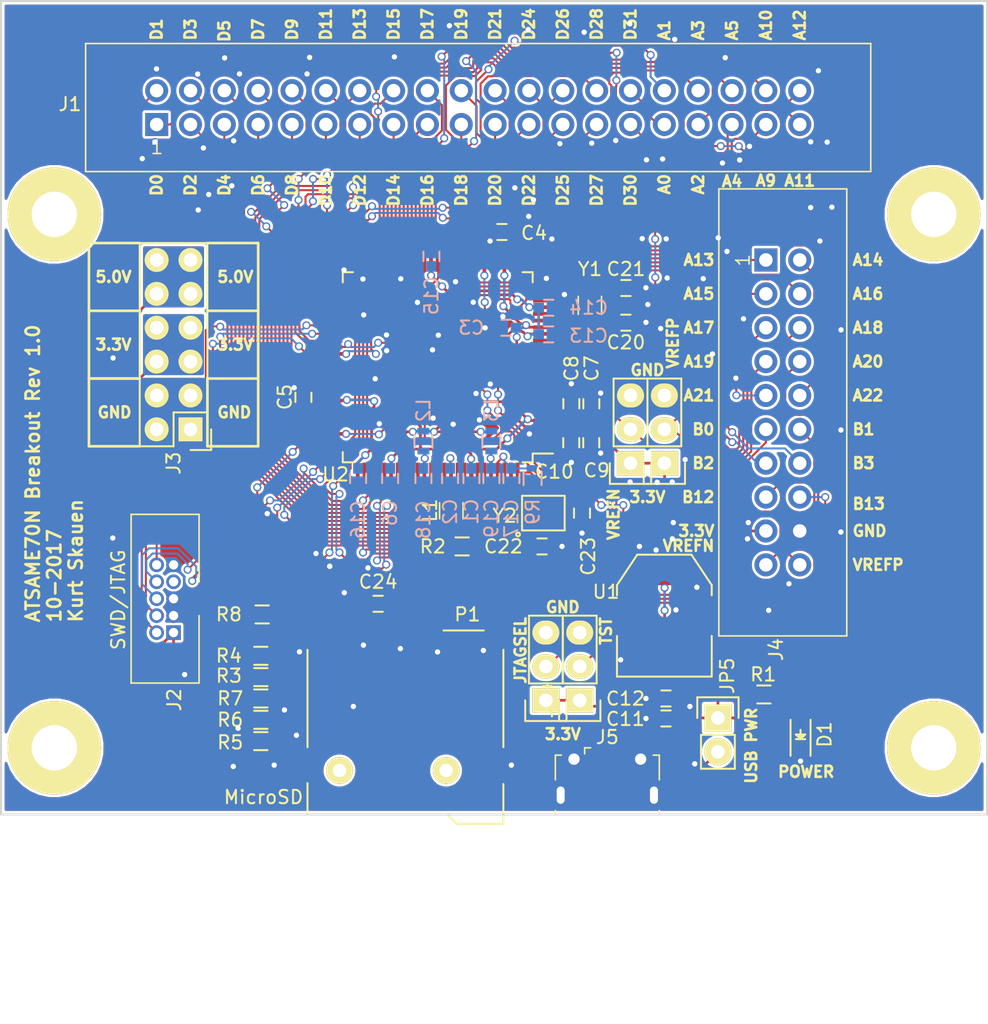
<source format=kicad_pcb>
(kicad_pcb (version 4) (host pcbnew 4.0.7)
  (layers (0 F.Cu signal) (31 B.Cu signal) (34 B.Paste user) (35 F.Paste user) (36 B.SilkS user) (37 F.SilkS user) (38 B.Mask user) (39 F.Mask user) (44 Edge.Cuts user))
  (net 0 "")
  (net 1 +3V3)
  (net 2 GND)
  (net 3 "Net-(C2-Pad1)")
  (net 4 +5V)
  (net 5 "Net-(C20-Pad1)")
  (net 6 "Net-(C21-Pad1)")
  (net 7 "Net-(C22-Pad1)")
  (net 8 "Net-(C23-Pad1)")
  (net 9 "Net-(D1-Pad2)")
  (net 10 "Net-(J5-Pad2)")
  (net 11 USB_ID)
  (net 12 "Net-(J5-Pad3)")
  (net 13 VREFN)
  (net 14 VREFP)
  (net 15 "Net-(L1-Pad2)")
  (net 16 "Net-(P1-Pad1)")
  (net 17 "Net-(P1-Pad3)")
  (net 18 "Net-(P1-Pad5)")
  (net 19 "Net-(P1-Pad7)")
  (net 20 "Net-(P1-Pad8)")
  (net 21 "Net-(P1-Pad2)")
  (net 22 "Net-(P1-Pad9)")
  (net 23 PD0)
  (net 24 PD31)
  (net 25 PB1)
  (net 26 PB0)
  (net 27 PA20)
  (net 28 PA19)
  (net 29 PA18)
  (net 30 PA17)
  (net 31 PB2)
  (net 32 PB3)
  (net 33 PA21)
  (net 34 PD30)
  (net 35 PA22)
  (net 36 PA13)
  (net 37 PA16)
  (net 38 PD27)
  (net 39 PA15)
  (net 40 PA14)
  (net 41 PD25)
  (net 42 PD26)
  (net 43 PD24)
  (net 44 PD22)
  (net 45 PD21)
  (net 46 PA11)
  (net 47 PD20)
  (net 48 PA10)
  (net 49 PD19)
  (net 50 PA12)
  (net 51 PD18)
  (net 52 PD28)
  (net 53 PA5)
  (net 54 PD17)
  (net 55 PA9)
  (net 56 PA4)
  (net 57 PD16)
  (net 58 PD14)
  (net 59 PB12)
  (net 60 PD13)
  (net 61 PA3)
  (net 62 PD12)
  (net 63 PA2)
  (net 64 PD11)
  (net 65 PA1)
  (net 66 PD10)
  (net 67 PA0)
  (net 68 PD15)
  (net 69 PD9)
  (net 70 PD8)
  (net 71 PD7)
  (net 72 PD6)
  (net 73 PD5)
  (net 74 PD4)
  (net 75 PD3)
  (net 76 PD2)
  (net 77 PD1)
  (net 78 PB13)
  (net 79 /VDDCORE)
  (net 80 /VBG)
  (net 81 /VDDPLL)
  (net 82 /VDDUTMIC)
  (net 83 /VBUS)
  (net 84 /SWDIO)
  (net 85 /SWCLK)
  (net 86 /TRACESWO)
  (net 87 /TDI)
  (net 88 /NRST)
  (net 89 /JTAGSEL)
  (net 90 /TST)
  (module Housings_QFP:LQFP-100_14x14mm_Pitch0.5mm (layer F.Cu) (at 127.772867 66.461829 180)
    (fp_text reference U2 (at 7.672867 -8.038171 180) (layer F.SilkS))
    (fp_text value ATSAME70NxxA-AN hide)
    (pad 1 smd rect (at -7.9 -6 180) (size 1.5 0.28) (layers F.Cu F.Paste F.Mask) (net 23 PD0))
    (pad 2 smd rect (at -7.9 -5.5 180) (size 1.5 0.28) (layers F.Cu F.Paste F.Mask) (net 24 PD31))
    (pad 3 smd rect (at -7.9 -5 180) (size 1.5 0.28) (layers F.Cu F.Paste F.Mask) (net 2 GND))
    (pad 4 smd rect (at -7.9 -4.5 180) (size 1.5 0.28) (layers F.Cu F.Paste F.Mask) (net 79 /VDDCORE))
    (pad 5 smd rect (at -7.9 -4 180) (size 1.5 0.28) (layers F.Cu F.Paste F.Mask) (net 1 +3V3))
    (pad 6 smd rect (at -7.9 -3.5 180) (size 1.5 0.28) (layers F.Cu F.Paste F.Mask) (net 13 VREFN))
    (pad 7 smd rect (at -7.9 -3 180) (size 1.5 0.28) (layers F.Cu F.Paste F.Mask) (net 2 GND))
    (pad 8 smd rect (at -7.9 -2.5 180) (size 1.5 0.28) (layers F.Cu F.Paste F.Mask) (net 2 GND))
    (pad 9 smd rect (at -7.9 -2 180) (size 1.5 0.28) (layers F.Cu F.Paste F.Mask) (net 14 VREFP))
    (pad 10 smd rect (at -7.9 -1.5 180) (size 1.5 0.28) (layers F.Cu F.Paste F.Mask) (net 2 GND))
    (pad 11 smd rect (at -7.9 -1 180) (size 1.5 0.28) (layers F.Cu F.Paste F.Mask) (net 25 PB1))
    (pad 12 smd rect (at -7.9 -0.5 180) (size 1.5 0.28) (layers F.Cu F.Paste F.Mask) (net 26 PB0))
    (pad 13 smd rect (at -7.9 0 180) (size 1.5 0.28) (layers F.Cu F.Paste F.Mask) (net 27 PA20))
    (pad 14 smd rect (at -7.9 0.5 180) (size 1.5 0.28) (layers F.Cu F.Paste F.Mask) (net 28 PA19))
    (pad 15 smd rect (at -7.9 1 180) (size 1.5 0.28) (layers F.Cu F.Paste F.Mask) (net 29 PA18))
    (pad 16 smd rect (at -7.9 1.5 180) (size 1.5 0.28) (layers F.Cu F.Paste F.Mask) (net 30 PA17))
    (pad 17 smd rect (at -7.9 2 180) (size 1.5 0.28) (layers F.Cu F.Paste F.Mask) (net 31 PB2))
    (pad 18 smd rect (at -7.9 2.5 180) (size 1.5 0.28) (layers F.Cu F.Paste F.Mask) (net 79 /VDDCORE))
    (pad 19 smd rect (at -7.9 3 180) (size 1.5 0.28) (layers F.Cu F.Paste F.Mask) (net 1 +3V3))
    (pad 20 smd rect (at -7.9 3.5 180) (size 1.5 0.28) (layers F.Cu F.Paste F.Mask) (net 32 PB3))
    (pad 21 smd rect (at -7.9 4 180) (size 1.5 0.28) (layers F.Cu F.Paste F.Mask) (net 33 PA21))
    (pad 22 smd rect (at -7.9 4.5 180) (size 1.5 0.28) (layers F.Cu F.Paste F.Mask) (net 79 /VDDCORE))
    (pad 23 smd rect (at -7.9 5 180) (size 1.5 0.28) (layers F.Cu F.Paste F.Mask) (net 34 PD30))
    (pad 24 smd rect (at -7.9 5.5 180) (size 1.5 0.28) (layers F.Cu F.Paste F.Mask) (net 5 "Net-(C20-Pad1)"))
    (pad 25 smd rect (at -7.9 6 180) (size 1.5 0.28) (layers F.Cu F.Paste F.Mask) (net 6 "Net-(C21-Pad1)"))
    (pad 26 smd rect (at -6 7.9 270) (size 1.5 0.28) (layers F.Cu F.Paste F.Mask) (net 35 PA22))
    (pad 27 smd rect (at -5.5 7.9 270) (size 1.5 0.28) (layers F.Cu F.Paste F.Mask) (net 36 PA13))
    (pad 28 smd rect (at -5 7.9 270) (size 1.5 0.28) (layers F.Cu F.Paste F.Mask) (net 1 +3V3))
    (pad 29 smd rect (at -4.5 7.9 270) (size 1.5 0.28) (layers F.Cu F.Paste F.Mask) (net 2 GND))
    (pad 30 smd rect (at -4 7.9 270) (size 1.5 0.28) (layers F.Cu F.Paste F.Mask) (net 37 PA16))
    (pad 31 smd rect (at -3.5 7.9 270) (size 1.5 0.28) (layers F.Cu F.Paste F.Mask) (net 11 USB_ID))
    (pad 32 smd rect (at -3 7.9 270) (size 1.5 0.28) (layers F.Cu F.Paste F.Mask) (net 38 PD27))
    (pad 33 smd rect (at -2.5 7.9 270) (size 1.5 0.28) (layers F.Cu F.Paste F.Mask) (net 39 PA15))
    (pad 34 smd rect (at -2 7.9 270) (size 1.5 0.28) (layers F.Cu F.Paste F.Mask) (net 40 PA14))
    (pad 35 smd rect (at -1.5 7.9 270) (size 1.5 0.28) (layers F.Cu F.Paste F.Mask) (net 41 PD25))
    (pad 36 smd rect (at -1 7.9 270) (size 1.5 0.28) (layers F.Cu F.Paste F.Mask) (net 42 PD26))
    (pad 37 smd rect (at -0.5 7.9 270) (size 1.5 0.28) (layers F.Cu F.Paste F.Mask) (net 43 PD24))
    (pad 38 smd rect (at 0 7.9 270) (size 1.5 0.28) (layers F.Cu F.Paste F.Mask) (net 22 "Net-(P1-Pad9)"))
    (pad 39 smd rect (at 0.5 7.9 270) (size 1.5 0.28) (layers F.Cu F.Paste F.Mask) (net 79 /VDDCORE))
    (pad 40 smd rect (at 1 7.9 270) (size 1.5 0.28) (layers F.Cu F.Paste F.Mask) (net 18 "Net-(P1-Pad5)"))
    (pad 41 smd rect (at 1.5 7.9 270) (size 1.5 0.28) (layers F.Cu F.Paste F.Mask) (net 44 PD22))
    (pad 42 smd rect (at 2 7.9 270) (size 1.5 0.28) (layers F.Cu F.Paste F.Mask) (net 16 "Net-(P1-Pad1)"))
    (pad 43 smd rect (at 2.5 7.9 270) (size 1.5 0.28) (layers F.Cu F.Paste F.Mask) (net 45 PD21))
    (pad 44 smd rect (at 3 7.9 270) (size 1.5 0.28) (layers F.Cu F.Paste F.Mask) (net 46 PA11))
    (pad 45 smd rect (at 3.5 7.9 270) (size 1.5 0.28) (layers F.Cu F.Paste F.Mask) (net 47 PD20))
    (pad 46 smd rect (at 4 7.9 270) (size 1.5 0.28) (layers F.Cu F.Paste F.Mask) (net 48 PA10))
    (pad 47 smd rect (at 4.5 7.9 270) (size 1.5 0.28) (layers F.Cu F.Paste F.Mask) (net 49 PD19))
    (pad 48 smd rect (at 5 7.9 270) (size 1.5 0.28) (layers F.Cu F.Paste F.Mask) (net 50 PA12))
    (pad 49 smd rect (at 5.5 7.9 270) (size 1.5 0.28) (layers F.Cu F.Paste F.Mask) (net 51 PD18))
    (pad 50 smd rect (at 6 7.9 270) (size 1.5 0.28) (layers F.Cu F.Paste F.Mask) (net 21 "Net-(P1-Pad2)"))
    (pad 51 smd rect (at 7.9 6 180) (size 1.5 0.28) (layers F.Cu F.Paste F.Mask) (net 52 PD28))
    (pad 52 smd rect (at 7.9 5.5 180) (size 1.5 0.28) (layers F.Cu F.Paste F.Mask) (net 53 PA5))
    (pad 53 smd rect (at 7.9 5 180) (size 1.5 0.28) (layers F.Cu F.Paste F.Mask) (net 54 PD17))
    (pad 54 smd rect (at 7.9 4.5 180) (size 1.5 0.28) (layers F.Cu F.Paste F.Mask) (net 55 PA9))
    (pad 55 smd rect (at 7.9 4 180) (size 1.5 0.28) (layers F.Cu F.Paste F.Mask) (net 56 PA4))
    (pad 56 smd rect (at 7.9 3.5 180) (size 1.5 0.28) (layers F.Cu F.Paste F.Mask) (net 57 PD16))
    (pad 57 smd rect (at 7.9 3 180) (size 1.5 0.28) (layers F.Cu F.Paste F.Mask) (net 84 /SWDIO))
    (pad 58 smd rect (at 7.9 2.5 180) (size 1.5 0.28) (layers F.Cu F.Paste F.Mask) (net 88 /NRST))
    (pad 59 smd rect (at 7.9 2 180) (size 1.5 0.28) (layers F.Cu F.Paste F.Mask) (net 58 PD14))
    (pad 60 smd rect (at 7.9 1.5 180) (size 1.5 0.28) (layers F.Cu F.Paste F.Mask) (net 90 /TST))
    (pad 61 smd rect (at 7.9 1 180) (size 1.5 0.28) (layers F.Cu F.Paste F.Mask) (net 59 PB12))
    (pad 62 smd rect (at 7.9 0.5 180) (size 1.5 0.28) (layers F.Cu F.Paste F.Mask) (net 60 PD13))
    (pad 63 smd rect (at 7.9 0 180) (size 1.5 0.28) (layers F.Cu F.Paste F.Mask) (net 85 /SWCLK))
    (pad 64 smd rect (at 7.9 -0.5 180) (size 1.5 0.28) (layers F.Cu F.Paste F.Mask) (net 61 PA3))
    (pad 65 smd rect (at 7.9 -1 180) (size 1.5 0.28) (layers F.Cu F.Paste F.Mask) (net 62 PD12))
    (pad 66 smd rect (at 7.9 -1.5 180) (size 1.5 0.28) (layers F.Cu F.Paste F.Mask) (net 63 PA2))
    (pad 67 smd rect (at 7.9 -2 180) (size 1.5 0.28) (layers F.Cu F.Paste F.Mask) (net 2 GND))
    (pad 68 smd rect (at 7.9 -2.5 180) (size 1.5 0.28) (layers F.Cu F.Paste F.Mask) (net 1 +3V3))
    (pad 69 smd rect (at 7.9 -3 180) (size 1.5 0.28) (layers F.Cu F.Paste F.Mask) (net 64 PD11))
    (pad 70 smd rect (at 7.9 -3.5 180) (size 1.5 0.28) (layers F.Cu F.Paste F.Mask) (net 65 PA1))
    (pad 71 smd rect (at 7.9 -4 180) (size 1.5 0.28) (layers F.Cu F.Paste F.Mask) (net 66 PD10))
    (pad 72 smd rect (at 7.9 -4.5 180) (size 1.5 0.28) (layers F.Cu F.Paste F.Mask) (net 67 PA0))
    (pad 73 smd rect (at 7.9 -5 180) (size 1.5 0.28) (layers F.Cu F.Paste F.Mask) (net 89 /JTAGSEL))
    (pad 74 smd rect (at 7.9 -5.5 180) (size 1.5 0.28) (layers F.Cu F.Paste F.Mask) (net 87 /TDI))
    (pad 75 smd rect (at 7.9 -6 180) (size 1.5 0.28) (layers F.Cu F.Paste F.Mask) (net 68 PD15))
    (pad 76 smd rect (at 6 -7.9 270) (size 1.5 0.28) (layers F.Cu F.Paste F.Mask) (net 79 /VDDCORE))
    (pad 77 smd rect (at 5.5 -7.9 270) (size 1.5 0.28) (layers F.Cu F.Paste F.Mask) (net 86 /TRACESWO))
    (pad 78 smd rect (at 5 -7.9 270) (size 1.5 0.28) (layers F.Cu F.Paste F.Mask) (net 69 PD9))
    (pad 79 smd rect (at 4.5 -7.9 270) (size 1.5 0.28) (layers F.Cu F.Paste F.Mask) (net 17 "Net-(P1-Pad3)"))
    (pad 80 smd rect (at 4 -7.9 270) (size 1.5 0.28) (layers F.Cu F.Paste F.Mask) (net 70 PD8))
    (pad 81 smd rect (at 3.5 -7.9 270) (size 1.5 0.28) (layers F.Cu F.Paste F.Mask) (net 1 +3V3))
    (pad 82 smd rect (at 3 -7.9 270) (size 1.5 0.28) (layers F.Cu F.Paste F.Mask) (net 19 "Net-(P1-Pad7)"))
    (pad 83 smd rect (at 2.5 -7.9 270) (size 1.5 0.28) (layers F.Cu F.Paste F.Mask) (net 20 "Net-(P1-Pad8)"))
    (pad 84 smd rect (at 2 -7.9 270) (size 1.5 0.28) (layers F.Cu F.Paste F.Mask) (net 71 PD7))
    (pad 85 smd rect (at 1.5 -7.9 270) (size 1.5 0.28) (layers F.Cu F.Paste F.Mask) (net 72 PD6))
    (pad 86 smd rect (at 1 -7.9 270) (size 1.5 0.28) (layers F.Cu F.Paste F.Mask) (net 81 /VDDPLL))
    (pad 87 smd rect (at 0.5 -7.9 270) (size 1.5 0.28) (layers F.Cu F.Paste F.Mask) (net 73 PD5))
    (pad 88 smd rect (at 0 -7.9 270) (size 1.5 0.28) (layers F.Cu F.Paste F.Mask) (net 74 PD4))
    (pad 89 smd rect (at -0.5 -7.9 270) (size 1.5 0.28) (layers F.Cu F.Paste F.Mask) (net 75 PD3))
    (pad 90 smd rect (at -1 -7.9 270) (size 1.5 0.28) (layers F.Cu F.Paste F.Mask) (net 3 "Net-(C2-Pad1)"))
    (pad 91 smd rect (at -1.5 -7.9 270) (size 1.5 0.28) (layers F.Cu F.Paste F.Mask) (net 76 PD2))
    (pad 92 smd rect (at -2 -7.9 270) (size 1.5 0.28) (layers F.Cu F.Paste F.Mask) (net 77 PD1))
    (pad 93 smd rect (at -2.5 -7.9 270) (size 1.5 0.28) (layers F.Cu F.Paste F.Mask) (net 1 +3V3))
    (pad 94 smd rect (at -3 -7.9 270) (size 1.5 0.28) (layers F.Cu F.Paste F.Mask) (net 10 "Net-(J5-Pad2)"))
    (pad 95 smd rect (at -3.5 -7.9 270) (size 1.5 0.28) (layers F.Cu F.Paste F.Mask) (net 12 "Net-(J5-Pad3)"))
    (pad 96 smd rect (at -4 -7.9 270) (size 1.5 0.28) (layers F.Cu F.Paste F.Mask) (net 82 /VDDUTMIC))
    (pad 97 smd rect (at -4.5 -7.9 270) (size 1.5 0.28) (layers F.Cu F.Paste F.Mask) (net 80 /VBG))
    (pad 98 smd rect (at -5 -7.9 270) (size 1.5 0.28) (layers F.Cu F.Paste F.Mask) (net 7 "Net-(C22-Pad1)"))
    (pad 99 smd rect (at -5.5 -7.9 270) (size 1.5 0.28) (layers F.Cu F.Paste F.Mask) (net 8 "Net-(C23-Pad1)"))
    (pad 100 smd rect (at -6 -7.9 270) (size 1.5 0.28) (layers F.Cu F.Paste F.Mask) (net 78 PB13))
  )
  (module MyConnectors:USB_Micro-B_Molex-105017-0001 (layer F.Cu) (at 140.5 98.2)
    (fp_text reference J5 (at 0 -4) (layer F.SilkS))
    (fp_text value USB_OTG hide)
    (pad 6 smd rect (at 1 0.35) (size 1.5 1.9) (layers F.Cu F.Paste F.Mask) (net 2 GND))
    (pad 6 thru_hole circle (at -2.5 -2.35) (size 1.45 1.45) (drill 0.85) (layers *.Cu *.Mask) (net 2 GND))
    (pad 2 smd rect (at -0.65 -2.35) (size 0.4 1.35) (layers F.Cu F.Paste F.Mask) (net 10 "Net-(J5-Pad2)"))
    (pad 1 smd rect (at -1.3 -2.35) (size 0.4 1.35) (layers F.Cu F.Paste F.Mask) (net 83 /VBUS))
    (pad 5 smd rect (at 1.3 -2.35) (size 0.4 1.35) (layers F.Cu F.Paste F.Mask) (net 2 GND))
    (pad 4 smd rect (at 0.65 -2.35) (size 0.4 1.35) (layers F.Cu F.Paste F.Mask) (net 11 USB_ID))
    (pad 3 smd rect (at 0 -2.35) (size 0.4 1.35) (layers F.Cu F.Paste F.Mask) (net 12 "Net-(J5-Pad3)"))
    (pad 6 thru_hole circle (at 2.5 -2.35) (size 1.45 1.45) (drill 0.85) (layers *.Cu *.Mask) (net 2 GND))
    (pad 6 smd rect (at -1 0.35) (size 1.5 1.9) (layers F.Cu F.Paste F.Mask) (net 2 GND))
    (pad 6 thru_hole oval (at -3.5 0.35 180) (size 1.2 1.9) (drill oval 0.6 1.3) (layers *.Cu *.Mask) (net 2 GND))
    (pad 6 thru_hole oval (at 3.5 0.35) (size 1.2 1.9) (drill oval 0.6 1.3) (layers *.Cu *.Mask) (net 2 GND))
    (pad 6 smd rect (at 2.9 0.35) (size 1.2 1.9) (layers F.Cu F.Mask) (net 2 GND))
    (pad 6 smd rect (at -2.9 0.35) (size 1.2 1.9) (layers F.Cu F.Mask) (net 2 GND))
  )
  (module MyConnectors:MicroSD (layer F.Cu) (at 124.4 96.7)
    (fp_text reference P1 (at 5.6 -11.7) (layer F.SilkS))
    (fp_text value MicroSD (at -9.7 2) (layer F.SilkS))
    (pad 10 smd rect (at -7 -10) (size 1.6 1.4) (layers F.Cu F.Paste F.Mask) (net 2 GND))
    (pad 1 smd rect (at 3.3 -10.5) (size 0.7 1.6) (layers F.Cu F.Paste F.Mask) (net 16 "Net-(P1-Pad1)"))
    (pad 3 smd rect (at 1.1 -10.5) (size 0.7 1.6) (layers F.Cu F.Paste F.Mask) (net 17 "Net-(P1-Pad3)"))
    (pad 4 smd rect (at 0 -10.5) (size 0.7 1.6) (layers F.Cu F.Paste F.Mask) (net 1 +3V3))
    (pad 5 smd rect (at -1.1 -10.5) (size 0.7 1.6) (layers F.Cu F.Paste F.Mask) (net 18 "Net-(P1-Pad5)"))
    (pad 6 smd rect (at -2.2 -10.5) (size 0.7 1.6) (layers F.Cu F.Paste F.Mask) (net 2 GND))
    (pad 7 smd rect (at -3.3 -10.5) (size 0.7 1.6) (layers F.Cu F.Paste F.Mask) (net 19 "Net-(P1-Pad7)"))
    (pad 8 smd rect (at -4.4 -10.5) (size 0.7 1.6) (layers F.Cu F.Paste F.Mask) (net 20 "Net-(P1-Pad8)"))
    (pad 13 smd rect (at 7.8 -10) (size 1.6 1.4) (layers F.Cu F.Paste F.Mask) (net 2 GND))
    (pad 2 smd rect (at 2.2 -10.5) (size 0.7 1.6) (layers F.Cu F.Paste F.Mask) (net 21 "Net-(P1-Pad2)"))
    (pad 9 smd rect (at -5.5 -10.5) (size 0.7 1.6) (layers F.Cu F.Paste F.Mask) (net 22 "Net-(P1-Pad9)"))
    (pad 12 smd rect (at 8.7 -0.4) (size 1.2 2.2) (layers F.Cu F.Paste F.Mask) (net 2 GND))
    (pad 11 smd rect (at -6.8 -0.4) (size 1.2 2.2) (layers F.Cu F.Paste F.Mask) (net 2 GND))
    (pad "" np_thru_hole circle (at -4 0) (size 2 2) (drill 1) (layers *.Cu *.Mask F.SilkS))
    (pad "" np_thru_hole circle (at 4 0) (size 2 2) (drill 1) (layers *.Cu *.Mask F.SilkS))
  )
  (module MyConnectors:IDC_Header_Straight_20pins (layer F.Cu) (at 152.4 58.42 270)
    (fp_text reference J4 (at 29.21 -0.762 270) (layer F.SilkS))
    (fp_text value EIO2)
    (fp_text user 1 (at 0.02 1.72 270) (layer F.SilkS) (effects (font (thickness 0.12))))
    (pad 1 thru_hole rect (at 0 0 270) (size 1.7272 1.7272) (drill 1.016) (layers *.Cu *.Mask) (net 36 PA13))
    (pad 2 thru_hole oval (at 0 -2.54 270) (size 1.7272 1.7272) (drill 1.016) (layers *.Cu *.Mask) (net 40 PA14))
    (pad 3 thru_hole oval (at 2.54 0 270) (size 1.7272 1.7272) (drill 1.016) (layers *.Cu *.Mask) (net 39 PA15))
    (pad 4 thru_hole oval (at 2.54 -2.54 270) (size 1.7272 1.7272) (drill 1.016) (layers *.Cu *.Mask) (net 37 PA16))
    (pad 5 thru_hole oval (at 5.08 0 270) (size 1.7272 1.7272) (drill 1.016) (layers *.Cu *.Mask) (net 30 PA17))
    (pad 6 thru_hole oval (at 5.08 -2.54 270) (size 1.7272 1.7272) (drill 1.016) (layers *.Cu *.Mask) (net 29 PA18))
    (pad 7 thru_hole oval (at 7.62 0 270) (size 1.7272 1.7272) (drill 1.016) (layers *.Cu *.Mask) (net 28 PA19))
    (pad 8 thru_hole oval (at 7.62 -2.54 270) (size 1.7272 1.7272) (drill 1.016) (layers *.Cu *.Mask) (net 27 PA20))
    (pad 9 thru_hole oval (at 10.16 0 270) (size 1.7272 1.7272) (drill 1.016) (layers *.Cu *.Mask) (net 33 PA21))
    (pad 10 thru_hole oval (at 10.16 -2.54 270) (size 1.7272 1.7272) (drill 1.016) (layers *.Cu *.Mask) (net 35 PA22))
    (pad 11 thru_hole oval (at 12.7 0 270) (size 1.7272 1.7272) (drill 1.016) (layers *.Cu *.Mask) (net 26 PB0))
    (pad 12 thru_hole oval (at 12.7 -2.54 270) (size 1.7272 1.7272) (drill 1.016) (layers *.Cu *.Mask) (net 25 PB1))
    (pad 13 thru_hole oval (at 15.24 0 270) (size 1.7272 1.7272) (drill 1.016) (layers *.Cu *.Mask) (net 31 PB2))
    (pad 14 thru_hole oval (at 15.24 -2.54 270) (size 1.7272 1.7272) (drill 1.016) (layers *.Cu *.Mask) (net 32 PB3))
    (pad 15 thru_hole oval (at 17.78 0 270) (size 1.7272 1.7272) (drill 1.016) (layers *.Cu *.Mask) (net 59 PB12))
    (pad 16 thru_hole oval (at 17.78 -2.54 270) (size 1.7272 1.7272) (drill 1.016) (layers *.Cu *.Mask) (net 78 PB13))
    (pad 17 thru_hole oval (at 20.32 0 270) (size 1.7272 1.7272) (drill 1.016) (layers *.Cu *.Mask) (net 1 +3V3))
    (pad 18 thru_hole oval (at 20.32 -2.54 270) (size 1.7272 1.7272) (drill 1.016) (layers *.Cu *.Mask) (net 2 GND))
    (pad 19 thru_hole oval (at 22.86 0 270) (size 1.7272 1.7272) (drill 1.016) (layers *.Cu *.Mask) (net 13 VREFN))
    (pad 20 thru_hole oval (at 22.86 -2.54 270) (size 1.7272 1.7272) (drill 1.016) (layers *.Cu *.Mask) (net 14 VREFP))
  )
  (module MyConnectors:PinHeaderMale_2x06 (layer F.Cu) (at 109.22 71.12 90)
    (fp_text reference J3 (at -2.54 -1.27 90) (layer F.SilkS))
    (fp_text value POWER)
    (pad 1 thru_hole rect (at 0 0 90) (size 1.8 1.8) (drill 1.016) (layers *.Cu *.Mask F.SilkS) (net 2 GND))
    (pad 2 thru_hole oval (at 0 -2.54 90) (size 1.8 1.8) (drill 1.016) (layers *.Cu *.Mask F.SilkS) (net 2 GND))
    (pad 3 thru_hole oval (at 2.54 0 90) (size 1.8 1.8) (drill 1.016) (layers *.Cu *.Mask F.SilkS) (net 2 GND))
    (pad 4 thru_hole oval (at 2.54 -2.54 90) (size 1.8 1.8) (drill 1.016) (layers *.Cu *.Mask F.SilkS) (net 2 GND))
    (pad 5 thru_hole oval (at 5.08 0 90) (size 1.8 1.8) (drill 1.016) (layers *.Cu *.Mask F.SilkS) (net 1 +3V3))
    (pad 6 thru_hole oval (at 5.08 -2.54 90) (size 1.8 1.8) (drill 1.016) (layers *.Cu *.Mask F.SilkS) (net 1 +3V3))
    (pad 7 thru_hole oval (at 7.62 0 90) (size 1.8 1.8) (drill 1.016) (layers *.Cu *.Mask F.SilkS) (net 1 +3V3))
    (pad 8 thru_hole oval (at 7.62 -2.54 90) (size 1.8 1.8) (drill 1.016) (layers *.Cu *.Mask F.SilkS) (net 1 +3V3))
    (pad 9 thru_hole oval (at 10.16 0 90) (size 1.8 1.8) (drill 1.016) (layers *.Cu *.Mask F.SilkS) (net 4 +5V))
    (pad 10 thru_hole oval (at 10.16 -2.54 90) (size 1.8 1.8) (drill 1.016) (layers *.Cu *.Mask F.SilkS) (net 4 +5V))
    (pad 11 thru_hole oval (at 12.7 0 90) (size 1.8 1.8) (drill 1.016) (layers *.Cu *.Mask F.SilkS) (net 4 +5V))
    (pad 12 thru_hole oval (at 12.7 -2.54 90) (size 1.8 1.8) (drill 1.016) (layers *.Cu *.Mask F.SilkS) (net 4 +5V))
  )
  (module MyConnectors:IDC_Header_Straight_40pins (layer F.Cu) (at 106.68 48.26)
    (fp_text reference J1 (at -6.5024 -1.524) (layer F.SilkS))
    (fp_text value EIO1)
    (fp_text user 1 (at 0.02 1.72) (layer F.SilkS) (effects (font (thickness 0.12))))
    (pad 1 thru_hole rect (at 0 0) (size 1.7272 1.7272) (drill 1.016) (layers *.Cu *.Mask) (net 23 PD0))
    (pad 2 thru_hole oval (at 0 -2.54) (size 1.7272 1.7272) (drill 1.016) (layers *.Cu *.Mask) (net 77 PD1))
    (pad 3 thru_hole oval (at 2.54 0) (size 1.7272 1.7272) (drill 1.016) (layers *.Cu *.Mask) (net 76 PD2))
    (pad 4 thru_hole oval (at 2.54 -2.54) (size 1.7272 1.7272) (drill 1.016) (layers *.Cu *.Mask) (net 75 PD3))
    (pad 5 thru_hole oval (at 5.08 0) (size 1.7272 1.7272) (drill 1.016) (layers *.Cu *.Mask) (net 74 PD4))
    (pad 6 thru_hole oval (at 5.08 -2.54) (size 1.7272 1.7272) (drill 1.016) (layers *.Cu *.Mask) (net 73 PD5))
    (pad 7 thru_hole oval (at 7.62 0) (size 1.7272 1.7272) (drill 1.016) (layers *.Cu *.Mask) (net 72 PD6))
    (pad 8 thru_hole oval (at 7.62 -2.54) (size 1.7272 1.7272) (drill 1.016) (layers *.Cu *.Mask) (net 71 PD7))
    (pad 9 thru_hole oval (at 10.16 0) (size 1.7272 1.7272) (drill 1.016) (layers *.Cu *.Mask) (net 70 PD8))
    (pad 10 thru_hole oval (at 10.16 -2.54) (size 1.7272 1.7272) (drill 1.016) (layers *.Cu *.Mask) (net 69 PD9))
    (pad 11 thru_hole oval (at 12.7 0) (size 1.7272 1.7272) (drill 1.016) (layers *.Cu *.Mask) (net 66 PD10))
    (pad 12 thru_hole oval (at 12.7 -2.54) (size 1.7272 1.7272) (drill 1.016) (layers *.Cu *.Mask) (net 64 PD11))
    (pad 13 thru_hole oval (at 15.24 0) (size 1.7272 1.7272) (drill 1.016) (layers *.Cu *.Mask) (net 62 PD12))
    (pad 14 thru_hole oval (at 15.24 -2.54) (size 1.7272 1.7272) (drill 1.016) (layers *.Cu *.Mask) (net 60 PD13))
    (pad 15 thru_hole oval (at 17.78 0) (size 1.7272 1.7272) (drill 1.016) (layers *.Cu *.Mask) (net 58 PD14))
    (pad 16 thru_hole oval (at 17.78 -2.54) (size 1.7272 1.7272) (drill 1.016) (layers *.Cu *.Mask) (net 68 PD15))
    (pad 17 thru_hole oval (at 20.32 0) (size 1.7272 1.7272) (drill 1.016) (layers *.Cu *.Mask) (net 57 PD16))
    (pad 18 thru_hole oval (at 20.32 -2.54) (size 1.7272 1.7272) (drill 1.016) (layers *.Cu *.Mask) (net 54 PD17))
    (pad 19 thru_hole oval (at 22.86 0) (size 1.7272 1.7272) (drill 1.016) (layers *.Cu *.Mask) (net 51 PD18))
    (pad 20 thru_hole oval (at 22.86 -2.54) (size 1.7272 1.7272) (drill 1.016) (layers *.Cu *.Mask) (net 49 PD19))
    (pad 21 thru_hole oval (at 25.4 0) (size 1.7272 1.7272) (drill 1.016) (layers *.Cu *.Mask) (net 47 PD20))
    (pad 22 thru_hole oval (at 25.4 -2.54) (size 1.7272 1.7272) (drill 1.016) (layers *.Cu *.Mask) (net 45 PD21))
    (pad 23 thru_hole oval (at 27.94 0) (size 1.7272 1.7272) (drill 1.016) (layers *.Cu *.Mask) (net 44 PD22))
    (pad 24 thru_hole oval (at 27.94 -2.54) (size 1.7272 1.7272) (drill 1.016) (layers *.Cu *.Mask) (net 43 PD24))
    (pad 25 thru_hole oval (at 30.48 0) (size 1.7272 1.7272) (drill 1.016) (layers *.Cu *.Mask) (net 41 PD25))
    (pad 26 thru_hole oval (at 30.48 -2.54) (size 1.7272 1.7272) (drill 1.016) (layers *.Cu *.Mask) (net 42 PD26))
    (pad 27 thru_hole oval (at 33.02 0) (size 1.7272 1.7272) (drill 1.016) (layers *.Cu *.Mask) (net 38 PD27))
    (pad 28 thru_hole oval (at 33.02 -2.54) (size 1.7272 1.7272) (drill 1.016) (layers *.Cu *.Mask) (net 52 PD28))
    (pad 29 thru_hole oval (at 35.56 0) (size 1.7272 1.7272) (drill 1.016) (layers *.Cu *.Mask) (net 34 PD30))
    (pad 30 thru_hole oval (at 35.56 -2.54) (size 1.7272 1.7272) (drill 1.016) (layers *.Cu *.Mask) (net 24 PD31))
    (pad 31 thru_hole oval (at 38.1 0) (size 1.7272 1.7272) (drill 1.016) (layers *.Cu *.Mask) (net 67 PA0))
    (pad 32 thru_hole oval (at 38.1 -2.54) (size 1.7272 1.7272) (drill 1.016) (layers *.Cu *.Mask) (net 65 PA1))
    (pad 33 thru_hole oval (at 40.64 0) (size 1.7272 1.7272) (drill 1.016) (layers *.Cu *.Mask) (net 63 PA2))
    (pad 34 thru_hole oval (at 40.64 -2.54) (size 1.7272 1.7272) (drill 1.016) (layers *.Cu *.Mask) (net 61 PA3))
    (pad 35 thru_hole oval (at 43.18 0) (size 1.7272 1.7272) (drill 1.016) (layers *.Cu *.Mask) (net 56 PA4))
    (pad 36 thru_hole oval (at 43.18 -2.54) (size 1.7272 1.7272) (drill 1.016) (layers *.Cu *.Mask) (net 53 PA5))
    (pad 37 thru_hole oval (at 45.72 0) (size 1.7272 1.7272) (drill 1.016) (layers *.Cu *.Mask) (net 55 PA9))
    (pad 38 thru_hole oval (at 45.72 -2.54) (size 1.7272 1.7272) (drill 1.016) (layers *.Cu *.Mask) (net 48 PA10))
    (pad 39 thru_hole oval (at 48.26 0) (size 1.7272 1.7272) (drill 1.016) (layers *.Cu *.Mask) (net 46 PA11))
    (pad 40 thru_hole oval (at 48.26 -2.54) (size 1.7272 1.7272) (drill 1.016) (layers *.Cu *.Mask) (net 50 PA12))
  )
  (module MyCapacitors:C_0603 (layer F.Cu) (at 123.3 84.2)
    (fp_text reference C24 (at 0 -1.65) (layer F.SilkS))
    (fp_text value 100n)
    (pad 1 smd rect (at -0.75 0) (size 0.8 0.75) (layers F.Cu F.Paste F.Mask) (net 2 GND))
    (pad 2 smd rect (at 0.75 0) (size 0.8 0.75) (layers F.Cu F.Paste F.Mask) (net 1 +3V3))
  )
  (module MyMechanical:MH7x3 (layer F.Cu) (at 165 95)
    (fp_text reference M4 hide)
    (fp_text value MountingHole hide)
    (pad "" np_thru_hole circle (at 0 0) (size 7 7) (drill 3.4) (layers *.Cu *.Mask F.SilkS))
  )
  (module MyMechanical:MH7x3 (layer F.Cu) (at 99 95)
    (fp_text reference M3 hide)
    (fp_text value MountingHole hide)
    (pad "" np_thru_hole circle (at 0 0) (size 7 7) (drill 3.4) (layers *.Cu *.Mask F.SilkS))
  )
  (module MyMechanical:MH7x3 (layer F.Cu) (at 165 55)
    (fp_text reference M2 hide)
    (fp_text value MountingHole hide)
    (pad "" np_thru_hole circle (at 0 0) (size 7 7) (drill 3.4) (layers *.Cu *.Mask F.SilkS))
  )
  (module MyMechanical:MH7x3 (layer F.Cu) (at 99 55)
    (fp_text reference M1 hide)
    (fp_text value MountingHole hide)
    (pad "" np_thru_hole circle (at 0 0) (size 7 7) (drill 3.4) (layers *.Cu *.Mask F.SilkS))
  )
  (module MyResistors:R_0603 (layer B.Cu) (at 134.892867 74.8 90)
    (fp_text reference R9 (at -2.5 0.007133 90) (layer B.SilkS) (effects (justify mirror)))
    (fp_text value 5k62 hide)
    (pad 1 smd rect (at -0.75 0 90) (size 0.5 0.9) (layers B.Cu B.Paste B.Mask) (net 2 GND))
    (pad 2 smd rect (at 0.75 0 90) (size 0.5 0.9) (layers B.Cu B.Paste B.Mask) (net 80 /VBG))
  )
  (module MyResistors:R_0603 (layer F.Cu) (at 114.6 85 180)
    (fp_text reference R8 (at 2.5 0 180) (layer F.SilkS))
    (fp_text value 10k hide)
    (pad 1 smd rect (at -0.75 0 180) (size 0.5 0.9) (layers F.Cu F.Paste F.Mask) (net 22 "Net-(P1-Pad9)"))
    (pad 2 smd rect (at 0.75 0 180) (size 0.5 0.9) (layers F.Cu F.Paste F.Mask) (net 1 +3V3))
  )
  (module MyResistors:R_0603 (layer F.Cu) (at 114.5 91.3 180)
    (fp_text reference R7 (at 2.3 0 180) (layer F.SilkS))
    (fp_text value 10k hide)
    (pad 1 smd rect (at -0.75 0 180) (size 0.5 0.9) (layers F.Cu F.Paste F.Mask) (net 17 "Net-(P1-Pad3)"))
    (pad 2 smd rect (at 0.75 0 180) (size 0.5 0.9) (layers F.Cu F.Paste F.Mask) (net 1 +3V3))
  )
  (module MyResistors:R_0603 (layer F.Cu) (at 114.5 92.9 180)
    (fp_text reference R6 (at 2.3 0 180) (layer F.SilkS))
    (fp_text value 100k hide)
    (pad 1 smd rect (at -0.75 0 180) (size 0.5 0.9) (layers F.Cu F.Paste F.Mask) (net 21 "Net-(P1-Pad2)"))
    (pad 2 smd rect (at 0.75 0 180) (size 0.5 0.9) (layers F.Cu F.Paste F.Mask) (net 1 +3V3))
  )
  (module MyResistors:R_0603 (layer F.Cu) (at 114.5 94.5 180)
    (fp_text reference R5 (at 2.3 -0.1 180) (layer F.SilkS))
    (fp_text value 100k hide)
    (pad 1 smd rect (at -0.75 0 180) (size 0.5 0.9) (layers F.Cu F.Paste F.Mask) (net 16 "Net-(P1-Pad1)"))
    (pad 2 smd rect (at 0.75 0 180) (size 0.5 0.9) (layers F.Cu F.Paste F.Mask) (net 1 +3V3))
  )
  (module MyResistors:R_0603 (layer F.Cu) (at 114.5 88.1 180)
    (fp_text reference R4 (at 2.4 0 180) (layer F.SilkS))
    (fp_text value 100k hide)
    (pad 1 smd rect (at -0.75 0 180) (size 0.5 0.9) (layers F.Cu F.Paste F.Mask) (net 20 "Net-(P1-Pad8)"))
    (pad 2 smd rect (at 0.75 0 180) (size 0.5 0.9) (layers F.Cu F.Paste F.Mask) (net 1 +3V3))
  )
  (module MyResistors:R_0603 (layer F.Cu) (at 114.5 89.7 180)
    (fp_text reference R3 (at 2.4 0.1 180) (layer F.SilkS))
    (fp_text value 100k hide)
    (pad 1 smd rect (at -0.75 0 180) (size 0.5 0.9) (layers F.Cu F.Paste F.Mask) (net 19 "Net-(P1-Pad7)"))
    (pad 2 smd rect (at 0.75 0 180) (size 0.5 0.9) (layers F.Cu F.Paste F.Mask) (net 1 +3V3))
  )
  (module MyResistors:R_0603 (layer F.Cu) (at 129.6 79.9)
    (fp_text reference R2 (at -2.2 0) (layer F.SilkS))
    (fp_text value 2R2 hide)
    (pad 1 smd rect (at -0.75 0) (size 0.5 0.9) (layers F.Cu F.Paste F.Mask) (net 15 "Net-(L1-Pad2)"))
    (pad 2 smd rect (at 0.75 0) (size 0.5 0.9) (layers F.Cu F.Paste F.Mask) (net 1 +3V3))
  )
  (module MyResistors:R_0603 (layer F.Cu) (at 152.25 91)
    (fp_text reference R1 (at -0.05 -1.5) (layer F.SilkS))
    (fp_text value 200 hide)
    (pad 1 smd rect (at -0.75 0) (size 0.5 0.9) (layers F.Cu F.Paste F.Mask) (net 4 +5V))
    (pad 2 smd rect (at 0.75 0) (size 0.5 0.9) (layers F.Cu F.Paste F.Mask) (net 9 "Net-(D1-Pad2)"))
  )
  (module MyMagnetics:Choke_SMD_0603_Standard (layer B.Cu) (at 131.8 72 90)
    (fp_text reference L3 (at 2.3 0 90) (layer B.SilkS) (effects (justify mirror)))
    (fp_text value 470R@100MHz hide)
    (pad 1 smd rect (at -0.75 0 90) (size 0.5 0.9) (layers B.Cu B.Paste B.Mask) (net 82 /VDDUTMIC))
    (pad 2 smd rect (at 0.75 0 90) (size 0.5 0.9) (layers B.Cu B.Paste B.Mask) (net 79 /VDDCORE))
  )
  (module MyMagnetics:Choke_SMD_0603_Standard (layer B.Cu) (at 126.7 72 90)
    (fp_text reference L2 (at 2.3 0 90) (layer B.SilkS) (effects (justify mirror)))
    (fp_text value 470R@100MHz hide)
    (pad 1 smd rect (at -0.75 0 90) (size 0.5 0.9) (layers B.Cu B.Paste B.Mask) (net 81 /VDDPLL))
    (pad 2 smd rect (at 0.75 0 90) (size 0.5 0.9) (layers B.Cu B.Paste B.Mask) (net 79 /VDDCORE))
  )
  (module MyMagnetics:L_0805 (layer F.Cu) (at 128.792867 77.221829 270)
    (fp_text reference L1 (at -0.021829 1.592867 270) (layer F.SilkS))
    (fp_text value 10u hide)
    (pad 1 smd rect (at -0.95 0 270) (size 0.7 1.3) (layers F.Cu F.Paste F.Mask) (net 3 "Net-(C2-Pad1)"))
    (pad 2 smd rect (at 0.95 0 270) (size 0.7 1.3) (layers F.Cu F.Paste F.Mask) (net 15 "Net-(L1-Pad2)"))
  )
  (module MyConnectors:PinHeader_1x03 (layer F.Cu) (at 138.43 91.44 90)
    (fp_text reference JP4 (at 0 -2.54 90) (layer F.SilkS))
    (fp_text value TST)
    (pad 1 thru_hole rect (at 0 0 90) (size 1.8 2.032) (drill 1.016) (layers *.Cu *.Mask F.SilkS) (net 1 +3V3))
    (pad 2 thru_hole oval (at 2.54 0 90) (size 1.8 2.032) (drill 1.016) (layers *.Cu *.Mask F.SilkS) (net 90 /TST))
    (pad 3 thru_hole oval (at 5.08 0 90) (size 1.8 2.032) (drill 1.016) (layers *.Cu *.Mask F.SilkS) (net 2 GND))
  )
  (module MyConnectors:PinHeader_1x03 (layer F.Cu) (at 135.89 91.44 90)
    (fp_text reference JP3 hide)
    (fp_text value JTAGSEL)
    (pad 1 thru_hole rect (at 0 0 90) (size 1.8 2.032) (drill 1.016) (layers *.Cu *.Mask F.SilkS) (net 1 +3V3))
    (pad 2 thru_hole oval (at 2.54 0 90) (size 1.8 2.032) (drill 1.016) (layers *.Cu *.Mask F.SilkS) (net 89 /JTAGSEL))
    (pad 3 thru_hole oval (at 5.08 0 90) (size 1.8 2.032) (drill 1.016) (layers *.Cu *.Mask F.SilkS) (net 2 GND))
  )
  (module MyConnectors:PinHeader_1x03 (layer F.Cu) (at 144.78 73.66 90)
    (fp_text reference JP2 hide)
    (fp_text value VREFP)
    (pad 1 thru_hole rect (at 0 0 90) (size 1.8 2.032) (drill 1.016) (layers *.Cu *.Mask F.SilkS) (net 1 +3V3))
    (pad 2 thru_hole oval (at 2.54 0 90) (size 1.8 2.032) (drill 1.016) (layers *.Cu *.Mask F.SilkS) (net 14 VREFP))
    (pad 3 thru_hole oval (at 5.08 0 90) (size 1.8 2.032) (drill 1.016) (layers *.Cu *.Mask F.SilkS) (net 2 GND))
  )
  (module MyConnectors:PinHeader_1x03 (layer F.Cu) (at 142.24 73.66 90)
    (fp_text reference JP1 hide)
    (fp_text value VREFN)
    (pad 1 thru_hole rect (at 0 0 90) (size 1.8 2.032) (drill 1.016) (layers *.Cu *.Mask F.SilkS) (net 1 +3V3))
    (pad 2 thru_hole oval (at 2.54 0 90) (size 1.8 2.032) (drill 1.016) (layers *.Cu *.Mask F.SilkS) (net 13 VREFN))
    (pad 3 thru_hole oval (at 5.08 0 90) (size 1.8 2.032) (drill 1.016) (layers *.Cu *.Mask F.SilkS) (net 2 GND))
  )
  (module MyDiodes:LED_0805 (layer F.Cu) (at 155 94 90)
    (fp_text reference D1 (at 0 1.8 90) (layer F.SilkS))
    (fp_text value LED_RED hide)
    (pad 2 smd rect (at 1.04902 0 270) (size 1.19888 1.19888) (layers F.Cu F.Paste F.Mask) (net 9 "Net-(D1-Pad2)"))
    (pad 1 smd rect (at -1.04902 0 270) (size 1.19888 1.19888) (layers F.Cu F.Paste F.Mask) (net 2 GND))
  )
  (module MyCapacitors:C_0603 (layer F.Cu) (at 138.6 77.4 270)
    (fp_text reference C23 (at 3.245 -0.465 270) (layer F.SilkS))
    (fp_text value 6p)
    (pad 1 smd rect (at -0.75 0 270) (size 0.8 0.75) (layers F.Cu F.Paste F.Mask) (net 8 "Net-(C23-Pad1)"))
    (pad 2 smd rect (at 0.75 0 270) (size 0.8 0.75) (layers F.Cu F.Paste F.Mask) (net 2 GND))
  )
  (module MyCapacitors:C_0603 (layer F.Cu) (at 135.6 79.9)
    (fp_text reference C22 (at -2.9 0) (layer F.SilkS))
    (fp_text value 6p hide)
    (pad 1 smd rect (at -0.75 0) (size 0.8 0.75) (layers F.Cu F.Paste F.Mask) (net 7 "Net-(C22-Pad1)"))
    (pad 2 smd rect (at 0.75 0) (size 0.8 0.75) (layers F.Cu F.Paste F.Mask) (net 2 GND))
  )
  (module MyCapacitors:C_0603 (layer F.Cu) (at 141.892867 60.521829)
    (fp_text reference C21 (at 0.007133 -1.421829) (layer F.SilkS))
    (fp_text value 24p hide)
    (pad 1 smd rect (at -0.75 0) (size 0.8 0.75) (layers F.Cu F.Paste F.Mask) (net 6 "Net-(C21-Pad1)"))
    (pad 2 smd rect (at 0.75 0) (size 0.8 0.75) (layers F.Cu F.Paste F.Mask) (net 2 GND))
  )
  (module MyCapacitors:C_0603 (layer F.Cu) (at 141.892867 63.121829)
    (fp_text reference C20 (at 0 1.478171) (layer F.SilkS))
    (fp_text value 24p hide)
    (pad 1 smd rect (at -0.75 0) (size 0.8 0.75) (layers F.Cu F.Paste F.Mask) (net 5 "Net-(C20-Pad1)"))
    (pad 2 smd rect (at 0.75 0) (size 0.8 0.75) (layers F.Cu F.Paste F.Mask) (net 2 GND))
  )
  (module MyCapacitors:C_0603 (layer B.Cu) (at 131.8 74.8 270)
    (fp_text reference C19 (at 3 0 270) (layer B.SilkS) (effects (justify mirror)))
    (fp_text value 100n)
    (pad 1 smd rect (at -0.75 0 270) (size 0.8 0.75) (layers B.Cu B.Paste B.Mask) (net 82 /VDDUTMIC))
    (pad 2 smd rect (at 0.75 0 270) (size 0.8 0.75) (layers B.Cu B.Paste B.Mask) (net 2 GND))
  )
  (module MyCapacitors:C_0603 (layer B.Cu) (at 126.7 74.8 270)
    (fp_text reference C18 (at 3.1 0 270) (layer B.SilkS) (effects (justify mirror)))
    (fp_text value 100n hide)
    (pad 1 smd rect (at -0.75 0 270) (size 0.8 0.75) (layers B.Cu B.Paste B.Mask) (net 81 /VDDPLL))
    (pad 2 smd rect (at 0.75 0 270) (size 0.8 0.75) (layers B.Cu B.Paste B.Mask) (net 2 GND))
  )
  (module MyCapacitors:C_0603 (layer B.Cu) (at 133.3 74.8 270)
    (fp_text reference C17 (at 3 0 270) (layer B.SilkS) (effects (justify mirror)))
    (fp_text value 10p)
    (pad 1 smd rect (at -0.75 0 270) (size 0.8 0.75) (layers B.Cu B.Paste B.Mask) (net 80 /VBG))
    (pad 2 smd rect (at 0.75 0 270) (size 0.8 0.75) (layers B.Cu B.Paste B.Mask) (net 2 GND))
  )
  (module MyCapacitors:C_0603 (layer B.Cu) (at 121.8 74.8 270)
    (fp_text reference C16 (at 3.1 0 270) (layer B.SilkS) (effects (justify mirror)))
    (fp_text value 100n hide)
    (pad 1 smd rect (at -0.75 0 270) (size 0.8 0.75) (layers B.Cu B.Paste B.Mask) (net 79 /VDDCORE))
    (pad 2 smd rect (at 0.75 0 270) (size 0.8 0.75) (layers B.Cu B.Paste B.Mask) (net 2 GND))
  )
  (module MyCapacitors:C_0603 (layer B.Cu) (at 127.3 58.15 90)
    (fp_text reference C15 (at -2.95 0 90) (layer B.SilkS) (effects (justify mirror)))
    (fp_text value 100n hide)
    (pad 1 smd rect (at -0.75 0 90) (size 0.8 0.75) (layers B.Cu B.Paste B.Mask) (net 79 /VDDCORE))
    (pad 2 smd rect (at 0.75 0 90) (size 0.8 0.75) (layers B.Cu B.Paste B.Mask) (net 2 GND))
  )
  (module MyCapacitors:C_0603 (layer B.Cu) (at 136.1 62)
    (fp_text reference C14 (at 3 0) (layer B.SilkS) (effects (justify mirror)))
    (fp_text value 100n hide)
    (pad 1 smd rect (at -0.75 0) (size 0.8 0.75) (layers B.Cu B.Paste B.Mask) (net 79 /VDDCORE))
    (pad 2 smd rect (at 0.75 0) (size 0.8 0.75) (layers B.Cu B.Paste B.Mask) (net 2 GND))
  )
  (module MyCapacitors:C_0603 (layer B.Cu) (at 136.1 64)
    (fp_text reference C13 (at 3 0.1) (layer B.SilkS) (effects (justify mirror)))
    (fp_text value 100n hide)
    (pad 1 smd rect (at -0.75 0) (size 0.8 0.75) (layers B.Cu B.Paste B.Mask) (net 79 /VDDCORE))
    (pad 2 smd rect (at 0.75 0) (size 0.8 0.75) (layers B.Cu B.Paste B.Mask) (net 2 GND))
  )
  (module MyCapacitors:C_0603 (layer F.Cu) (at 144.9 91.3 180)
    (fp_text reference C12 (at 3.041 -0.013 180) (layer F.SilkS))
    (fp_text value 4u7)
    (pad 1 smd rect (at -0.75 0 180) (size 0.8 0.75) (layers F.Cu F.Paste F.Mask) (net 4 +5V))
    (pad 2 smd rect (at 0.75 0 180) (size 0.8 0.75) (layers F.Cu F.Paste F.Mask) (net 2 GND))
  )
  (module MyCapacitors:C_0603 (layer F.Cu) (at 144.9 92.8 180)
    (fp_text reference C11 (at 3.041 -0.037 180) (layer F.SilkS))
    (fp_text value 4u7)
    (pad 1 smd rect (at -0.75 0 180) (size 0.8 0.75) (layers F.Cu F.Paste F.Mask) (net 4 +5V))
    (pad 2 smd rect (at 0.75 0 180) (size 0.8 0.75) (layers F.Cu F.Paste F.Mask) (net 2 GND))
  )
  (module MyCapacitors:C_0603 (layer F.Cu) (at 137.792867 72.121829 270)
    (fp_text reference C10 (at 2.173171 1.267867 360) (layer F.SilkS))
    (fp_text value 100n hide)
    (pad 1 smd rect (at -0.75 0 270) (size 0.8 0.75) (layers F.Cu F.Paste F.Mask) (net 79 /VDDCORE))
    (pad 2 smd rect (at 0.75 0 270) (size 0.8 0.75) (layers F.Cu F.Paste F.Mask) (net 2 GND))
  )
  (module MyCapacitors:C_0603 (layer F.Cu) (at 139.292867 72.121829 270)
    (fp_text reference C9 (at 2.078171 -0.407133 540) (layer F.SilkS))
    (fp_text value 1u hide)
    (pad 1 smd rect (at -0.75 0 270) (size 0.8 0.75) (layers F.Cu F.Paste F.Mask) (net 79 /VDDCORE))
    (pad 2 smd rect (at 0.75 0 270) (size 0.8 0.75) (layers F.Cu F.Paste F.Mask) (net 2 GND))
  )
  (module MyCapacitors:C_0603 (layer F.Cu) (at 137.8 69.2 90)
    (fp_text reference C8 (at 2.652 0.007133 90) (layer F.SilkS))
    (fp_text value 100n hide)
    (pad 1 smd rect (at -0.75 0 90) (size 0.8 0.75) (layers F.Cu F.Paste F.Mask) (net 1 +3V3))
    (pad 2 smd rect (at 0.75 0 90) (size 0.8 0.75) (layers F.Cu F.Paste F.Mask) (net 2 GND))
  )
  (module MyCapacitors:C_0603 (layer F.Cu) (at 139.3 69.2 90)
    (fp_text reference C7 (at 2.652 0.019 90) (layer F.SilkS))
    (fp_text value 4u7 hide)
    (pad 1 smd rect (at -0.75 0 90) (size 0.8 0.75) (layers F.Cu F.Paste F.Mask) (net 1 +3V3))
    (pad 2 smd rect (at 0.75 0 90) (size 0.8 0.75) (layers F.Cu F.Paste F.Mask) (net 2 GND))
  )
  (module MyCapacitors:C_0603 (layer B.Cu) (at 124.2 74.8 270)
    (fp_text reference C6 (at 2.6 0 270) (layer B.SilkS) (effects (justify mirror)))
    (fp_text value 100n hide)
    (pad 1 smd rect (at -0.75 0 270) (size 0.8 0.75) (layers B.Cu B.Paste B.Mask) (net 1 +3V3))
    (pad 2 smd rect (at 0.75 0 270) (size 0.8 0.75) (layers B.Cu B.Paste B.Mask) (net 2 GND))
  )
  (module MyCapacitors:C_0603 (layer F.Cu) (at 117.692867 68.721829 90)
    (fp_text reference C5 (at 0.021829 -1.392867 90) (layer F.SilkS))
    (fp_text value 100n)
    (pad 1 smd rect (at -0.75 0 90) (size 0.8 0.75) (layers F.Cu F.Paste F.Mask) (net 1 +3V3))
    (pad 2 smd rect (at 0.75 0 90) (size 0.8 0.75) (layers F.Cu F.Paste F.Mask) (net 2 GND))
  )
  (module MyCapacitors:C_0603 (layer F.Cu) (at 132.592867 56.321829 180)
    (fp_text reference C4 (at -2.407133 -0.078171 180) (layer F.SilkS))
    (fp_text value 100n)
    (pad 1 smd rect (at -0.75 0 180) (size 0.8 0.75) (layers F.Cu F.Paste F.Mask) (net 1 +3V3))
    (pad 2 smd rect (at 0.75 0 180) (size 0.8 0.75) (layers F.Cu F.Paste F.Mask) (net 2 GND))
  )
  (module MyCapacitors:C_0603 (layer B.Cu) (at 132.9 63.5 180)
    (fp_text reference C3 (at 2.6 0 180) (layer B.SilkS) (effects (justify mirror)))
    (fp_text value 100n hide)
    (pad 1 smd rect (at -0.75 0 180) (size 0.8 0.75) (layers B.Cu B.Paste B.Mask) (net 1 +3V3))
    (pad 2 smd rect (at 0.75 0 180) (size 0.8 0.75) (layers B.Cu B.Paste B.Mask) (net 2 GND))
  )
  (module MyCapacitors:C_0603 (layer B.Cu) (at 128.7 74.8 270)
    (fp_text reference C2 (at 2.5 0 270) (layer B.SilkS) (effects (justify mirror)))
    (fp_text value 4u7)
    (pad 1 smd rect (at -0.75 0 270) (size 0.8 0.75) (layers B.Cu B.Paste B.Mask) (net 3 "Net-(C2-Pad1)"))
    (pad 2 smd rect (at 0.75 0 270) (size 0.8 0.75) (layers B.Cu B.Paste B.Mask) (net 2 GND))
  )
  (module MyCapacitors:C_0603 (layer B.Cu) (at 130.3 74.8 270)
    (fp_text reference C1 (at 2.5 0 270) (layer B.SilkS) (effects (justify mirror)))
    (fp_text value 100n hide)
    (pad 1 smd rect (at -0.75 0 270) (size 0.8 0.75) (layers B.Cu B.Paste B.Mask) (net 1 +3V3))
    (pad 2 smd rect (at 0.75 0 270) (size 0.8 0.75) (layers B.Cu B.Paste B.Mask) (net 2 GND))
  )
  (module MyFootprints:SOT-223 (layer F.Cu) (at 144.78 85.09)
    (fp_text reference U1 (at -4.38 -1.79) (layer F.SilkS))
    (fp_text value AP2114H-3.3TRG1)
    (pad 4 smd rect (at 0 -3.302) (size 3.6576 2.032) (layers F.Cu F.Paste F.Mask) (net 1 +3V3))
    (pad 2 smd rect (at 0 3.302) (size 1.016 2.032) (layers F.Cu F.Paste F.Mask) (net 1 +3V3))
    (pad 3 smd rect (at 2.286 3.302) (size 1.016 2.032) (layers F.Cu F.Paste F.Mask) (net 4 +5V))
    (pad 1 smd rect (at -2.286 3.302) (size 1.016 2.032) (layers F.Cu F.Paste F.Mask) (net 2 GND))
  )
  (module MyFootprints:Crystal_SMD_3215-2pin_3.2x1.5mm (layer F.Cu) (at 139.192867 61.821829 90)
    (fp_text reference Y1 (at 2.721829 0.007133 180) (layer F.SilkS))
    (fp_text value 32.768kHz hide)
    (pad 1 smd rect (at 1.25 0 90) (size 1 1.8) (layers F.Cu F.Paste F.Mask) (net 6 "Net-(C21-Pad1)"))
    (pad 2 smd rect (at -1.25 0 90) (size 1 1.8) (layers F.Cu F.Paste F.Mask) (net 5 "Net-(C20-Pad1)"))
  )
  (module MyConnectors:PinHeader_1x02 (layer F.Cu) (at 148.8 92.76 270)
    (fp_text reference JP5 (at -3.16 -0.7 270) (layer F.SilkS))
    (fp_text value USB_PWR hide)
    (pad 1 thru_hole rect (at 0 0 270) (size 2.032 2.032) (drill 1.016) (layers *.Cu *.Mask F.SilkS) (net 4 +5V))
    (pad 2 thru_hole oval (at 2.54 0 270) (size 2.032 2.032) (drill 1.016) (layers *.Cu *.Mask F.SilkS) (net 83 /VBUS))
  )
  (module MyFootprints:Crystal-3225 (layer F.Cu) (at 135.7 77.4)
    (fp_text reference Y2 (at -2.9 0.2) (layer F.SilkS))
    (fp_text value 12MHz hide)
    (pad 1 smd rect (at -1.1 0.8) (size 1.4 1.2) (layers F.Cu F.Paste F.Mask) (net 7 "Net-(C22-Pad1)"))
    (pad 2 smd rect (at 1.1 0.8) (size 1.4 1.2) (layers F.Cu F.Paste F.Mask))
    (pad 4 smd rect (at -1.1 -0.8) (size 1.4 1.2) (layers F.Cu F.Paste F.Mask))
    (pad 3 smd rect (at 1.1 -0.8) (size 1.4 1.2) (layers F.Cu F.Paste F.Mask) (net 8 "Net-(C23-Pad1)"))
  )
  (module MyConnectors:BoxHeader_Straight_2x05_Pitch1.27mm (layer F.Cu) (at 107.95 86.36 90)
    (fp_text reference J2 (at -5.04 0.05 90) (layer F.SilkS))
    (fp_text value SWD/JTAG (at 2.46 -4.15 90) (layer F.SilkS))
    (pad 1 thru_hole rect (at 0 0 180) (size 1.1 1.1) (drill 0.7) (layers *.Cu *.Mask) (net 1 +3V3))
    (pad 2 thru_hole oval (at 0 -1.27 180) (size 1.1 1.1) (drill 0.7) (layers *.Cu *.Mask) (net 84 /SWDIO))
    (pad 3 thru_hole oval (at 1.27 0 180) (size 1.1 1.1) (drill 0.7) (layers *.Cu *.Mask) (net 2 GND))
    (pad 4 thru_hole oval (at 1.27 -1.27 180) (size 1.1 1.1) (drill 0.7) (layers *.Cu *.Mask) (net 85 /SWCLK))
    (pad 5 thru_hole oval (at 2.54 0 180) (size 1.1 1.1) (drill 0.7) (layers *.Cu *.Mask) (net 2 GND))
    (pad 6 thru_hole oval (at 2.54 -1.27 180) (size 1.1 1.1) (drill 0.7) (layers *.Cu *.Mask) (net 86 /TRACESWO))
    (pad 7 thru_hole oval (at 3.81 0 180) (size 1.1 1.1) (drill 0.7) (layers *.Cu *.Mask))
    (pad 8 thru_hole oval (at 3.81 -1.27 180) (size 1.1 1.1) (drill 0.7) (layers *.Cu *.Mask) (net 87 /TDI))
    (pad 9 thru_hole oval (at 5.08 0 180) (size 1.1 1.1) (drill 0.7) (layers *.Cu *.Mask) (net 2 GND))
    (pad 10 thru_hole oval (at 5.08 -1.27 180) (size 1.1 1.1) (drill 0.7) (layers *.Cu *.Mask) (net 88 /NRST))
  )
  (gr_text POWER (at 153.2 96.8 360) (layer F.SilkS) (effects (font (size 0.82 0.82) (thickness 0.2)) (justify left)))
  (gr_text "USB PWR" (at 151.3 97.8 90) (layer F.SilkS) (effects (font (size 0.82 0.82) (thickness 0.2)) (justify left)))
  (gr_text JTAGSEL (at 133.985 85.09 90) (layer F.SilkS) (effects (font (size 0.82 0.82) (thickness 0.2)) (justify right)))
  (gr_text TST (at 140.4 85.1 90) (layer F.SilkS) (effects (font (size 0.82 0.82) (thickness 0.2)) (justify right)))
  (gr_text GND (at 137.16 84.455) (layer F.SilkS) (effects (font (size 0.82 0.82) (thickness 0.2))))
  (gr_text 3.3V (at 137.16 93.98) (layer F.SilkS) (effects (font (size 0.82 0.82) (thickness 0.2))))
  (gr_text VREFP (at 145.415 66.675 90) (layer F.SilkS) (effects (font (size 0.82 0.82) (thickness 0.2)) (justify left)))
  (gr_text VREFN (at 140.97 75.438 90) (layer F.SilkS) (effects (font (size 0.82 0.82) (thickness 0.2)) (justify right)))
  (gr_text 3.3V (at 143.51 76.2) (layer F.SilkS) (effects (font (size 0.82 0.82) (thickness 0.2))))
  (gr_text GND (at 143.51 66.675) (layer F.SilkS) (effects (font (size 0.82 0.82) (thickness 0.2))))
  (gr_text GND (at 111.125 69.85) (layer F.SilkS) (effects (font (size 0.82 0.82) (thickness 0.2)) (justify left)))
  (gr_text 3.3V (at 111.125 64.77) (layer F.SilkS) (effects (font (size 0.82 0.82) (thickness 0.2)) (justify left)))
  (gr_text 5.0V (at 111.125 59.69) (layer F.SilkS) (effects (font (size 0.82 0.82) (thickness 0.2)) (justify left)))
  (gr_line (start 110.49 62.23) (end 114.3 62.23) (layer F.SilkS) (width 0.2))
  (gr_line (start 110.49 67.31) (end 114.3 67.31) (layer F.SilkS) (width 0.2))
  (gr_line (start 110.49 72.39) (end 110.49 67.31) (layer F.SilkS) (width 0.2))
  (gr_line (start 114.3 72.39) (end 110.49 72.39) (layer F.SilkS) (width 0.2))
  (gr_line (start 114.3 57.15) (end 114.3 72.39) (layer F.SilkS) (width 0.2))
  (gr_line (start 110.49 57.15) (end 114.3 57.15) (layer F.SilkS) (width 0.2))
  (gr_text GND (at 104.902 69.85) (layer F.SilkS) (effects (font (size 0.82 0.82) (thickness 0.2)) (justify right)))
  (gr_text 3.3V (at 104.902 64.77) (layer F.SilkS) (effects (font (size 0.82 0.82) (thickness 0.2)) (justify right)))
  (gr_line (start 101.6 72.39) (end 105.41 72.39) (layer F.SilkS) (width 0.2))
  (gr_line (start 101.6 67.31) (end 101.6 72.39) (layer F.SilkS) (width 0.2))
  (gr_line (start 105.41 67.31) (end 101.6 67.31) (layer F.SilkS) (width 0.2))
  (gr_line (start 101.6 67.31) (end 105.41 67.31) (layer F.SilkS) (width 0.2))
  (gr_line (start 101.6 62.23) (end 101.6 67.31) (layer F.SilkS) (width 0.2))
  (gr_line (start 101.6 57.15) (end 105.41 57.15) (layer F.SilkS) (width 0.2))
  (gr_line (start 101.6 62.23) (end 101.6 57.15) (layer F.SilkS) (width 0.2))
  (gr_line (start 105.41 62.23) (end 101.6 62.23) (layer F.SilkS) (width 0.2))
  (gr_text 5.0V (at 104.902 59.69) (layer F.SilkS) (effects (font (size 0.82 0.82) (thickness 0.2)) (justify right)))
  (gr_text VREFN (at 148.6408 79.8576) (layer F.SilkS) (effects (font (size 0.82 0.82) (thickness 0.2)) (justify right)))
  (gr_text 3.3V (at 148.6408 78.74) (layer F.SilkS) (effects (font (size 0.82 0.82) (thickness 0.2)) (justify right)))
  (gr_text B12 (at 148.6408 76.2) (layer F.SilkS) (effects (font (size 0.82 0.82) (thickness 0.2)) (justify right)))
  (gr_text B2 (at 148.6408 73.66) (layer F.SilkS) (effects (font (size 0.82 0.82) (thickness 0.2)) (justify right)))
  (gr_text B0 (at 148.6408 71.12) (layer F.SilkS) (effects (font (size 0.82 0.82) (thickness 0.2)) (justify right)))
  (gr_text A21 (at 148.6408 68.58) (layer F.SilkS) (effects (font (size 0.82 0.82) (thickness 0.2)) (justify right)))
  (gr_text A19 (at 148.6408 66.04) (layer F.SilkS) (effects (font (size 0.82 0.82) (thickness 0.2)) (justify right)))
  (gr_text A17 (at 148.6408 63.5) (layer F.SilkS) (effects (font (size 0.82 0.82) (thickness 0.2)) (justify right)))
  (gr_text A15 (at 148.6408 60.96) (layer F.SilkS) (effects (font (size 0.82 0.82) (thickness 0.2)) (justify right)))
  (gr_text A13 (at 148.6408 58.42) (layer F.SilkS) (effects (font (size 0.82 0.82) (thickness 0.2)) (justify right)))
  (gr_text VREFP (at 158.8008 81.28) (layer F.SilkS) (effects (font (size 0.82 0.82) (thickness 0.2)) (justify left)))
  (gr_text GND (at 158.8008 78.74) (layer F.SilkS) (effects (font (size 0.82 0.82) (thickness 0.2)) (justify left)))
  (gr_text B13 (at 158.8008 76.708) (layer F.SilkS) (effects (font (size 0.82 0.82) (thickness 0.2)) (justify left)))
  (gr_text B3 (at 158.8008 73.66) (layer F.SilkS) (effects (font (size 0.82 0.82) (thickness 0.2)) (justify left)))
  (gr_text B1 (at 158.8008 71.12) (layer F.SilkS) (effects (font (size 0.82 0.82) (thickness 0.2)) (justify left)))
  (gr_text A22 (at 158.8008 68.58) (layer F.SilkS) (effects (font (size 0.82 0.82) (thickness 0.2)) (justify left)))
  (gr_text A20 (at 158.8008 66.04) (layer F.SilkS) (effects (font (size 0.82 0.82) (thickness 0.2)) (justify left)))
  (gr_text A18 (at 158.8008 63.5) (layer F.SilkS) (effects (font (size 0.82 0.82) (thickness 0.2)) (justify left)))
  (gr_text A16 (at 158.8008 60.96) (layer F.SilkS) (effects (font (size 0.82 0.82) (thickness 0.2)) (justify left)))
  (gr_text A14 (at 158.8008 58.42) (layer F.SilkS) (effects (font (size 0.82 0.82) (thickness 0.2)) (justify left)))
  (gr_text A11 (at 154.94 52.4764) (layer F.SilkS) (effects (font (size 0.82 0.82) (thickness 0.2))))
  (gr_text A9 (at 152.4 52.4764 360) (layer F.SilkS) (effects (font (size 0.82 0.82) (thickness 0.2))))
  (gr_text A4 (at 149.86 52.5272) (layer F.SilkS) (effects (font (size 0.82 0.82) (thickness 0.2))))
  (gr_text A2 (at 147.32 51.8668 90) (layer F.SilkS) (effects (font (size 0.82 0.82) (thickness 0.2)) (justify right)))
  (gr_text A0 (at 144.78 51.8668 90) (layer F.SilkS) (effects (font (size 0.82 0.82) (thickness 0.2)) (justify right)))
  (gr_text D30 (at 142.24 51.8668 90) (layer F.SilkS) (effects (font (size 0.82 0.82) (thickness 0.2)) (justify right)))
  (gr_text D27 (at 139.7 51.8668 90) (layer F.SilkS) (effects (font (size 0.82 0.82) (thickness 0.2)) (justify right)))
  (gr_text D25 (at 137.16 51.8668 90) (layer F.SilkS) (effects (font (size 0.82 0.82) (thickness 0.2)) (justify right)))
  (gr_text D22 (at 134.62 51.8668 90) (layer F.SilkS) (effects (font (size 0.82 0.82) (thickness 0.2)) (justify right)))
  (gr_text D20 (at 132.08 51.8668 90) (layer F.SilkS) (effects (font (size 0.82 0.82) (thickness 0.2)) (justify right)))
  (gr_text D18 (at 129.54 51.8668 90) (layer F.SilkS) (effects (font (size 0.82 0.82) (thickness 0.2)) (justify right)))
  (gr_text D16 (at 127 51.8668 90) (layer F.SilkS) (effects (font (size 0.82 0.82) (thickness 0.2)) (justify right)))
  (gr_text D14 (at 124.46 51.8668 90) (layer F.SilkS) (effects (font (size 0.82 0.82) (thickness 0.2)) (justify right)))
  (gr_text D12 (at 121.92 51.8668 90) (layer F.SilkS) (effects (font (size 0.82 0.82) (thickness 0.2)) (justify right)))
  (gr_text D10 (at 119.38 51.8668 90) (layer F.SilkS) (effects (font (size 0.82 0.82) (thickness 0.2)) (justify right)))
  (gr_text D8 (at 116.84 51.8668 90) (layer F.SilkS) (effects (font (size 0.82 0.82) (thickness 0.2)) (justify right)))
  (gr_text D6 (at 114.3 51.8668 90) (layer F.SilkS) (effects (font (size 0.82 0.82) (thickness 0.2)) (justify right)))
  (gr_text D4 (at 111.76 51.8668 90) (layer F.SilkS) (effects (font (size 0.82 0.82) (thickness 0.2)) (justify right)))
  (gr_text D2 (at 109.22 51.8668 90) (layer F.SilkS) (effects (font (size 0.82 0.82) (thickness 0.2)) (justify right)))
  (gr_text D0 (at 106.68 51.8668 90) (layer F.SilkS) (effects (font (size 0.82 0.82) (thickness 0.2)) (justify right)))
  (gr_text A12 (at 154.94 42.0624 90) (layer F.SilkS) (effects (font (size 0.82 0.82) (thickness 0.2)) (justify left)))
  (gr_text A10 (at 152.4 42.0624 90) (layer F.SilkS) (effects (font (size 0.82 0.82) (thickness 0.2)) (justify left)))
  (gr_text A5 (at 149.86 42.0624 90) (layer F.SilkS) (effects (font (size 0.82 0.82) (thickness 0.2)) (justify left)))
  (gr_text A3 (at 147.32 42.0624 90) (layer F.SilkS) (effects (font (size 0.82 0.82) (thickness 0.2)) (justify left)))
  (gr_text A1 (at 144.78 42.0624 90) (layer F.SilkS) (effects (font (size 0.82 0.82) (thickness 0.2)) (justify left)))
  (gr_text D31 (at 142.24 42.0624 90) (layer F.SilkS) (effects (font (size 0.82 0.82) (thickness 0.2)) (justify left)))
  (gr_text D28 (at 139.7 42.0624 90) (layer F.SilkS) (effects (font (size 0.82 0.82) (thickness 0.2)) (justify left)))
  (gr_text D26 (at 137.16 42.0624 90) (layer F.SilkS) (effects (font (size 0.82 0.82) (thickness 0.2)) (justify left)))
  (gr_text D24 (at 134.62 42.0624 90) (layer F.SilkS) (effects (font (size 0.82 0.82) (thickness 0.2)) (justify left)))
  (gr_text D21 (at 132.08 42.0624 90) (layer F.SilkS) (effects (font (size 0.82 0.82) (thickness 0.2)) (justify left)))
  (gr_text D19 (at 129.54 42.0624 90) (layer F.SilkS) (effects (font (size 0.82 0.82) (thickness 0.2)) (justify left)))
  (gr_text D17 (at 127 42.0624 90) (layer F.SilkS) (effects (font (size 0.82 0.82) (thickness 0.2)) (justify left)))
  (gr_text D15 (at 124.46 42.0624 90) (layer F.SilkS) (effects (font (size 0.82 0.82) (thickness 0.2)) (justify left)))
  (gr_text D13 (at 121.92 42.0624 90) (layer F.SilkS) (effects (font (size 0.82 0.82) (thickness 0.2)) (justify left)))
  (gr_text D11 (at 119.38 42.0624 90) (layer F.SilkS) (effects (font (size 0.82 0.82) (thickness 0.2)) (justify left)))
  (gr_text D9 (at 116.84 42.0624 90) (layer F.SilkS) (effects (font (size 0.82 0.82) (thickness 0.2)) (justify left)))
  (gr_text D7 (at 114.3 42.0624 90) (layer F.SilkS) (effects (font (size 0.82 0.82) (thickness 0.2)) (justify left)))
  (gr_text D5 (at 111.76 41.2496 90) (layer F.SilkS) (effects (font (size 0.82 0.82) (thickness 0.2))))
  (gr_text D3 (at 109.22 42.0624 90) (layer F.SilkS) (effects (font (size 0.82 0.82) (thickness 0.2)) (justify left)))
  (gr_text D1 (at 106.68 42.0624 90) (layer F.SilkS) (effects (font (size 0.82 0.82) (thickness 0.2)) (justify left)))
  (gr_text "ATSAME70N Breakout Rev 1.0\n10-2017\nKurt Skauen\n" (at 99 85.7 90) (layer F.SilkS) (effects (font (size 1 1) (thickness 0.2)) (justify left)))
  (gr_line (start 95 100) (end 95 39) (layer Edge.Cuts) (width 0.15))
  (gr_line (start 169 100) (end 95 100) (layer Edge.Cuts) (width 0.15))
  (gr_line (start 169 39) (end 169 100) (layer Edge.Cuts) (width 0.15))
  (gr_line (start 95 39) (end 169 39) (layer Edge.Cuts) (width 0.15))
  (segment (start 144.8 73.68) (end 144.8 78.81) (width 0.2) (layer F.Cu) (net 1))
  (segment (start 144.8 78.81) (end 144.8 81.768) (width 0.2) (layer F.Cu) (net 1))
  (segment (start 148.76 78.74) (end 144.87 78.74) (width 0.2) (layer F.Cu) (net 1))
  (segment (start 144.87 78.74) (end 144.8 78.81) (width 0.2) (layer F.Cu) (net 1))
  (segment (start 113.75 94.5) (end 113.75 94.7) (width 0.2) (layer F.Cu) (net 1))
  (segment (start 113.75 94.7) (end 114.250001 95.200001) (width 0.2) (layer F.Cu) (net 1))
  (segment (start 128.4 88.8) (end 128.4 81.85) (width 0.2) (layer F.Cu) (net 1))
  (segment (start 114.250001 95.200001) (end 115.700001 95.200001) (width 0.2) (layer F.Cu) (net 1))
  (segment (start 115.700001 95.200001) (end 116.280002 94.62) (width 0.2) (layer F.Cu) (net 1))
  (segment (start 116.280002 94.62) (end 122.58 94.62) (width 0.2) (layer F.Cu) (net 1))
  (segment (start 122.58 94.62) (end 128.4 88.8) (width 0.2) (layer F.Cu) (net 1))
  (segment (start 128.4 81.85) (end 130.35 79.9) (width 0.2) (layer F.Cu) (net 1))
  (segment (start 106.68 66.04) (end 104.83 67.89) (width 0.2) (layer F.Cu) (net 1))
  (segment (start 104.83 67.89) (end 104.83 85.86) (width 0.2) (layer F.Cu) (net 1))
  (segment (start 104.83 85.86) (end 106.29 87.32) (width 0.2) (layer F.Cu) (net 1))
  (segment (start 106.29 87.32) (end 106.99 87.32) (width 0.2) (layer F.Cu) (net 1))
  (segment (start 106.99 87.32) (end 107.95 86.36) (width 0.2) (layer F.Cu) (net 1))
  (segment (start 112.63 94.5) (end 113.75 94.5) (width 0.2) (layer F.Cu) (net 1))
  (segment (start 107.95 86.36) (end 107.95 89.82) (width 0.2) (layer F.Cu) (net 1))
  (segment (start 107.95 89.82) (end 112.63 94.5) (width 0.2) (layer F.Cu) (net 1))
  (segment (start 139.3 69.95) (end 139.3 69.993397) (width 0.2) (layer F.Cu) (net 1))
  (segment (start 139.3 69.993397) (end 140.6 71.293397) (width 0.2) (layer F.Cu) (net 1))
  (segment (start 142.124 73.66) (end 142.24 73.66) (width 0.2) (layer F.Cu) (net 1))
  (segment (start 140.6 71.293397) (end 140.6 72.136) (width 0.2) (layer F.Cu) (net 1))
  (segment (start 140.6 72.136) (end 142.124 73.66) (width 0.2) (layer F.Cu) (net 1))
  (segment (start 137.8 69.95) (end 137.85 70) (width 0.2) (layer F.Cu) (net 1))
  (segment (start 137.85 70) (end 139.25 70) (width 0.2) (layer F.Cu) (net 1))
  (segment (start 139.25 70) (end 139.3 69.95) (width 0.2) (layer F.Cu) (net 1))
  (segment (start 152.4 78.74) (end 148.76 78.74) (width 0.2) (layer F.Cu) (net 1))
  (segment (start 120.949956 68.910897) (end 122.914484 68.910897) (width 0.2) (layer B.Cu) (net 1))
  (segment (start 122.803588 72.117596) (end 122.803588 69.624263) (width 0.2) (layer F.Cu) (net 1))
  (segment (start 122.803588 69.624263) (end 123.003587 69.424264) (width 0.2) (layer F.Cu) (net 1))
  (segment (start 126.474989 72.475009) (end 126.474989 70.9) (width 0.2) (layer F.Cu) (net 1))
  (segment (start 123.5 72.2) (end 122.885992 72.2) (width 0.2) (layer F.Cu) (net 1))
  (segment (start 126.6 72.60002) (end 126.474989 72.475009) (width 0.2) (layer F.Cu) (net 1))
  (segment (start 126.474989 70.9) (end 126.134623 70.559634) (width 0.2) (layer F.Cu) (net 1))
  (segment (start 122.885992 72.2) (end 122.803588 72.117596) (width 0.2) (layer F.Cu) (net 1))
  (segment (start 125.140366 70.559634) (end 123.5 72.2) (width 0.2) (layer F.Cu) (net 1))
  (segment (start 122.914484 68.910897) (end 123.003587 69) (width 0.2) (layer B.Cu) (net 1))
  (segment (start 123.003587 69.424264) (end 123.003587 69) (width 0.2) (layer F.Cu) (net 1))
  (segment (start 126.134623 70.559634) (end 125.140366 70.559634) (width 0.2) (layer F.Cu) (net 1))
  (via (at 123.003587 69) (size 0.6) (drill 0.4) (layers F.Cu B.Cu) (net 1))
  (segment (start 144.8 84.7) (end 144.8 88.372) (width 0.2) (layer F.Cu) (net 1))
  (segment (start 144.8 88.372) (end 144.78 88.392) (width 0.2) (layer F.Cu) (net 1))
  (segment (start 144.8 83) (end 144.8 84.7) (width 0.2) (layer B.Cu) (net 1))
  (via (at 144.8 84.7) (size 0.6) (drill 0.4) (layers F.Cu B.Cu) (net 1))
  (segment (start 144.78 81.788) (end 144.78 82.98) (width 0.2) (layer F.Cu) (net 1))
  (segment (start 144.78 82.98) (end 144.8 83) (width 0.2) (layer F.Cu) (net 1))
  (via (at 144.8 83) (size 0.6) (drill 0.4) (layers F.Cu B.Cu) (net 1))
  (segment (start 144.8 81.768) (end 144.78 81.788) (width 0.2) (layer F.Cu) (net 1))
  (segment (start 144.78 88.392) (end 144.78 88.52) (width 0.2) (layer F.Cu) (net 1))
  (segment (start 144.78 88.52) (end 141.416716 91.883284) (width 0.2) (layer F.Cu) (net 1))
  (segment (start 124.4 86.2) (end 124.4 87.6) (width 0.2) (layer F.Cu) (net 1))
  (segment (start 124.4 87.6) (end 121.5 90.5) (width 0.2) (layer F.Cu) (net 1))
  (segment (start 121.5 90.5) (end 113.75 90.5) (width 0.2) (layer F.Cu) (net 1))
  (segment (start 113.75 91.3) (end 113.75 90.5) (width 0.2) (layer F.Cu) (net 1))
  (segment (start 113.75 90.5) (end 113.75 89.7) (width 0.2) (layer F.Cu) (net 1))
  (segment (start 124.4 86.2) (end 124.2 86) (width 0.2) (layer F.Cu) (net 1))
  (segment (start 124.2 86) (end 124.2 84.35) (width 0.2) (layer F.Cu) (net 1))
  (segment (start 124.2 84.35) (end 124.05 84.2) (width 0.2) (layer F.Cu) (net 1))
  (segment (start 113.75 88.1) (end 113.75 85.1) (width 0.2) (layer F.Cu) (net 1))
  (segment (start 113.75 85.1) (end 113.85 85) (width 0.2) (layer F.Cu) (net 1))
  (segment (start 113.75 89.7) (end 113.75 88.1) (width 0.2) (layer F.Cu) (net 1))
  (segment (start 113.75 92.9) (end 113.75 91.3) (width 0.2) (layer F.Cu) (net 1))
  (segment (start 113.75 94.5) (end 113.75 92.9) (width 0.2) (layer F.Cu) (net 1))
  (segment (start 109.22 63.5) (end 107.947208 63.5) (width 0.2) (layer F.Cu) (net 1))
  (segment (start 107.947208 63.5) (end 106.68 63.5) (width 0.2) (layer F.Cu) (net 1))
  (segment (start 109.22 66.04) (end 109.22 64.767208) (width 0.2) (layer F.Cu) (net 1))
  (segment (start 109.22 64.767208) (end 109.22 63.5) (width 0.2) (layer F.Cu) (net 1))
  (segment (start 106.68 66.04) (end 109.22 66.04) (width 0.2) (layer F.Cu) (net 1))
  (segment (start 130.35 79.9) (end 130.35 74.438962) (width 0.2) (layer F.Cu) (net 1))
  (segment (start 130.35 74.438962) (end 130.272867 74.361829) (width 0.2) (layer F.Cu) (net 1))
  (segment (start 132.999412 71.800008) (end 134.435025 70.364395) (width 0.2) (layer B.Cu) (net 1))
  (segment (start 135.672867 70.461829) (end 134.628948 70.461829) (width 0.2) (layer F.Cu) (net 1))
  (segment (start 134.628948 70.461829) (end 134.531514 70.364395) (width 0.2) (layer F.Cu) (net 1))
  (segment (start 134.231515 70.064396) (end 134.531514 70.364395) (width 0.2) (layer F.Cu) (net 1))
  (segment (start 133.7 64.2) (end 133.7 69.532881) (width 0.2) (layer F.Cu) (net 1))
  (segment (start 132.699413 72.100007) (end 132.999412 71.800008) (width 0.2) (layer F.Cu) (net 1))
  (segment (start 132.1994 72.60002) (end 132.699413 72.100007) (width 0.2) (layer F.Cu) (net 1))
  (segment (start 133.7 69.532881) (end 134.231515 70.064396) (width 0.2) (layer F.Cu) (net 1))
  (segment (start 134.435025 70.364395) (end 134.531514 70.364395) (width 0.2) (layer B.Cu) (net 1))
  (segment (start 129.90002 72.60002) (end 132.1994 72.60002) (width 0.2) (layer F.Cu) (net 1))
  (via (at 134.531514 70.364395) (size 0.6) (drill 0.4) (layers F.Cu B.Cu) (net 1))
  (via (at 132.999412 71.800008) (size 0.6) (drill 0.4) (layers F.Cu B.Cu) (net 1))
  (segment (start 133.65 64.15) (end 133.7 64.2) (width 0.2) (layer B.Cu) (net 1))
  (segment (start 133.65 63.5) (end 133.65 64.15) (width 0.2) (layer B.Cu) (net 1))
  (via (at 133.7 64.2) (size 0.6) (drill 0.4) (layers F.Cu B.Cu) (net 1))
  (segment (start 124.3 73.3) (end 124.99998 72.60002) (width 0.2) (layer F.Cu) (net 1))
  (segment (start 124.99998 72.60002) (end 126.6 72.60002) (width 0.2) (layer F.Cu) (net 1))
  (segment (start 126.6 72.60002) (end 129.90002 72.60002) (width 0.2) (layer F.Cu) (net 1))
  (segment (start 129.90002 72.60002) (end 130.278186 72.978186) (width 0.2) (layer F.Cu) (net 1))
  (segment (start 130.278186 72.978186) (end 130.278186 73.334861) (width 0.2) (layer F.Cu) (net 1))
  (segment (start 133.980503 63.199985) (end 134.299987 63.199985) (width 0.2) (layer F.Cu) (net 1))
  (segment (start 134.299987 63.199985) (end 134.4 63.299998) (width 0.2) (layer F.Cu) (net 1))
  (segment (start 133.65 63.5) (end 134.25 63.5) (width 0.2) (layer B.Cu) (net 1))
  (segment (start 134.25 63.5) (end 134.4 63.35) (width 0.2) (layer B.Cu) (net 1))
  (segment (start 135.672867 63.461829) (end 134.561831 63.461829) (width 0.2) (layer F.Cu) (net 1))
  (segment (start 134.4 63.35) (end 134.4 63.299998) (width 0.2) (layer B.Cu) (net 1))
  (via (at 134.4 63.299998) (size 0.6) (drill 0.4) (layers F.Cu B.Cu) (net 1))
  (segment (start 134.561831 63.461829) (end 134.4 63.299998) (width 0.2) (layer F.Cu) (net 1))
  (segment (start 133.060003 62.279485) (end 133.060003 62.260003) (width 0.2) (layer F.Cu) (net 1))
  (segment (start 133.060003 62.260003) (end 132.9 62.1) (width 0.2) (layer F.Cu) (net 1))
  (segment (start 132.9 62.1) (end 132.9 62.081917) (width 0.2) (layer F.Cu) (net 1))
  (segment (start 132.9 62.081917) (end 132.699992 61.881909) (width 0.2) (layer F.Cu) (net 1))
  (segment (start 132.772861 61.80904) (end 132.699992 61.881909) (width 0.2) (layer B.Cu) (net 1))
  (segment (start 132.772861 59.581848) (end 132.772861 61.80904) (width 0.2) (layer B.Cu) (net 1))
  (segment (start 132.772867 58.561829) (end 132.772867 59.581842) (width 0.2) (layer F.Cu) (net 1))
  (segment (start 132.772867 59.581842) (end 132.772861 59.581848) (width 0.2) (layer F.Cu) (net 1))
  (via (at 132.699992 61.881909) (size 0.6) (drill 0.4) (layers F.Cu B.Cu) (net 1))
  (via (at 132.772861 59.581848) (size 0.6) (drill 0.4) (layers F.Cu B.Cu) (net 1))
  (segment (start 133.680504 62.899986) (end 133.060003 62.279485) (width 0.2) (layer F.Cu) (net 1))
  (segment (start 133.980503 63.199985) (end 133.060003 62.279485) (width 0.2) (layer F.Cu) (net 1))
  (segment (start 130.3 73.356675) (end 130.278186 73.334861) (width 0.2) (layer B.Cu) (net 1))
  (segment (start 130.272867 74.361829) (end 130.272867 73.34018) (width 0.2) (layer F.Cu) (net 1))
  (segment (start 130.272867 73.34018) (end 130.278186 73.334861) (width 0.2) (layer F.Cu) (net 1))
  (via (at 130.278186 73.334861) (size 0.6) (drill 0.4) (layers F.Cu B.Cu) (net 1))
  (segment (start 130.3 74.05) (end 130.3 73.356675) (width 0.2) (layer B.Cu) (net 1))
  (segment (start 119.872867 68.961829) (end 120.899024 68.961829) (width 0.2) (layer F.Cu) (net 1))
  (segment (start 120.899024 68.961829) (end 120.949956 68.910897) (width 0.2) (layer F.Cu) (net 1))
  (via (at 120.949956 68.910897) (size 0.6) (drill 0.4) (layers F.Cu B.Cu) (net 1))
  (segment (start 124.3 73.3) (end 124.3 73.95) (width 0.2) (layer B.Cu) (net 1))
  (segment (start 124.3 73.95) (end 124.2 74.05) (width 0.2) (layer B.Cu) (net 1))
  (segment (start 124.272867 73.327133) (end 124.3 73.3) (width 0.2) (layer F.Cu) (net 1))
  (segment (start 124.272867 74.361829) (end 124.272867 73.327133) (width 0.2) (layer F.Cu) (net 1))
  (via (at 124.3 73.3) (size 0.6) (drill 0.4) (layers F.Cu B.Cu) (net 1))
  (segment (start 119.872867 68.961829) (end 118.202867 68.961829) (width 0.2) (layer F.Cu) (net 1))
  (segment (start 118.202867 68.961829) (end 117.692867 69.471829) (width 0.2) (layer F.Cu) (net 1))
  (segment (start 133.342867 56.321829) (end 133.342867 56.896829) (width 0.2) (layer F.Cu) (net 1))
  (segment (start 133.342867 56.896829) (end 132.772867 57.466829) (width 0.2) (layer F.Cu) (net 1))
  (segment (start 132.772867 57.466829) (end 132.772867 57.611829) (width 0.2) (layer F.Cu) (net 1))
  (segment (start 132.772867 57.611829) (end 132.772867 58.561829) (width 0.2) (layer F.Cu) (net 1))
  (segment (start 137.8 69.95) (end 137.217867 69.921829) (width 0.2) (layer F.Cu) (net 1))
  (segment (start 137.217867 69.921829) (end 136.677867 70.461829) (width 0.2) (layer F.Cu) (net 1))
  (segment (start 136.677867 70.461829) (end 136.622867 70.461829) (width 0.2) (layer F.Cu) (net 1))
  (segment (start 136.622867 70.461829) (end 135.672867 70.461829) (width 0.2) (layer F.Cu) (net 1))
  (segment (start 142.24 73.66) (end 143.456 73.66) (width 0.2) (layer F.Cu) (net 1))
  (segment (start 143.456 73.66) (end 144.78 73.66) (width 0.2) (layer F.Cu) (net 1))
  (segment (start 144.78 73.66) (end 144.8 73.68) (width 0.2) (layer F.Cu) (net 1))
  (segment (start 141.416716 91.883284) (end 138.472636 91.883284) (width 0.2) (layer F.Cu) (net 1))
  (segment (start 138.472636 91.883284) (end 138.43 91.44) (width 0.2) (layer F.Cu) (net 1))
  (segment (start 135.89 91.44) (end 138.43 91.44) (width 0.2) (layer F.Cu) (net 1))
  (segment (start 112.79 93.53) (end 108.78 89.52) (width 0.2) (layer B.Cu) (net 2))
  (segment (start 108.78 89.52) (end 108.78 89.51) (width 0.2) (layer B.Cu) (net 2))
  (via (at 108.78 89.51) (size 0.6) (drill 0.4) (layers F.Cu B.Cu) (net 2))
  (segment (start 112.43 96.4) (end 112.43 93.89) (width 0.2) (layer B.Cu) (net 2))
  (segment (start 112.43 93.89) (end 112.79 93.53) (width 0.2) (layer B.Cu) (net 2))
  (via (at 112.79 93.53) (size 0.6) (drill 0.4) (layers F.Cu B.Cu) (net 2))
  (segment (start 118.64 80.43) (end 117.97 80.43) (width 0.2) (layer B.Cu) (net 2))
  (segment (start 117.97 80.43) (end 114.98 77.44) (width 0.2) (layer B.Cu) (net 2))
  (via (at 114.98 77.44) (size 0.6) (drill 0.4) (layers F.Cu B.Cu) (net 2))
  (segment (start 119.67 81.39) (end 119.6 81.39) (width 0.2) (layer B.Cu) (net 2))
  (via (at 118.64 80.43) (size 0.6) (drill 0.4) (layers F.Cu B.Cu) (net 2))
  (segment (start 119.6 81.39) (end 118.64 80.43) (width 0.2) (layer B.Cu) (net 2))
  (segment (start 112.46 49.48) (end 112.46 52.72) (width 0.2) (layer B.Cu) (net 2))
  (segment (start 112.46 52.72) (end 112.32 52.86) (width 0.2) (layer B.Cu) (net 2))
  (via (at 112.32 52.86) (size 0.6) (drill 0.4) (layers F.Cu B.Cu) (net 2))
  (segment (start 110.19 50.02) (end 111.92 50.02) (width 0.2) (layer B.Cu) (net 2))
  (segment (start 111.92 50.02) (end 112.46 49.48) (width 0.2) (layer B.Cu) (net 2))
  (via (at 112.46 49.48) (size 0.6) (drill 0.4) (layers F.Cu B.Cu) (net 2))
  (segment (start 114.16 43.23) (end 111.82 43.23) (width 0.2) (layer B.Cu) (net 2))
  (segment (start 117.735736 43.23) (end 114.16 43.23) (width 0.2) (layer B.Cu) (net 2))
  (segment (start 114.16 43.23) (end 114.14 43.23) (width 0.2) (layer B.Cu) (net 2))
  (segment (start 114.14 43.23) (end 112.9 44.47) (width 0.2) (layer B.Cu) (net 2))
  (via (at 112.9 44.47) (size 0.6) (drill 0.4) (layers F.Cu B.Cu) (net 2))
  (segment (start 118.16 43.23) (end 118.16 44.28) (width 0.2) (layer B.Cu) (net 2))
  (segment (start 118.16 44.28) (end 117.97 44.47) (width 0.2) (layer B.Cu) (net 2))
  (via (at 117.97 44.47) (size 0.6) (drill 0.4) (layers F.Cu B.Cu) (net 2))
  (segment (start 111.78 43.27) (end 110.97 43.27) (width 0.2) (layer B.Cu) (net 2))
  (segment (start 110.97 43.27) (end 109.76 44.48) (width 0.2) (layer B.Cu) (net 2))
  (via (at 109.76 44.48) (size 0.6) (drill 0.4) (layers F.Cu B.Cu) (net 2))
  (segment (start 146.7 91.9) (end 146.7 95.84) (width 0.2) (layer B.Cu) (net 2))
  (segment (start 146.7 95.84) (end 147.06 96.2) (width 0.2) (layer B.Cu) (net 2))
  (via (at 147.06 96.2) (size 0.6) (drill 0.4) (layers F.Cu B.Cu) (net 2))
  (segment (start 143.4 92.04) (end 143.4 92.8) (width 0.2) (layer B.Cu) (net 2))
  (segment (start 143.4 91.3) (end 143.4 92.04) (width 0.2) (layer B.Cu) (net 2))
  (segment (start 143.4 92.04) (end 146.56 92.04) (width 0.2) (layer B.Cu) (net 2))
  (segment (start 146.56 92.04) (end 146.7 91.9) (width 0.2) (layer B.Cu) (net 2))
  (via (at 146.7 91.9) (size 0.6) (drill 0.4) (layers F.Cu B.Cu) (net 2))
  (segment (start 152.61 84.69) (end 145.68 84.69) (width 0.2) (layer B.Cu) (net 2))
  (segment (start 145.68 84.69) (end 145.65 84.66) (width 0.2) (layer B.Cu) (net 2))
  (via (at 145.65 84.66) (size 0.6) (drill 0.4) (layers F.Cu B.Cu) (net 2))
  (segment (start 103.41 65.77) (end 103.41 79.25) (width 0.2) (layer B.Cu) (net 2))
  (segment (start 103.41 79.25) (end 103.39 79.27) (width 0.2) (layer B.Cu) (net 2))
  (via (at 103.39 79.27) (size 0.6) (drill 0.4) (layers F.Cu B.Cu) (net 2))
  (segment (start 158.03 78.82) (end 158.03 81.38) (width 0.2) (layer B.Cu) (net 2))
  (segment (start 158.03 71.17) (end 158.03 78.82) (width 0.2) (layer B.Cu) (net 2))
  (via (at 158.03 78.82) (size 0.6) (drill 0.4) (layers F.Cu B.Cu) (net 2))
  (segment (start 158.03 81.38) (end 154.72 84.69) (width 0.2) (layer B.Cu) (net 2))
  (segment (start 154.72 84.69) (end 152.61 84.69) (width 0.2) (layer B.Cu) (net 2))
  (via (at 152.61 84.69) (size 0.6) (drill 0.4) (layers F.Cu B.Cu) (net 2))
  (segment (start 158.04 63.66) (end 158.04 71.16) (width 0.2) (layer B.Cu) (net 2))
  (segment (start 158.04 71.16) (end 158.03 71.17) (width 0.2) (layer B.Cu) (net 2))
  (via (at 158.03 71.17) (size 0.6) (drill 0.4) (layers F.Cu B.Cu) (net 2))
  (segment (start 156.45 57) (end 156.45 62.07) (width 0.2) (layer B.Cu) (net 2))
  (segment (start 156.45 62.07) (end 158.04 63.66) (width 0.2) (layer B.Cu) (net 2))
  (via (at 158.04 63.66) (size 0.6) (drill 0.4) (layers F.Cu B.Cu) (net 2))
  (segment (start 111.78 43.27) (end 107.49 43.27) (width 0.2) (layer B.Cu) (net 2))
  (segment (start 107.49 43.27) (end 106.67 44.09) (width 0.2) (layer B.Cu) (net 2))
  (via (at 106.67 44.09) (size 0.6) (drill 0.4) (layers F.Cu B.Cu) (net 2))
  (segment (start 111.82 43.23) (end 111.78 43.27) (width 0.2) (layer B.Cu) (net 2))
  (via (at 111.78 43.27) (size 0.6) (drill 0.4) (layers F.Cu B.Cu) (net 2))
  (segment (start 118.16 43.23) (end 117.735736 43.23) (width 0.2) (layer B.Cu) (net 2))
  (segment (start 124.52 43.19) (end 118.2 43.19) (width 0.2) (layer B.Cu) (net 2))
  (segment (start 118.2 43.19) (end 118.16 43.23) (width 0.2) (layer B.Cu) (net 2))
  (via (at 118.16 43.23) (size 0.6) (drill 0.4) (layers F.Cu B.Cu) (net 2))
  (segment (start 128.65 40.85) (end 126.86 40.85) (width 0.2) (layer B.Cu) (net 2))
  (segment (start 126.86 40.85) (end 124.52 43.19) (width 0.2) (layer B.Cu) (net 2))
  (via (at 124.52 43.19) (size 0.6) (drill 0.4) (layers F.Cu B.Cu) (net 2))
  (segment (start 134.56 41.14) (end 128.94 41.14) (width 0.2) (layer B.Cu) (net 2))
  (segment (start 128.94 41.14) (end 128.65 40.85) (width 0.2) (layer B.Cu) (net 2))
  (via (at 128.65 40.85) (size 0.6) (drill 0.4) (layers F.Cu B.Cu) (net 2))
  (segment (start 138.76 41.34) (end 134.76 41.34) (width 0.2) (layer B.Cu) (net 2))
  (segment (start 134.76 41.34) (end 134.56 41.14) (width 0.2) (layer B.Cu) (net 2))
  (via (at 134.56 41.14) (size 0.6) (drill 0.4) (layers F.Cu B.Cu) (net 2))
  (segment (start 142.19 40.71) (end 139.39 40.71) (width 0.2) (layer B.Cu) (net 2))
  (segment (start 139.39 40.71) (end 138.76 41.34) (width 0.2) (layer B.Cu) (net 2))
  (via (at 138.76 41.34) (size 0.6) (drill 0.4) (layers F.Cu B.Cu) (net 2))
  (segment (start 145.56 41.88) (end 143.36 41.88) (width 0.2) (layer B.Cu) (net 2))
  (segment (start 143.36 41.88) (end 142.19 40.71) (width 0.2) (layer B.Cu) (net 2))
  (via (at 142.19 40.71) (size 0.6) (drill 0.4) (layers F.Cu B.Cu) (net 2))
  (segment (start 149.35 43.25) (end 146.93 43.25) (width 0.2) (layer B.Cu) (net 2))
  (segment (start 146.93 43.25) (end 145.56 41.88) (width 0.2) (layer B.Cu) (net 2))
  (via (at 145.56 41.88) (size 0.6) (drill 0.4) (layers F.Cu B.Cu) (net 2))
  (segment (start 156.34 44.23) (end 150.33 44.23) (width 0.2) (layer B.Cu) (net 2))
  (segment (start 150.33 44.23) (end 149.35 43.25) (width 0.2) (layer B.Cu) (net 2))
  (via (at 149.35 43.25) (size 0.6) (drill 0.4) (layers F.Cu B.Cu) (net 2))
  (segment (start 157 49.58) (end 157 44.89) (width 0.2) (layer B.Cu) (net 2))
  (segment (start 157 44.89) (end 156.34 44.23) (width 0.2) (layer B.Cu) (net 2))
  (via (at 156.34 44.23) (size 0.6) (drill 0.4) (layers F.Cu B.Cu) (net 2))
  (segment (start 155.76 49.56) (end 156.98 49.56) (width 0.2) (layer B.Cu) (net 2))
  (via (at 157 49.58) (size 0.6) (drill 0.4) (layers F.Cu B.Cu) (net 2))
  (segment (start 156.98 49.56) (end 157 49.58) (width 0.2) (layer B.Cu) (net 2))
  (segment (start 155.76 54.49) (end 157.32 54.49) (width 0.2) (layer B.Cu) (net 2))
  (segment (start 157.32 54.49) (end 157.35 54.46) (width 0.2) (layer B.Cu) (net 2))
  (via (at 157.35 54.46) (size 0.6) (drill 0.4) (layers F.Cu B.Cu) (net 2))
  (segment (start 103.95 65.85) (end 103.49 65.85) (width 0.2) (layer B.Cu) (net 2))
  (segment (start 103.49 65.85) (end 103.41 65.77) (width 0.2) (layer B.Cu) (net 2))
  (via (at 103.41 65.77) (size 0.6) (drill 0.4) (layers F.Cu B.Cu) (net 2))
  (segment (start 115.5 96.3) (end 112.53 96.3) (width 0.2) (layer B.Cu) (net 2))
  (segment (start 112.53 96.3) (end 112.43 96.4) (width 0.2) (layer B.Cu) (net 2))
  (via (at 112.43 96.4) (size 0.6) (drill 0.4) (layers F.Cu B.Cu) (net 2))
  (segment (start 105.43 50.693602) (end 106.55 49.573602) (width 0.2) (layer B.Cu) (net 2))
  (segment (start 103.95 52.173602) (end 105.43 50.693602) (width 0.2) (layer B.Cu) (net 2))
  (segment (start 105.43 50.693602) (end 105.473602 50.693602) (width 0.2) (layer B.Cu) (net 2))
  (segment (start 105.473602 50.693602) (end 105.6 50.82) (width 0.2) (layer B.Cu) (net 2))
  (via (at 105.6 50.82) (size 0.6) (drill 0.4) (layers F.Cu B.Cu) (net 2))
  (segment (start 110.59 53.51) (end 110.59 53.88) (width 0.2) (layer B.Cu) (net 2))
  (segment (start 110.59 53.88) (end 109.8 54.67) (width 0.2) (layer B.Cu) (net 2))
  (via (at 109.8 54.67) (size 0.6) (drill 0.4) (layers F.Cu B.Cu) (net 2))
  (segment (start 110.19 50.02) (end 110.19 53.11) (width 0.2) (layer B.Cu) (net 2))
  (segment (start 110.19 53.11) (end 110.59 53.51) (width 0.2) (layer B.Cu) (net 2))
  (via (at 110.59 53.51) (size 0.6) (drill 0.4) (layers F.Cu B.Cu) (net 2))
  (segment (start 106.55 49.573602) (end 109.743602 49.573602) (width 0.2) (layer B.Cu) (net 2))
  (segment (start 109.743602 49.573602) (end 110.19 50.02) (width 0.2) (layer B.Cu) (net 2))
  (via (at 110.19 50.02) (size 0.6) (drill 0.4) (layers F.Cu B.Cu) (net 2))
  (segment (start 103.95 56.26) (end 103.95 52.173602) (width 0.2) (layer B.Cu) (net 2))
  (via (at 106.55 49.573602) (size 0.6) (drill 0.4) (layers F.Cu B.Cu) (net 2))
  (segment (start 103.95 65.85) (end 103.95 56.26) (width 0.2) (layer B.Cu) (net 2))
  (segment (start 106.68 68.58) (end 103.95 65.85) (width 0.2) (layer B.Cu) (net 2))
  (segment (start 139.33 49.66) (end 136.98 49.66) (width 0.2) (layer B.Cu) (net 2))
  (segment (start 136.98 49.66) (end 136.94 49.7) (width 0.2) (layer B.Cu) (net 2))
  (via (at 136.94 49.7) (size 0.6) (drill 0.4) (layers F.Cu B.Cu) (net 2))
  (segment (start 134.96 53.91) (end 134.46 53.91) (width 0.2) (layer B.Cu) (net 2))
  (segment (start 134.46 53.91) (end 133.56 53.01) (width 0.2) (layer B.Cu) (net 2))
  (via (at 133.56 53.01) (size 0.6) (drill 0.4) (layers F.Cu B.Cu) (net 2))
  (segment (start 134.6 55.15) (end 134.6 54.27) (width 0.2) (layer B.Cu) (net 2))
  (segment (start 134.6 54.27) (end 134.96 53.91) (width 0.2) (layer B.Cu) (net 2))
  (via (at 134.96 53.91) (size 0.6) (drill 0.4) (layers F.Cu B.Cu) (net 2))
  (segment (start 140.29 49.46) (end 139.53 49.46) (width 0.2) (layer B.Cu) (net 2))
  (segment (start 139.53 49.46) (end 139.33 49.66) (width 0.2) (layer B.Cu) (net 2))
  (via (at 139.33 49.66) (size 0.6) (drill 0.4) (layers F.Cu B.Cu) (net 2))
  (segment (start 156.45 57) (end 156.45 55.18) (width 0.2) (layer B.Cu) (net 2))
  (via (at 155.76 54.49) (size 0.6) (drill 0.4) (layers F.Cu B.Cu) (net 2))
  (segment (start 156.45 55.18) (end 155.76 54.49) (width 0.2) (layer B.Cu) (net 2))
  (segment (start 151.17 49.9) (end 155.42 49.9) (width 0.2) (layer B.Cu) (net 2))
  (segment (start 155.42 49.9) (end 155.76 49.56) (width 0.2) (layer B.Cu) (net 2))
  (via (at 155.76 49.56) (size 0.6) (drill 0.4) (layers F.Cu B.Cu) (net 2))
  (segment (start 150.43 50.92) (end 150.43 50.64) (width 0.2) (layer B.Cu) (net 2))
  (segment (start 150.43 50.64) (end 151.17 49.9) (width 0.2) (layer B.Cu) (net 2))
  (via (at 151.17 49.9) (size 0.6) (drill 0.4) (layers F.Cu B.Cu) (net 2))
  (segment (start 150.43 50.92) (end 156.45 56.94) (width 0.2) (layer B.Cu) (net 2))
  (segment (start 156.45 56.94) (end 156.45 57) (width 0.2) (layer B.Cu) (net 2))
  (via (at 156.45 57) (size 0.6) (drill 0.4) (layers F.Cu B.Cu) (net 2))
  (segment (start 149.14 51.15) (end 150.2 51.15) (width 0.2) (layer B.Cu) (net 2))
  (segment (start 150.2 51.15) (end 150.43 50.92) (width 0.2) (layer B.Cu) (net 2))
  (via (at 150.43 50.92) (size 0.6) (drill 0.4) (layers F.Cu B.Cu) (net 2))
  (segment (start 148.82 56.76) (end 148.82 57.12) (width 0.2) (layer B.Cu) (net 2))
  (segment (start 148.82 57.12) (end 149.48 57.78) (width 0.2) (layer B.Cu) (net 2))
  (via (at 149.48 57.78) (size 0.6) (drill 0.4) (layers F.Cu B.Cu) (net 2))
  (segment (start 150.94 82.42) (end 147.76 82.42) (width 0.2) (layer B.Cu) (net 2))
  (segment (start 147.76 82.42) (end 147.22 82.96) (width 0.2) (layer B.Cu) (net 2))
  (via (at 147.22 82.96) (size 0.6) (drill 0.4) (layers F.Cu B.Cu) (net 2))
  (segment (start 151.02 79.33) (end 151.64 79.95) (width 0.2) (layer B.Cu) (net 2))
  (segment (start 151.64 79.95) (end 150.58 81.01) (width 0.2) (layer B.Cu) (net 2))
  (segment (start 150.58 81.01) (end 150.58 82.06) (width 0.2) (layer B.Cu) (net 2))
  (segment (start 150.58 82.06) (end 150.94 82.42) (width 0.2) (layer B.Cu) (net 2))
  (segment (start 150.94 82.42) (end 153.85 82.42) (width 0.2) (layer B.Cu) (net 2))
  (segment (start 153.85 82.42) (end 154.13 82.7) (width 0.2) (layer B.Cu) (net 2))
  (via (at 154.13 82.7) (size 0.6) (drill 0.4) (layers F.Cu B.Cu) (net 2))
  (segment (start 145.38 79.33) (end 151.02 79.33) (width 0.2) (layer B.Cu) (net 2))
  (via (at 151.02 79.33) (size 0.6) (drill 0.4) (layers F.Cu B.Cu) (net 2))
  (segment (start 145.45 78.11) (end 145.45 79.26) (width 0.2) (layer B.Cu) (net 2))
  (segment (start 145.45 79.26) (end 145.38 79.33) (width 0.2) (layer B.Cu) (net 2))
  (via (at 145.38 79.33) (size 0.6) (drill 0.4) (layers F.Cu B.Cu) (net 2))
  (segment (start 151.08 78.11) (end 146.36 73.39) (width 0.2) (layer B.Cu) (net 2))
  (segment (start 146.36 73.39) (end 146.34 73.39) (width 0.2) (layer B.Cu) (net 2))
  (via (at 146.34 73.39) (size 0.6) (drill 0.4) (layers F.Cu B.Cu) (net 2))
  (segment (start 145.45 78.11) (end 151.08 78.11) (width 0.2) (layer B.Cu) (net 2))
  (via (at 151.08 78.11) (size 0.6) (drill 0.4) (layers F.Cu B.Cu) (net 2))
  (segment (start 145.37 75.07) (end 145.37 78.03) (width 0.2) (layer B.Cu) (net 2))
  (segment (start 145.37 78.03) (end 145.45 78.11) (width 0.2) (layer B.Cu) (net 2))
  (via (at 145.45 78.11) (size 0.6) (drill 0.4) (layers F.Cu B.Cu) (net 2))
  (segment (start 144.24 75.09) (end 145.35 75.09) (width 0.2) (layer B.Cu) (net 2))
  (segment (start 145.35 75.09) (end 145.37 75.07) (width 0.2) (layer B.Cu) (net 2))
  (via (at 145.37 75.07) (size 0.6) (drill 0.4) (layers F.Cu B.Cu) (net 2))
  (segment (start 144.16 80.17) (end 143.18 80.17) (width 0.2) (layer B.Cu) (net 2))
  (segment (start 143.18 80.17) (end 142.91 79.9) (width 0.2) (layer B.Cu) (net 2))
  (via (at 142.91 79.9) (size 0.6) (drill 0.4) (layers F.Cu B.Cu) (net 2))
  (segment (start 144.24 75.09) (end 144.24 80.09) (width 0.2) (layer B.Cu) (net 2))
  (segment (start 144.24 80.09) (end 144.16 80.17) (width 0.2) (layer B.Cu) (net 2))
  (via (at 144.16 80.17) (size 0.6) (drill 0.4) (layers F.Cu B.Cu) (net 2))
  (segment (start 142.21 75.07) (end 144.22 75.07) (width 0.2) (layer B.Cu) (net 2))
  (segment (start 144.22 75.07) (end 144.24 75.09) (width 0.2) (layer B.Cu) (net 2))
  (via (at 144.24 75.09) (size 0.6) (drill 0.4) (layers F.Cu B.Cu) (net 2))
  (segment (start 140 72.9) (end 140 73.786002) (width 0.2) (layer B.Cu) (net 2))
  (segment (start 140 73.786002) (end 141.283998 75.07) (width 0.2) (layer B.Cu) (net 2))
  (segment (start 141.283998 75.07) (end 142.21 75.07) (width 0.2) (layer B.Cu) (net 2))
  (via (at 142.21 75.07) (size 0.6) (drill 0.4) (layers F.Cu B.Cu) (net 2))
  (segment (start 130.44 61.59) (end 129.11 60.26) (width 0.2) (layer B.Cu) (net 2))
  (segment (start 129.11 60.26) (end 129.11 60.05) (width 0.2) (layer B.Cu) (net 2))
  (via (at 129.11 60.05) (size 0.6) (drill 0.4) (layers F.Cu B.Cu) (net 2))
  (segment (start 122.16 59.85) (end 121.42 59.85) (width 0.2) (layer B.Cu) (net 2))
  (segment (start 121.42 59.85) (end 120.74 59.17) (width 0.2) (layer B.Cu) (net 2))
  (via (at 120.74 59.17) (size 0.6) (drill 0.4) (layers F.Cu B.Cu) (net 2))
  (segment (start 122.16 59.85) (end 124.98 59.85) (width 0.2) (layer B.Cu) (net 2))
  (segment (start 124.98 59.85) (end 125 59.83) (width 0.2) (layer B.Cu) (net 2))
  (via (at 125 59.83) (size 0.6) (drill 0.4) (layers F.Cu B.Cu) (net 2))
  (segment (start 122.22 62.54) (end 122.22 59.91) (width 0.2) (layer B.Cu) (net 2))
  (segment (start 122.22 59.91) (end 122.16 59.85) (width 0.2) (layer B.Cu) (net 2))
  (via (at 122.16 59.85) (size 0.6) (drill 0.4) (layers F.Cu B.Cu) (net 2))
  (segment (start 123.93 64.04) (end 122.43 62.54) (width 0.2) (layer B.Cu) (net 2))
  (segment (start 122.43 62.54) (end 122.22 62.54) (width 0.2) (layer B.Cu) (net 2))
  (via (at 122.22 62.54) (size 0.6) (drill 0.4) (layers F.Cu B.Cu) (net 2))
  (via (at 132.66 62.66) (size 0.6) (drill 0.4) (layers F.Cu B.Cu) (net 2))
  (segment (start 132.15 63.17) (end 132.66 62.66) (width 0.2) (layer B.Cu) (net 2))
  (segment (start 132.15 63.5) (end 132.15 63.17) (width 0.2) (layer B.Cu) (net 2))
  (segment (start 128.93 70.74) (end 130.57 70.74) (width 0.2) (layer B.Cu) (net 2))
  (segment (start 130.57 70.74) (end 130.9 70.41) (width 0.2) (layer B.Cu) (net 2))
  (via (at 130.9 70.41) (size 0.6) (drill 0.4) (layers F.Cu B.Cu) (net 2))
  (segment (start 127.43 70.28) (end 128.47 70.28) (width 0.2) (layer B.Cu) (net 2))
  (segment (start 128.47 70.28) (end 128.93 70.74) (width 0.2) (layer B.Cu) (net 2))
  (via (at 128.93 70.74) (size 0.6) (drill 0.4) (layers F.Cu B.Cu) (net 2))
  (segment (start 124.17 69.1) (end 124.17 68.42) (width 0.2) (layer B.Cu) (net 2))
  (segment (start 124.17 68.42) (end 123.08 67.33) (width 0.2) (layer B.Cu) (net 2))
  (via (at 123.08 67.33) (size 0.6) (drill 0.4) (layers F.Cu B.Cu) (net 2))
  (segment (start 123.39 69.88) (end 124.17 69.1) (width 0.2) (layer B.Cu) (net 2))
  (segment (start 123.39 70.7) (end 123.39 69.88) (width 0.2) (layer B.Cu) (net 2))
  (segment (start 127.43 70.28) (end 123.81 70.28) (width 0.2) (layer B.Cu) (net 2))
  (segment (start 123.81 70.28) (end 123.39 70.7) (width 0.2) (layer B.Cu) (net 2))
  (via (at 123.39 70.7) (size 0.6) (drill 0.4) (layers F.Cu B.Cu) (net 2))
  (segment (start 130.65 68.43) (end 129.28 68.43) (width 0.2) (layer B.Cu) (net 2))
  (segment (start 129.28 68.43) (end 127.43 70.28) (width 0.2) (layer B.Cu) (net 2))
  (via (at 127.43 70.28) (size 0.6) (drill 0.4) (layers F.Cu B.Cu) (net 2))
  (segment (start 127.38 65.16) (end 130.65 68.43) (width 0.2) (layer B.Cu) (net 2))
  (via (at 130.65 68.43) (size 0.6) (drill 0.4) (layers F.Cu B.Cu) (net 2))
  (segment (start 123.94 65.22) (end 127.32 65.22) (width 0.2) (layer B.Cu) (net 2))
  (segment (start 127.32 65.22) (end 127.38 65.16) (width 0.2) (layer B.Cu) (net 2))
  (via (at 127.38 65.16) (size 0.6) (drill 0.4) (layers F.Cu B.Cu) (net 2))
  (segment (start 123.93 64.04) (end 123.93 65.21) (width 0.2) (layer B.Cu) (net 2))
  (segment (start 123.93 65.21) (end 123.94 65.22) (width 0.2) (layer B.Cu) (net 2))
  (via (at 123.94 65.22) (size 0.6) (drill 0.4) (layers F.Cu B.Cu) (net 2))
  (segment (start 129.9 61.45) (end 130.3 61.45) (width 0.2) (layer B.Cu) (net 2))
  (via (at 130.44 61.59) (size 0.6) (drill 0.4) (layers F.Cu B.Cu) (net 2))
  (segment (start 130.3 61.45) (end 130.44 61.59) (width 0.2) (layer B.Cu) (net 2))
  (segment (start 131.55 63.5) (end 131.34 63.5) (width 0.2) (layer B.Cu) (net 2))
  (segment (start 131.34 63.5) (end 131.33 63.51) (width 0.2) (layer B.Cu) (net 2))
  (via (at 131.33 63.51) (size 0.6) (drill 0.4) (layers F.Cu B.Cu) (net 2))
  (segment (start 127.82 64.06) (end 131.48 67.72) (width 0.2) (layer B.Cu) (net 2))
  (segment (start 131.48 67.72) (end 131.72 67.72) (width 0.2) (layer B.Cu) (net 2))
  (via (at 131.72 67.72) (size 0.6) (drill 0.4) (layers F.Cu B.Cu) (net 2))
  (segment (start 123.93 64.04) (end 127.8 64.04) (width 0.2) (layer B.Cu) (net 2))
  (segment (start 127.8 64.04) (end 127.82 64.06) (width 0.2) (layer B.Cu) (net 2))
  (via (at 127.82 64.06) (size 0.6) (drill 0.4) (layers F.Cu B.Cu) (net 2))
  (segment (start 126.25 61.6) (end 123.93 63.92) (width 0.2) (layer B.Cu) (net 2))
  (segment (start 123.93 63.92) (end 123.93 64.04) (width 0.2) (layer B.Cu) (net 2))
  (via (at 123.93 64.04) (size 0.6) (drill 0.4) (layers F.Cu B.Cu) (net 2))
  (segment (start 129.9 61.45) (end 129.9 57.4) (width 0.2) (layer B.Cu) (net 2))
  (segment (start 129.9 61.45) (end 126.4 61.45) (width 0.2) (layer B.Cu) (net 2))
  (segment (start 129.9 61.7) (end 129.9 61.45) (width 0.2) (layer B.Cu) (net 2))
  (segment (start 126.4 61.45) (end 126.25 61.6) (width 0.2) (layer B.Cu) (net 2))
  (via (at 126.25 61.6) (size 0.6) (drill 0.4) (layers F.Cu B.Cu) (net 2))
  (via (at 141.13 49.46) (size 0.6) (drill 0.4) (layers F.Cu B.Cu) (net 2))
  (segment (start 141.13 49.46) (end 140.29 49.46) (width 0.2) (layer B.Cu) (net 2))
  (segment (start 140.29 49.46) (end 134.6 55.15) (width 0.2) (layer B.Cu) (net 2))
  (segment (start 141.13 49.46) (end 142.58 50.91) (width 0.2) (layer B.Cu) (net 2))
  (segment (start 142.58 50.91) (end 143.44 50.91) (width 0.2) (layer B.Cu) (net 2))
  (segment (start 136.34 56.85) (end 143.09 56.85) (width 0.2) (layer B.Cu) (net 2))
  (segment (start 143.09 56.85) (end 143.12 56.82) (width 0.2) (layer B.Cu) (net 2))
  (via (at 143.12 56.82) (size 0.6) (drill 0.4) (layers F.Cu B.Cu) (net 2))
  (segment (start 134.6 55.15) (end 134.64 55.15) (width 0.2) (layer B.Cu) (net 2))
  (segment (start 134.64 55.15) (end 136.34 56.85) (width 0.2) (layer B.Cu) (net 2))
  (via (at 136.34 56.85) (size 0.6) (drill 0.4) (layers F.Cu B.Cu) (net 2))
  (via (at 134.6 55.15) (size 0.6) (drill 0.4) (layers F.Cu B.Cu) (net 2))
  (segment (start 144.65 50.85) (end 143.5 50.85) (width 0.2) (layer B.Cu) (net 2))
  (segment (start 143.5 50.85) (end 143.44 50.91) (width 0.2) (layer B.Cu) (net 2))
  (via (at 143.44 50.91) (size 0.6) (drill 0.4) (layers F.Cu B.Cu) (net 2))
  (segment (start 144.99 59.77) (end 144.99 56.91) (width 0.2) (layer B.Cu) (net 2))
  (segment (start 144.99 56.91) (end 144.92 56.84) (width 0.2) (layer B.Cu) (net 2))
  (via (at 144.92 56.84) (size 0.6) (drill 0.4) (layers F.Cu B.Cu) (net 2))
  (segment (start 149.14 51.15) (end 144.95 51.15) (width 0.2) (layer B.Cu) (net 2))
  (segment (start 144.95 51.15) (end 144.65 50.85) (width 0.2) (layer B.Cu) (net 2))
  (via (at 144.65 50.85) (size 0.6) (drill 0.4) (layers F.Cu B.Cu) (net 2))
  (segment (start 148.82 56.76) (end 148.82 51.47) (width 0.2) (layer B.Cu) (net 2))
  (segment (start 148.82 51.47) (end 149.14 51.15) (width 0.2) (layer B.Cu) (net 2))
  (via (at 149.14 51.15) (size 0.6) (drill 0.4) (layers F.Cu B.Cu) (net 2))
  (segment (start 147.7 59.82) (end 147.7 57.88) (width 0.2) (layer B.Cu) (net 2))
  (segment (start 147.7 57.88) (end 148.82 56.76) (width 0.2) (layer B.Cu) (net 2))
  (via (at 148.82 56.76) (size 0.6) (drill 0.4) (layers F.Cu B.Cu) (net 2))
  (segment (start 136.85 59.79) (end 136.85 60.77) (width 0.2) (layer B.Cu) (net 2))
  (segment (start 136.85 58.55) (end 136.85 59.79) (width 0.2) (layer B.Cu) (net 2))
  (segment (start 135.94 59.79) (end 135.93 59.8) (width 0.2) (layer B.Cu) (net 2))
  (segment (start 136.85 59.79) (end 135.94 59.79) (width 0.2) (layer B.Cu) (net 2))
  (via (at 135.93 59.8) (size 0.6) (drill 0.4) (layers F.Cu B.Cu) (net 2))
  (segment (start 143.4 61.79) (end 143.4 60.5) (width 0.2) (layer B.Cu) (net 2))
  (segment (start 143.4 63.1) (end 143.4 61.79) (width 0.2) (layer B.Cu) (net 2))
  (segment (start 143.4 61.79) (end 143.51 61.79) (width 0.2) (layer B.Cu) (net 2))
  (segment (start 143.51 61.79) (end 143.54 61.76) (width 0.2) (layer B.Cu) (net 2))
  (via (at 143.54 61.76) (size 0.6) (drill 0.4) (layers F.Cu B.Cu) (net 2))
  (segment (start 136.85 60.77) (end 136.85 62) (width 0.2) (layer B.Cu) (net 2))
  (segment (start 136.85 60.77) (end 137.04 60.77) (width 0.2) (layer B.Cu) (net 2))
  (segment (start 137.04 60.77) (end 137.28 61.01) (width 0.2) (layer B.Cu) (net 2))
  (via (at 137.28 61.01) (size 0.6) (drill 0.4) (layers F.Cu B.Cu) (net 2))
  (segment (start 144.99 59.77) (end 147.65 59.77) (width 0.2) (layer B.Cu) (net 2))
  (segment (start 147.65 59.77) (end 147.7 59.82) (width 0.2) (layer B.Cu) (net 2))
  (via (at 147.7 59.82) (size 0.6) (drill 0.4) (layers F.Cu B.Cu) (net 2))
  (segment (start 143.4 60.5) (end 144.26 60.5) (width 0.2) (layer B.Cu) (net 2))
  (segment (start 144.26 60.5) (end 144.99 59.77) (width 0.2) (layer B.Cu) (net 2))
  (via (at 144.99 59.77) (size 0.6) (drill 0.4) (layers F.Cu B.Cu) (net 2))
  (segment (start 146.48 63.56) (end 149.99 63.56) (width 0.2) (layer B.Cu) (net 2))
  (segment (start 149.99 63.56) (end 150.72 62.83) (width 0.2) (layer B.Cu) (net 2))
  (via (at 150.72 62.83) (size 0.6) (drill 0.4) (layers F.Cu B.Cu) (net 2))
  (segment (start 148.39 65.47) (end 148.39 65.52) (width 0.2) (layer B.Cu) (net 2))
  (segment (start 148.39 65.52) (end 150.15 67.28) (width 0.2) (layer B.Cu) (net 2))
  (via (at 150.15 67.28) (size 0.6) (drill 0.4) (layers F.Cu B.Cu) (net 2))
  (segment (start 144.5 63.56) (end 146.48 63.56) (width 0.2) (layer B.Cu) (net 2))
  (segment (start 146.48 63.56) (end 148.39 65.47) (width 0.2) (layer B.Cu) (net 2))
  (via (at 148.39 65.47) (size 0.6) (drill 0.4) (layers F.Cu B.Cu) (net 2))
  (segment (start 143.4 63.1) (end 144.04 63.1) (width 0.2) (layer B.Cu) (net 2))
  (segment (start 144.04 63.1) (end 144.5 63.56) (width 0.2) (layer B.Cu) (net 2))
  (via (at 144.5 63.56) (size 0.6) (drill 0.4) (layers F.Cu B.Cu) (net 2))
  (segment (start 120.76 83.29) (end 122.54 81.51) (width 0.2) (layer B.Cu) (net 2))
  (via (at 122.54 81.51) (size 0.6) (drill 0.4) (layers F.Cu B.Cu) (net 2))
  (segment (start 120.76 83.37) (end 120.76 83.29) (width 0.2) (layer B.Cu) (net 2))
  (segment (start 119.67 81.39) (end 119.67 82.28) (width 0.2) (layer B.Cu) (net 2))
  (segment (start 119.67 82.28) (end 120.76 83.37) (width 0.2) (layer B.Cu) (net 2))
  (via (at 120.76 83.37) (size 0.6) (drill 0.4) (layers F.Cu B.Cu) (net 2))
  (via (at 119.67 81.39) (size 0.6) (drill 0.4) (layers F.Cu B.Cu) (net 2))
  (segment (start 119.27 87.79999) (end 117.824264 87.79999) (width 0.2) (layer B.Cu) (net 2))
  (segment (start 119.27 81.79) (end 119.67 81.39) (width 0.2) (layer B.Cu) (net 2))
  (segment (start 121.70001 87.79999) (end 119.27 87.79999) (width 0.2) (layer B.Cu) (net 2))
  (via (at 119.67 81.39) (size 0.6) (drill 0.4) (layers F.Cu B.Cu) (net 2))
  (segment (start 119.27 87.79999) (end 119.27 81.79) (width 0.2) (layer B.Cu) (net 2))
  (segment (start 116.27 92.16) (end 116.27 93.16) (width 0.2) (layer B.Cu) (net 2))
  (segment (start 116.27 93.16) (end 117.17 94.06) (width 0.2) (layer B.Cu) (net 2))
  (via (at 117.17 94.06) (size 0.6) (drill 0.4) (layers F.Cu B.Cu) (net 2))
  (segment (start 127.81 87.3) (end 124.97 87.3) (width 0.2) (layer B.Cu) (net 2))
  (via (at 127.76 87.81) (size 0.6) (drill 0.4) (layers F.Cu B.Cu) (net 2))
  (segment (start 130.8 87.3) (end 127.81 87.3) (width 0.2) (layer B.Cu) (net 2))
  (segment (start 127.81 87.3) (end 127.81 87.76) (width 0.2) (layer B.Cu) (net 2))
  (segment (start 127.81 87.76) (end 127.76 87.81) (width 0.2) (layer B.Cu) (net 2))
  (segment (start 116.27 92.16) (end 121.18 92.16) (width 0.2) (layer B.Cu) (net 2))
  (segment (start 121.18 92.16) (end 121.44 91.9) (width 0.2) (layer B.Cu) (net 2))
  (via (at 121.44 91.9) (size 0.6) (drill 0.4) (layers F.Cu B.Cu) (net 2))
  (segment (start 124.97 87.3) (end 122.624264 87.3) (width 0.2) (layer B.Cu) (net 2))
  (segment (start 124.97 87.3) (end 124.97 87.56) (width 0.2) (layer B.Cu) (net 2))
  (via (at 124.97 87.56) (size 0.6) (drill 0.4) (layers F.Cu B.Cu) (net 2))
  (segment (start 117.4 87.79999) (end 117.4 91.03) (width 0.2) (layer B.Cu) (net 2))
  (segment (start 117.4 91.03) (end 116.27 92.16) (width 0.2) (layer B.Cu) (net 2))
  (via (at 116.27 92.16) (size 0.6) (drill 0.4) (layers F.Cu B.Cu) (net 2))
  (segment (start 139.949996 68.45) (end 139.999996 68.4) (width 0.2) (layer F.Cu) (net 2))
  (segment (start 139.3 68.45) (end 139.949996 68.45) (width 0.2) (layer F.Cu) (net 2))
  (segment (start 139.575732 68.4) (end 139.999996 68.4) (width 0.2) (layer B.Cu) (net 2))
  (segment (start 138.5 68.4) (end 139.575732 68.4) (width 0.2) (layer B.Cu) (net 2))
  (segment (start 140.179996 68.58) (end 139.999996 68.4) (width 0.2) (layer B.Cu) (net 2))
  (segment (start 142.24 68.58) (end 140.179996 68.58) (width 0.2) (layer B.Cu) (net 2))
  (segment (start 140 68.400004) (end 139.999996 68.4) (width 0.2) (layer B.Cu) (net 2))
  (segment (start 137.8 67.7) (end 138.5 68.4) (width 0.2) (layer B.Cu) (net 2))
  (segment (start 140 72.9) (end 140 68.400004) (width 0.2) (layer B.Cu) (net 2))
  (via (at 139.999996 68.4) (size 0.6) (drill 0.4) (layers F.Cu B.Cu) (net 2))
  (segment (start 135.672867 69.461829) (end 136.282867 69.461829) (width 0.2) (layer F.Cu) (net 2))
  (segment (start 136.282867 69.461829) (end 137.294696 68.45) (width 0.2) (layer F.Cu) (net 2))
  (segment (start 137.294696 68.45) (end 137.8 68.45) (width 0.2) (layer F.Cu) (net 2))
  (segment (start 146.04601 69.73001) (end 144.896 68.58) (width 0.2) (layer B.Cu) (net 2))
  (segment (start 142.24 68.58) (end 144.78 68.58) (width 0.2) (layer B.Cu) (net 2))
  (segment (start 143.456 67.48) (end 142.356 68.58) (width 0.2) (layer B.Cu) (net 2))
  (segment (start 137.1 79.9) (end 138.6 81.4) (width 0.2) (layer B.Cu) (net 2))
  (segment (start 138.6 81.4) (end 138.6 86.19) (width 0.2) (layer B.Cu) (net 2))
  (segment (start 138.6 86.19) (end 138.43 86.36) (width 0.2) (layer B.Cu) (net 2))
  (segment (start 140.586 88.4) (end 141.5 88.4) (width 0.2) (layer B.Cu) (net 2))
  (segment (start 138.546 86.36) (end 140.586 88.4) (width 0.2) (layer B.Cu) (net 2))
  (segment (start 141.5 88.824264) (end 141.5 88.4) (width 0.2) (layer B.Cu) (net 2))
  (segment (start 141.5 89.4) (end 141.5 88.824264) (width 0.2) (layer B.Cu) (net 2))
  (segment (start 143.4 91.3) (end 141.5 89.4) (width 0.2) (layer B.Cu) (net 2))
  (segment (start 138.43 86.36) (end 138.546 86.36) (width 0.2) (layer B.Cu) (net 2))
  (via (at 141.5 88.4) (size 0.6) (drill 0.4) (layers F.Cu B.Cu) (net 2))
  (segment (start 131.2 87.7) (end 130.8 87.3) (width 0.2) (layer B.Cu) (net 2))
  (segment (start 135.89 86.36) (end 138.43 86.36) (width 0.2) (layer B.Cu) (net 2))
  (segment (start 131.2 87.7) (end 133.81992 87.7) (width 0.2) (layer B.Cu) (net 2))
  (segment (start 133.81992 87.7) (end 135.89 86.36) (width 0.2) (layer B.Cu) (net 2))
  (via (at 131.2 87.7) (size 0.6) (drill 0.4) (layers F.Cu B.Cu) (net 2))
  (via (at 143.4 91.3) (size 0.6) (drill 0.4) (layers F.Cu B.Cu) (net 2))
  (segment (start 137.1 79.9) (end 137.6 79.9) (width 0.2) (layer B.Cu) (net 2))
  (via (at 137.1 79.9) (size 0.6) (drill 0.4) (layers F.Cu B.Cu) (net 2))
  (segment (start 144.896 68.58) (end 144.78 68.58) (width 0.2) (layer B.Cu) (net 2))
  (segment (start 142.356 68.58) (end 142.24 68.58) (width 0.2) (layer B.Cu) (net 2))
  (segment (start 142.031829 68.371829) (end 142.24 68.58) (width 0.2) (layer F.Cu) (net 2))
  (segment (start 141.508 88.392) (end 141.5 88.4) (width 0.2) (layer F.Cu) (net 2))
  (segment (start 122.624264 87.3) (end 122.2 87.3) (width 0.2) (layer B.Cu) (net 2))
  (via (at 122.2 87.3) (size 0.6) (drill 0.4) (layers F.Cu B.Cu) (net 2))
  (via (at 143.4 92.8) (size 0.6) (drill 0.4) (layers F.Cu B.Cu) (net 2))
  (segment (start 137.6 79.9) (end 138.6 78.9) (width 0.2) (layer B.Cu) (net 2))
  (segment (start 154.94 78.74) (end 153.826399 77.626399) (width 0.2) (layer B.Cu) (net 2))
  (segment (start 146.04601 71.49414) (end 146.04601 69.73001) (width 0.2) (layer B.Cu) (net 2))
  (segment (start 152.178269 77.626399) (end 146.04601 71.49414) (width 0.2) (layer B.Cu) (net 2))
  (segment (start 153.826399 77.626399) (end 152.178269 77.626399) (width 0.2) (layer B.Cu) (net 2))
  (segment (start 143.4 63.1) (end 143.4 67.42) (width 0.2) (layer B.Cu) (net 2))
  (segment (start 143.4 67.42) (end 143.456 67.476) (width 0.2) (layer B.Cu) (net 2))
  (segment (start 143.456 67.476) (end 143.456 67.48) (width 0.2) (layer B.Cu) (net 2))
  (via (at 143.4 63.1) (size 0.6) (drill 0.4) (layers F.Cu B.Cu) (net 2))
  (segment (start 143.378171 63.121829) (end 143.4 63.1) (width 0.2) (layer F.Cu) (net 2))
  (segment (start 115.5 88.8) (end 114.4 87.7) (width 0.2) (layer B.Cu) (net 2))
  (segment (start 111.34 87.7) (end 111.02 87.38) (width 0.2) (layer B.Cu) (net 2))
  (segment (start 114.4 87.7) (end 111.34 87.7) (width 0.2) (layer B.Cu) (net 2))
  (segment (start 111.02 87.38) (end 111.017817 87.38) (width 0.2) (layer B.Cu) (net 2))
  (segment (start 111.017817 87.38) (end 108.727817 85.09) (width 0.2) (layer B.Cu) (net 2))
  (segment (start 108.727817 85.09) (end 107.95 85.09) (width 0.2) (layer B.Cu) (net 2))
  (segment (start 108.750001 82.165999) (end 108.750001 83.019999) (width 0.2) (layer B.Cu) (net 2))
  (segment (start 107.95 81.28) (end 107.95 81.365998) (width 0.2) (layer B.Cu) (net 2))
  (segment (start 107.95 81.365998) (end 108.750001 82.165999) (width 0.2) (layer B.Cu) (net 2))
  (segment (start 108.499999 83.270001) (end 107.95 83.82) (width 0.2) (layer B.Cu) (net 2))
  (segment (start 108.750001 83.019999) (end 108.499999 83.270001) (width 0.2) (layer B.Cu) (net 2))
  (segment (start 107.95 85.09) (end 107.95 83.82) (width 0.2) (layer B.Cu) (net 2))
  (segment (start 117 68) (end 117 69.4) (width 0.2) (layer B.Cu) (net 2))
  (segment (start 123.09 72.51) (end 123.09 74.71) (width 0.2) (layer B.Cu) (net 2))
  (segment (start 117 69.4) (end 119.71 72.11) (width 0.2) (layer B.Cu) (net 2))
  (segment (start 119.71 72.11) (end 122.69 72.11) (width 0.2) (layer B.Cu) (net 2))
  (segment (start 123.09 74.71) (end 122.8 75) (width 0.2) (layer B.Cu) (net 2))
  (segment (start 122.69 72.11) (end 123.09 72.51) (width 0.2) (layer B.Cu) (net 2))
  (segment (start 142.494 88.392) (end 141.508 88.392) (width 0.2) (layer F.Cu) (net 2))
  (segment (start 122.2 86.2) (end 122.4 86) (width 0.2) (layer F.Cu) (net 2))
  (segment (start 122.4 86) (end 122.4 84.35) (width 0.2) (layer F.Cu) (net 2))
  (segment (start 122.4 84.35) (end 122.55 84.2) (width 0.2) (layer F.Cu) (net 2))
  (segment (start 116.975736 87.79999) (end 117.4 87.79999) (width 0.2) (layer B.Cu) (net 2))
  (segment (start 116.50001 87.79999) (end 116.975736 87.79999) (width 0.2) (layer B.Cu) (net 2))
  (segment (start 115.5 88.8) (end 116.50001 87.79999) (width 0.2) (layer B.Cu) (net 2))
  (segment (start 117.824264 87.79999) (end 117.4 87.79999) (width 0.2) (layer B.Cu) (net 2))
  (segment (start 122.2 87.3) (end 121.70001 87.79999) (width 0.2) (layer B.Cu) (net 2))
  (via (at 117.4 87.79999) (size 0.6) (drill 0.4) (layers F.Cu B.Cu) (net 2))
  (segment (start 117.4 86.7) (end 117.4 87.79999) (width 0.2) (layer F.Cu) (net 2))
  (segment (start 122.2 86.2) (end 122.2 87.3) (width 0.2) (layer F.Cu) (net 2))
  (segment (start 136.785039 73.6) (end 134.949444 71.764405) (width 0.2) (layer B.Cu) (net 2))
  (segment (start 135.672867 71.461829) (end 134.652022 71.461829) (width 0.2) (layer F.Cu) (net 2))
  (segment (start 134.949444 71.764405) (end 134.649445 71.464406) (width 0.2) (layer B.Cu) (net 2))
  (segment (start 134.652022 71.461829) (end 134.649445 71.464406) (width 0.2) (layer F.Cu) (net 2))
  (segment (start 137.8 73.6) (end 136.785039 73.6) (width 0.2) (layer B.Cu) (net 2))
  (via (at 134.649445 71.464406) (size 0.6) (drill 0.4) (layers F.Cu B.Cu) (net 2))
  (segment (start 135.9 57.6) (end 136.85 58.55) (width 0.2) (layer B.Cu) (net 2))
  (segment (start 132.724264 57.6) (end 135.9 57.6) (width 0.2) (layer B.Cu) (net 2))
  (segment (start 131.7 57) (end 132.124264 57) (width 0.2) (layer B.Cu) (net 2))
  (segment (start 132.124264 57) (end 132.724264 57.6) (width 0.2) (layer B.Cu) (net 2))
  (segment (start 134.722867 68.961829) (end 134.672866 68.911828) (width 0.2) (layer F.Cu) (net 2))
  (segment (start 135.672867 68.961829) (end 134.722867 68.961829) (width 0.2) (layer F.Cu) (net 2))
  (segment (start 134.672866 68.121828) (end 134.832865 67.961829) (width 0.2) (layer F.Cu) (net 2))
  (segment (start 134.832865 67.961829) (end 135.672867 67.961829) (width 0.2) (layer F.Cu) (net 2))
  (segment (start 134.672866 68.911828) (end 134.672866 68.121828) (width 0.2) (layer F.Cu) (net 2))
  (segment (start 132.15 63.5) (end 132.175 63.5) (width 0.2) (layer B.Cu) (net 2))
  (segment (start 155 96) (end 152.45 98.55) (width 0.2) (layer B.Cu) (net 2))
  (segment (start 152.45 98.55) (end 144 98.55) (width 0.2) (layer B.Cu) (net 2))
  (segment (start 155 95.04902) (end 155 96) (width 0.2) (layer F.Cu) (net 2))
  (via (at 155 96) (size 0.6) (drill 0.4) (layers F.Cu B.Cu) (net 2))
  (segment (start 143 95.85) (end 143 98.35) (width 0.2) (layer B.Cu) (net 2))
  (segment (start 143 98.35) (end 143.2 98.55) (width 0.2) (layer B.Cu) (net 2))
  (segment (start 143.2 98.55) (end 144 98.55) (width 0.2) (layer B.Cu) (net 2))
  (segment (start 132.2 86.7) (end 131.2 87.7) (width 0.2) (layer F.Cu) (net 2))
  (segment (start 115.5 96.3) (end 115.5 88.8) (width 0.2) (layer B.Cu) (net 2))
  (segment (start 117.6 96.3) (end 115.5 96.3) (width 0.2) (layer F.Cu) (net 2))
  (via (at 115.5 96.3) (size 0.6) (drill 0.4) (layers F.Cu B.Cu) (net 2))
  (segment (start 133.3 96.3) (end 135.55 98.55) (width 0.2) (layer B.Cu) (net 2))
  (segment (start 135.55 98.55) (end 137 98.55) (width 0.2) (layer B.Cu) (net 2))
  (segment (start 133.1 96.3) (end 133.3 96.3) (width 0.2) (layer F.Cu) (net 2))
  (via (at 133.3 96.3) (size 0.6) (drill 0.4) (layers F.Cu B.Cu) (net 2))
  (segment (start 137 98.55) (end 137 96.85) (width 0.2) (layer B.Cu) (net 2))
  (segment (start 137 96.85) (end 138 95.85) (width 0.2) (layer B.Cu) (net 2))
  (segment (start 138 98.15) (end 137.6 98.55) (width 0.2) (layer F.Cu) (net 2))
  (segment (start 139.5 98.55) (end 137 98.55) (width 0.2) (layer F.Cu) (net 2))
  (segment (start 141.5 98.55) (end 139.5 98.55) (width 0.2) (layer F.Cu) (net 2))
  (segment (start 141.5 98.55) (end 143.4 98.55) (width 0.2) (layer F.Cu) (net 2))
  (segment (start 141.8 98.25) (end 141.5 98.55) (width 0.2) (layer F.Cu) (net 2))
  (segment (start 141.8 95.85) (end 143 95.85) (width 0.2) (layer F.Cu) (net 2))
  (segment (start 143.4 92.8) (end 143.4 95.45) (width 0.2) (layer B.Cu) (net 2))
  (segment (start 143.4 95.45) (end 143 95.85) (width 0.2) (layer B.Cu) (net 2))
  (segment (start 143.4 92.8) (end 144.15 92.8) (width 0.2) (layer F.Cu) (net 2))
  (segment (start 144.15 91.3) (end 143.4 91.3) (width 0.2) (layer F.Cu) (net 2))
  (segment (start 122.325 75) (end 122.8 75) (width 0.2) (layer B.Cu) (net 2))
  (segment (start 122.8 75) (end 123.075 75) (width 0.2) (layer B.Cu) (net 2))
  (segment (start 131.3 57.4) (end 129.9 57.4) (width 0.2) (layer B.Cu) (net 2))
  (segment (start 131.45 63.25) (end 129.9 61.7) (width 0.2) (layer B.Cu) (net 2))
  (segment (start 129.9 57.4) (end 127.3 57.4) (width 0.2) (layer B.Cu) (net 2))
  (segment (start 131.45 63.4) (end 131.45 63.25) (width 0.2) (layer B.Cu) (net 2))
  (segment (start 132.15 63.5) (end 131.55 63.5) (width 0.2) (layer B.Cu) (net 2))
  (segment (start 131.55 63.5) (end 131.45 63.4) (width 0.2) (layer B.Cu) (net 2))
  (segment (start 131.7 57) (end 131.3 57.4) (width 0.2) (layer B.Cu) (net 2))
  (segment (start 131.842867 56.321829) (end 131.842867 56.857133) (width 0.2) (layer F.Cu) (net 2))
  (segment (start 131.842867 56.857133) (end 131.7 57) (width 0.2) (layer F.Cu) (net 2))
  (via (at 131.7 57) (size 0.6) (drill 0.4) (layers F.Cu B.Cu) (net 2))
  (segment (start 135.672867 69.461829) (end 135.672867 68.961829) (width 0.2) (layer F.Cu) (net 2))
  (segment (start 137.8 73.6) (end 137.2 73.6) (width 0.2) (layer B.Cu) (net 2))
  (segment (start 137.2 73.6) (end 135.7 75.1) (width 0.2) (layer B.Cu) (net 2))
  (segment (start 135.7 75.1) (end 135.542867 75.1) (width 0.2) (layer B.Cu) (net 2))
  (segment (start 135.542867 75.1) (end 135.092867 75.55) (width 0.2) (layer B.Cu) (net 2))
  (segment (start 135.092867 75.55) (end 134.892867 75.55) (width 0.2) (layer B.Cu) (net 2))
  (segment (start 137.8 73.6) (end 137.8 72.878962) (width 0.2) (layer F.Cu) (net 2))
  (segment (start 137.8 72.878962) (end 137.792867 72.871829) (width 0.2) (layer F.Cu) (net 2))
  (segment (start 139.3 73.6) (end 137.8 73.6) (width 0.2) (layer B.Cu) (net 2))
  (segment (start 140 72.9) (end 139.3 73.6) (width 0.2) (layer B.Cu) (net 2))
  (via (at 137.8 73.6) (size 0.6) (drill 0.4) (layers F.Cu B.Cu) (net 2))
  (segment (start 139.292867 72.871829) (end 139.971829 72.871829) (width 0.2) (layer F.Cu) (net 2))
  (segment (start 139.971829 72.871829) (end 140 72.9) (width 0.2) (layer F.Cu) (net 2))
  (via (at 140 72.9) (size 0.6) (drill 0.4) (layers F.Cu B.Cu) (net 2))
  (segment (start 134.892867 75.55) (end 135.25 75.55) (width 0.2) (layer B.Cu) (net 2))
  (segment (start 135.25 75.55) (end 138.300001 78.600001) (width 0.2) (layer B.Cu) (net 2))
  (segment (start 138.300001 78.600001) (end 138.6 78.9) (width 0.2) (layer B.Cu) (net 2))
  (segment (start 136.35 79.9) (end 137.1 79.9) (width 0.2) (layer F.Cu) (net 2))
  (segment (start 138.6 78.15) (end 138.6 78.9) (width 0.2) (layer F.Cu) (net 2))
  (via (at 138.6 78.9) (size 0.6) (drill 0.4) (layers F.Cu B.Cu) (net 2))
  (segment (start 106.68 71.12) (end 109.22 71.12) (width 0.2) (layer B.Cu) (net 2))
  (segment (start 106.68 68.58) (end 106.68 69.852792) (width 0.2) (layer B.Cu) (net 2))
  (segment (start 106.68 69.852792) (end 106.68 71.12) (width 0.2) (layer B.Cu) (net 2))
  (segment (start 109.22 68.58) (end 106.68 68.58) (width 0.2) (layer B.Cu) (net 2))
  (segment (start 117 68) (end 109.8 68) (width 0.2) (layer B.Cu) (net 2))
  (segment (start 109.8 68) (end 109.22 68.58) (width 0.2) (layer B.Cu) (net 2))
  (segment (start 117.692867 67.971829) (end 117.028171 67.971829) (width 0.2) (layer F.Cu) (net 2))
  (segment (start 117.028171 67.971829) (end 117 68) (width 0.2) (layer F.Cu) (net 2))
  (via (at 117 68) (size 0.6) (drill 0.4) (layers F.Cu B.Cu) (net 2))
  (segment (start 123.075 75) (end 123.625 75.55) (width 0.2) (layer B.Cu) (net 2))
  (segment (start 123.625 75.55) (end 124.2 75.55) (width 0.2) (layer B.Cu) (net 2))
  (segment (start 121.8 75.55) (end 121.8 75.525) (width 0.2) (layer B.Cu) (net 2))
  (segment (start 121.8 75.525) (end 122.325 75) (width 0.2) (layer B.Cu) (net 2))
  (segment (start 136.85 64) (end 136.85 65.7) (width 0.2) (layer B.Cu) (net 2))
  (segment (start 136.85 65.7) (end 136.85 66.75) (width 0.2) (layer B.Cu) (net 2))
  (segment (start 136.85 64) (end 136.85 63.425) (width 0.2) (layer B.Cu) (net 2))
  (segment (start 136.85 63.425) (end 136.85 62) (width 0.2) (layer B.Cu) (net 2))
  (segment (start 136.85 66.75) (end 137.8 67.7) (width 0.2) (layer B.Cu) (net 2))
  (segment (start 137.8 68.45) (end 137.792867 67.707133) (width 0.2) (layer F.Cu) (net 2))
  (segment (start 137.792867 67.707133) (end 137.8 67.7) (width 0.2) (layer F.Cu) (net 2))
  (via (at 137.8 67.7) (size 0.6) (drill 0.4) (layers F.Cu B.Cu) (net 2))
  (segment (start 143.4 60.5) (end 142.664696 60.5) (width 0.2) (layer F.Cu) (net 2))
  (segment (start 142.664696 60.5) (end 142.642867 60.521829) (width 0.2) (layer F.Cu) (net 2))
  (via (at 143.4 60.5) (size 0.6) (drill 0.4) (layers F.Cu B.Cu) (net 2))
  (segment (start 142.642867 63.121829) (end 143.378171 63.121829) (width 0.2) (layer F.Cu) (net 2))
  (segment (start 144.15 92.8) (end 144.15 91.3) (width 0.2) (layer F.Cu) (net 2))
  (segment (start 144.15 91.3) (end 143.904 91.3) (width 0.2) (layer F.Cu) (net 2))
  (segment (start 142.494 88.9) (end 142.494 88.392) (width 0.2) (layer F.Cu) (net 2))
  (segment (start 126.7 75.55) (end 126.125 75.55) (width 0.2) (layer B.Cu) (net 2))
  (segment (start 126.125 75.55) (end 124.2 75.55) (width 0.2) (layer B.Cu) (net 2))
  (segment (start 128.7 75.55) (end 128.125 75.55) (width 0.2) (layer B.Cu) (net 2))
  (segment (start 128.125 75.55) (end 126.7 75.55) (width 0.2) (layer B.Cu) (net 2))
  (segment (start 130.3 75.55) (end 128.7 75.55) (width 0.2) (layer B.Cu) (net 2))
  (segment (start 131.8 75.55) (end 130.3 75.55) (width 0.2) (layer B.Cu) (net 2))
  (segment (start 133.3 75.55) (end 131.8 75.55) (width 0.2) (layer B.Cu) (net 2))
  (segment (start 134.892867 75.55) (end 133.3 75.55) (width 0.2) (layer B.Cu) (net 2))
  (segment (start 139.292867 72.871829) (end 137.792867 72.871829) (width 0.2) (layer F.Cu) (net 2))
  (segment (start 135.672867 71.461829) (end 136.622867 71.461829) (width 0.2) (layer F.Cu) (net 2))
  (segment (start 136.622867 71.461829) (end 137.792867 72.631829) (width 0.2) (layer F.Cu) (net 2))
  (segment (start 137.792867 72.631829) (end 137.792867 72.871829) (width 0.2) (layer F.Cu) (net 2))
  (segment (start 138.6 78.25) (end 138.6 78.15) (width 0.2) (layer F.Cu) (net 2))
  (segment (start 119.872867 68.461829) (end 118.182867 68.461829) (width 0.2) (layer F.Cu) (net 2))
  (segment (start 118.182867 68.461829) (end 117.692867 67.971829) (width 0.2) (layer F.Cu) (net 2))
  (segment (start 132.272867 58.561829) (end 132.272867 56.751829) (width 0.2) (layer F.Cu) (net 2))
  (segment (start 132.272867 56.751829) (end 131.842867 56.321829) (width 0.2) (layer F.Cu) (net 2))
  (segment (start 137.8 68.45) (end 139.25 68.5) (width 0.2) (layer F.Cu) (net 2))
  (segment (start 139.25 68.5) (end 139.3 68.45) (width 0.2) (layer F.Cu) (net 2))
  (segment (start 128.717688 73.280791) (end 128.717688 74.30665) (width 0.15) (layer F.Cu) (net 3))
  (segment (start 128.717688 74.30665) (end 128.772867 74.361829) (width 0.15) (layer F.Cu) (net 3))
  (segment (start 128.7 74.05) (end 128.7 73.298479) (width 0.15) (layer B.Cu) (net 3))
  (segment (start 128.7 73.298479) (end 128.717688 73.280791) (width 0.15) (layer B.Cu) (net 3))
  (via (at 128.717688 73.280791) (size 0.6) (drill 0.4) (layers F.Cu B.Cu) (net 3))
  (segment (start 128.772867 74.361829) (end 128.772867 76.251829) (width 0.15) (layer F.Cu) (net 3))
  (segment (start 128.772867 76.251829) (end 128.792867 76.271829) (width 0.15) (layer F.Cu) (net 3))
  (segment (start 148.8 92.76) (end 150.016 92.76) (width 0.2) (layer F.Cu) (net 4))
  (segment (start 150.2 92.944) (end 150.2 95.799) (width 0.2) (layer F.Cu) (net 4))
  (segment (start 135 98.1) (end 115.5 98.1) (width 0.2) (layer F.Cu) (net 4))
  (segment (start 150.016 92.76) (end 150.2 92.944) (width 0.2) (layer F.Cu) (net 4))
  (segment (start 150.2 95.799) (end 148.748989 97.250011) (width 0.2) (layer F.Cu) (net 4))
  (segment (start 148.748989 97.250011) (end 135.849989 97.250011) (width 0.2) (layer F.Cu) (net 4))
  (segment (start 104.439989 87.039989) (end 104.439989 63.200011) (width 0.2) (layer F.Cu) (net 4))
  (segment (start 135.849989 97.250011) (end 135 98.1) (width 0.2) (layer F.Cu) (net 4))
  (segment (start 115.5 98.1) (end 104.439989 87.039989) (width 0.2) (layer F.Cu) (net 4))
  (segment (start 104.439989 63.200011) (end 105.780001 61.859999) (width 0.2) (layer F.Cu) (net 4))
  (segment (start 105.780001 61.859999) (end 106.68 60.96) (width 0.2) (layer F.Cu) (net 4))
  (segment (start 145.65 91.3) (end 145.65 90.65) (width 0.2) (layer F.Cu) (net 4))
  (segment (start 145.65 90.65) (end 147.1 89.2) (width 0.2) (layer F.Cu) (net 4))
  (segment (start 147.1 89.2) (end 147.1 88.426) (width 0.2) (layer F.Cu) (net 4))
  (segment (start 147.1 88.426) (end 147.066 88.392) (width 0.2) (layer F.Cu) (net 4))
  (segment (start 148.8 92.76) (end 148.8 91.544) (width 0.2) (layer F.Cu) (net 4))
  (segment (start 148.8 91.544) (end 149.344 91) (width 0.2) (layer F.Cu) (net 4))
  (segment (start 149.344 91) (end 151.05 91) (width 0.2) (layer F.Cu) (net 4))
  (segment (start 151.05 91) (end 151.5 91) (width 0.2) (layer F.Cu) (net 4))
  (segment (start 106.68 58.42) (end 106.68 59.692792) (width 0.2) (layer F.Cu) (net 4))
  (segment (start 106.68 59.692792) (end 106.68 60.96) (width 0.2) (layer F.Cu) (net 4))
  (segment (start 109.22 58.42) (end 107.947208 58.42) (width 0.2) (layer F.Cu) (net 4))
  (segment (start 107.947208 58.42) (end 106.68 58.42) (width 0.2) (layer F.Cu) (net 4))
  (segment (start 109.22 60.96) (end 109.22 59.687208) (width 0.2) (layer F.Cu) (net 4))
  (segment (start 109.22 59.687208) (end 109.22 58.42) (width 0.2) (layer F.Cu) (net 4))
  (segment (start 145.65 92.8) (end 145.65 91.3) (width 0.2) (layer F.Cu) (net 4))
  (segment (start 148.8 92.76) (end 145.69 92.76) (width 0.2) (layer F.Cu) (net 4))
  (segment (start 145.69 92.76) (end 145.65 92.8) (width 0.2) (layer F.Cu) (net 4))
  (segment (start 135.672867 60.961829) (end 136.461829 60.961829) (width 0.15) (layer F.Cu) (net 5))
  (segment (start 136.461829 60.961829) (end 138.571829 63.071829) (width 0.15) (layer F.Cu) (net 5))
  (segment (start 138.571829 63.071829) (end 139.192867 63.071829) (width 0.15) (layer F.Cu) (net 5))
  (segment (start 141.142867 63.121829) (end 139.242867 63.121829) (width 0.15) (layer F.Cu) (net 5))
  (segment (start 139.242867 63.121829) (end 139.192867 63.071829) (width 0.15) (layer F.Cu) (net 5))
  (segment (start 135.672867 60.461829) (end 138.961829 60.461829) (width 0.15) (layer F.Cu) (net 6))
  (segment (start 138.961829 60.461829) (end 139.1 60.6) (width 0.15) (layer F.Cu) (net 6))
  (segment (start 139.1 60.6) (end 139.128171 60.571829) (width 0.15) (layer F.Cu) (net 6))
  (segment (start 139.128171 60.571829) (end 139.192867 60.571829) (width 0.15) (layer F.Cu) (net 6))
  (segment (start 141.142867 60.521829) (end 139.242867 60.521829) (width 0.15) (layer F.Cu) (net 6))
  (segment (start 139.242867 60.521829) (end 139.192867 60.571829) (width 0.15) (layer F.Cu) (net 6))
  (segment (start 134.6 78.2) (end 134.6 79.65) (width 0.15) (layer F.Cu) (net 7))
  (segment (start 134.6 79.65) (end 134.85 79.9) (width 0.15) (layer F.Cu) (net 7))
  (segment (start 132.772867 74.361829) (end 132.772867 76.472867) (width 0.15) (layer F.Cu) (net 7))
  (segment (start 132.772867 76.472867) (end 134.5 78.2) (width 0.15) (layer F.Cu) (net 7))
  (segment (start 134.5 78.2) (end 134.6 78.2) (width 0.15) (layer F.Cu) (net 7))
  (segment (start 133.272867 75.261829) (end 133.272867 74.361829) (width 0.15) (layer F.Cu) (net 8))
  (segment (start 133.611038 75.6) (end 133.272867 75.261829) (width 0.15) (layer F.Cu) (net 8))
  (segment (start 136.457482 76.6) (end 135.457482 75.6) (width 0.15) (layer F.Cu) (net 8))
  (segment (start 135.457482 75.6) (end 133.611038 75.6) (width 0.15) (layer F.Cu) (net 8))
  (segment (start 136.8 76.6) (end 136.457482 76.6) (width 0.15) (layer F.Cu) (net 8))
  (segment (start 138.6 76.65) (end 136.85 76.65) (width 0.15) (layer F.Cu) (net 8))
  (segment (start 136.85 76.65) (end 136.8 76.6) (width 0.15) (layer F.Cu) (net 8))
  (segment (start 153 91) (end 153 91.2) (width 0.15) (layer F.Cu) (net 9))
  (segment (start 153 91.2) (end 154.75098 92.95098) (width 0.15) (layer F.Cu) (net 9))
  (segment (start 154.75098 92.95098) (end 155 92.95098) (width 0.15) (layer F.Cu) (net 9))
  (segment (start 130.772867 74.361829) (end 130.825001 74.413963) (width 0.15) (layer F.Cu) (net 10))
  (segment (start 133.69 92.71) (end 135.08 94.1) (width 0.15) (layer F.Cu) (net 10))
  (segment (start 130.825001 74.413963) (end 130.825001 79.749279) (width 0.15) (layer F.Cu) (net 10))
  (segment (start 130.825001 79.749279) (end 133.69 82.614278) (width 0.15) (layer F.Cu) (net 10))
  (segment (start 133.69 82.614278) (end 133.69 92.71) (width 0.15) (layer F.Cu) (net 10))
  (segment (start 139.85 95.025) (end 139.85 95.85) (width 0.15) (layer F.Cu) (net 10))
  (segment (start 135.08 94.1) (end 138.925 94.1) (width 0.15) (layer F.Cu) (net 10))
  (segment (start 138.925 94.1) (end 139.85 95.025) (width 0.15) (layer F.Cu) (net 10))
  (segment (start 132.3 63.077002) (end 132.3 68.075736) (width 0.15) (layer F.Cu) (net 11))
  (segment (start 131.3 62.077002) (end 132.3 63.077002) (width 0.15) (layer F.Cu) (net 11))
  (segment (start 131.3 61.581902) (end 131.3 62.077002) (width 0.15) (layer F.Cu) (net 11))
  (segment (start 132.3 68.075736) (end 132.3 68.5) (width 0.15) (layer F.Cu) (net 11))
  (segment (start 140.8 83.472837) (end 140.8 89.4) (width 0.15) (layer F.Cu) (net 11))
  (segment (start 134.124444 71.298877) (end 134.124444 72.148702) (width 0.15) (layer F.Cu) (net 11))
  (segment (start 140.002027 74.725023) (end 141.174997 75.897993) (width 0.15) (layer F.Cu) (net 11))
  (segment (start 134.808998 90.2) (end 134.4 90.608998) (width 0.15) (layer F.Cu) (net 11))
  (segment (start 132.825566 69.999999) (end 134.124444 71.298877) (width 0.15) (layer F.Cu) (net 11))
  (segment (start 139.425 93.3) (end 141.15 95.025) (width 0.15) (layer F.Cu) (net 11))
  (segment (start 140.8 79.97572) (end 140.789989 79.985731) (width 0.15) (layer F.Cu) (net 11))
  (segment (start 134.124444 72.148702) (end 136.700765 74.725023) (width 0.15) (layer F.Cu) (net 11))
  (segment (start 135.428998 93.3) (end 139.425 93.3) (width 0.15) (layer F.Cu) (net 11))
  (segment (start 140.8 78.150013) (end 140.8 79.97572) (width 0.15) (layer F.Cu) (net 11))
  (segment (start 141.174997 77.775016) (end 140.8 78.150013) (width 0.15) (layer F.Cu) (net 11))
  (segment (start 132.600003 69.999999) (end 132.825566 69.999999) (width 0.15) (layer F.Cu) (net 11))
  (segment (start 136.700765 74.725023) (end 140.002027 74.725023) (width 0.15) (layer F.Cu) (net 11))
  (segment (start 141.15 95.025) (end 141.15 95.85) (width 0.15) (layer F.Cu) (net 11))
  (segment (start 140.789989 83.462826) (end 140.8 83.472837) (width 0.15) (layer F.Cu) (net 11))
  (segment (start 140.789989 79.985731) (end 140.789989 83.462826) (width 0.15) (layer F.Cu) (net 11))
  (segment (start 141.174997 75.897993) (end 141.174997 77.775016) (width 0.15) (layer F.Cu) (net 11))
  (segment (start 140.8 89.4) (end 140 90.2) (width 0.15) (layer F.Cu) (net 11))
  (segment (start 134.4 92.271002) (end 135.428998 93.3) (width 0.15) (layer F.Cu) (net 11))
  (segment (start 140 90.2) (end 134.808998 90.2) (width 0.15) (layer F.Cu) (net 11))
  (segment (start 132.300004 69.7) (end 132.600003 69.999999) (width 0.15) (layer F.Cu) (net 11))
  (segment (start 134.4 90.608998) (end 134.4 92.271002) (width 0.15) (layer F.Cu) (net 11))
  (segment (start 132.300004 68.500004) (end 132.3 68.5) (width 0.15) (layer B.Cu) (net 11))
  (segment (start 132.300004 69.7) (end 132.300004 68.500004) (width 0.15) (layer B.Cu) (net 11))
  (via (at 132.3 68.5) (size 0.6) (drill 0.4) (layers F.Cu B.Cu) (net 11))
  (via (at 132.300004 69.7) (size 0.6) (drill 0.4) (layers F.Cu B.Cu) (net 11))
  (segment (start 131.272871 61.554773) (end 131.3 61.581902) (width 0.15) (layer B.Cu) (net 11))
  (segment (start 131.272867 58.561829) (end 131.272867 59.581841) (width 0.15) (layer F.Cu) (net 11))
  (segment (start 131.272867 59.581841) (end 131.272871 59.581845) (width 0.15) (layer F.Cu) (net 11))
  (via (at 131.3 61.581902) (size 0.6) (drill 0.4) (layers F.Cu B.Cu) (net 11))
  (via (at 131.272871 59.581845) (size 0.6) (drill 0.4) (layers F.Cu B.Cu) (net 11))
  (segment (start 131.272871 59.581845) (end 131.272871 61.554773) (width 0.15) (layer B.Cu) (net 11))
  (segment (start 131.272867 74.361829) (end 131.2 74.434696) (width 0.15) (layer F.Cu) (net 12))
  (segment (start 131.2 74.434696) (end 131.2 79.699999) (width 0.15) (layer F.Cu) (net 12))
  (segment (start 131.2 79.699999) (end 134.08 82.579999) (width 0.15) (layer F.Cu) (net 12))
  (segment (start 134.08 82.579999) (end 134.08 92.58) (width 0.15) (layer F.Cu) (net 12))
  (segment (start 134.08 92.58) (end 135.299989 93.799989) (width 0.15) (layer F.Cu) (net 12))
  (segment (start 135.299989 93.799989) (end 139.274989 93.799989) (width 0.15) (layer F.Cu) (net 12))
  (segment (start 139.274989 93.799989) (end 140.5 95.025) (width 0.15) (layer F.Cu) (net 12))
  (segment (start 140.5 95.025) (end 140.5 95.85) (width 0.15) (layer F.Cu) (net 12))
  (segment (start 143.626 72.39) (end 142.356 71.12) (width 0.15) (layer F.Cu) (net 13))
  (segment (start 146.293043 72.39) (end 143.626 72.39) (width 0.15) (layer F.Cu) (net 13))
  (segment (start 153.488601 78.217471) (end 152.859742 77.588612) (width 0.15) (layer F.Cu) (net 13))
  (segment (start 153.488601 80.191399) (end 153.488601 78.217471) (width 0.15) (layer F.Cu) (net 13))
  (segment (start 151.491655 77.588612) (end 146.293043 72.39) (width 0.15) (layer F.Cu) (net 13))
  (segment (start 142.356 71.12) (end 142.24 71.12) (width 0.15) (layer F.Cu) (net 13))
  (segment (start 152.4 81.28) (end 153.488601 80.191399) (width 0.15) (layer F.Cu) (net 13))
  (segment (start 152.859742 77.588612) (end 151.491655 77.588612) (width 0.15) (layer F.Cu) (net 13))
  (segment (start 135.672867 69.961829) (end 136.572867 69.961829) (width 0.15) (layer F.Cu) (net 13))
  (segment (start 136.572867 69.961829) (end 137.334694 69.200002) (width 0.15) (layer F.Cu) (net 13))
  (segment (start 137.334694 69.200002) (end 140.204002 69.200002) (width 0.15) (layer F.Cu) (net 13))
  (segment (start 140.204002 69.200002) (end 142.124 71.12) (width 0.15) (layer F.Cu) (net 13))
  (segment (start 142.124 71.12) (end 142.24 71.12) (width 0.15) (layer F.Cu) (net 13))
  (segment (start 144.78 71.12) (end 145.447322 71.12) (width 0.15) (layer F.Cu) (net 14))
  (segment (start 145.447322 71.12) (end 151.615923 77.288601) (width 0.15) (layer F.Cu) (net 14))
  (segment (start 151.615923 77.288601) (end 152.98401 77.288601) (width 0.15) (layer F.Cu) (net 14))
  (segment (start 152.98401 77.288601) (end 153.788612 78.093203) (width 0.15) (layer F.Cu) (net 14))
  (segment (start 153.788612 78.093203) (end 153.788612 80.128612) (width 0.15) (layer F.Cu) (net 14))
  (segment (start 153.788612 80.128612) (end 154.076401 80.416401) (width 0.15) (layer F.Cu) (net 14))
  (segment (start 154.076401 80.416401) (end 154.94 81.28) (width 0.15) (layer F.Cu) (net 14))
  (segment (start 146.02101 68.114006) (end 146.02101 69.99499) (width 0.15) (layer F.Cu) (net 14))
  (segment (start 137.547998 67.174998) (end 139.918308 67.174998) (width 0.15) (layer F.Cu) (net 14))
  (segment (start 145.361994 67.45499) (end 146.02101 68.114006) (width 0.15) (layer F.Cu) (net 14))
  (segment (start 140.1983 67.45499) (end 145.361994 67.45499) (width 0.15) (layer F.Cu) (net 14))
  (segment (start 135.672867 68.461829) (end 136.572867 68.461829) (width 0.15) (layer F.Cu) (net 14))
  (segment (start 139.918308 67.174998) (end 140.1983 67.45499) (width 0.15) (layer F.Cu) (net 14))
  (segment (start 137.274998 67.447998) (end 137.547998 67.174998) (width 0.15) (layer F.Cu) (net 14))
  (segment (start 144.896 71.12) (end 144.78 71.12) (width 0.15) (layer F.Cu) (net 14))
  (segment (start 137.274998 67.759698) (end 137.274998 67.447998) (width 0.15) (layer F.Cu) (net 14))
  (segment (start 136.572867 68.461829) (end 137.274998 67.759698) (width 0.15) (layer F.Cu) (net 14))
  (segment (start 146.02101 69.99499) (end 144.896 71.12) (width 0.15) (layer F.Cu) (net 14))
  (segment (start 128.85 79.9) (end 128.85 78.228962) (width 0.15) (layer F.Cu) (net 15))
  (segment (start 128.85 78.228962) (end 128.792867 78.171829) (width 0.15) (layer F.Cu) (net 15))
  (segment (start 118.95 74.85) (end 120.673159 73.126841) (width 0.15) (layer F.Cu) (net 16))
  (segment (start 120.673159 73.126841) (end 120.844601 73.126841) (width 0.15) (layer F.Cu) (net 16))
  (segment (start 120.844601 73.126841) (end 121.147879 72.823564) (width 0.15) (layer F.Cu) (net 16))
  (segment (start 121.878555 63.701445) (end 125.772867 59.807133) (width 0.15) (layer F.Cu) (net 16))
  (segment (start 121.147879 72.823564) (end 121.147879 72.480676) (width 0.15) (layer F.Cu) (net 16))
  (segment (start 121.147879 72.480676) (end 121.878555 71.75) (width 0.15) (layer F.Cu) (net 16))
  (segment (start 121.878555 71.75) (end 121.878555 63.701445) (width 0.15) (layer F.Cu) (net 16))
  (segment (start 125.772867 59.807133) (end 125.772867 58.561829) (width 0.15) (layer F.Cu) (net 16))
  (segment (start 115.25 94.5) (end 115.65 94.5) (width 0.15) (layer F.Cu) (net 16))
  (segment (start 115.65 94.5) (end 116.64 93.51) (width 0.15) (layer F.Cu) (net 16))
  (segment (start 116.64 93.51) (end 121.12 93.51) (width 0.15) (layer F.Cu) (net 16))
  (segment (start 121.12 93.51) (end 127.7 86.93) (width 0.15) (layer F.Cu) (net 16))
  (segment (start 127.7 86.93) (end 127.7 86.2) (width 0.15) (layer F.Cu) (net 16))
  (segment (start 127.7 85.25) (end 127.7 86.2) (width 0.15) (layer F.Cu) (net 16))
  (segment (start 116.26 77.53) (end 118.260011 79.530011) (width 0.15) (layer F.Cu) (net 16))
  (segment (start 127.7 82.2) (end 127.7 85.25) (width 0.15) (layer F.Cu) (net 16))
  (segment (start 118.260011 79.530011) (end 125.030011 79.530011) (width 0.15) (layer F.Cu) (net 16))
  (segment (start 125.030011 79.530011) (end 127.7 82.2) (width 0.15) (layer F.Cu) (net 16))
  (segment (start 116.26 77.53) (end 116.26 76.94) (width 0.15) (layer B.Cu) (net 16))
  (segment (start 116.26 76.94) (end 118.35 74.85) (width 0.15) (layer B.Cu) (net 16))
  (segment (start 118.35 74.85) (end 118.95 74.85) (width 0.15) (layer B.Cu) (net 16))
  (via (at 116.26 77.53) (size 0.6) (drill 0.4) (layers F.Cu B.Cu) (net 16))
  (via (at 118.95 74.85) (size 0.6) (drill 0.4) (layers F.Cu B.Cu) (net 16))
  (segment (start 127.7 86.2) (end 127.7 85.75) (width 0.15) (layer F.Cu) (net 16))
  (segment (start 115.25 91.3) (end 122.46 91.3) (width 0.15) (layer F.Cu) (net 17))
  (segment (start 125.5 88.26) (end 125.5 86.2) (width 0.15) (layer F.Cu) (net 17))
  (segment (start 122.46 91.3) (end 125.5 88.26) (width 0.15) (layer F.Cu) (net 17))
  (segment (start 122.166367 80.351399) (end 122.17 80.355032) (width 0.15) (layer B.Cu) (net 17))
  (segment (start 124.750033 80.130033) (end 122.394999 80.130033) (width 0.15) (layer F.Cu) (net 17))
  (segment (start 122.166367 76.449211) (end 122.166367 80.351399) (width 0.15) (layer B.Cu) (net 17))
  (segment (start 125.5 80.88) (end 124.750033 80.130033) (width 0.15) (layer F.Cu) (net 17))
  (segment (start 125.5 86.2) (end 125.5 80.88) (width 0.15) (layer F.Cu) (net 17))
  (via (at 122.17 80.355032) (size 0.6) (drill 0.4) (layers F.Cu B.Cu) (net 17))
  (segment (start 122.394999 80.130033) (end 122.17 80.355032) (width 0.15) (layer F.Cu) (net 17))
  (segment (start 123.272867 75.342711) (end 122.466366 76.149212) (width 0.15) (layer F.Cu) (net 17))
  (segment (start 123.272867 74.361829) (end 123.272867 75.342711) (width 0.15) (layer F.Cu) (net 17))
  (via (at 122.166367 76.449211) (size 0.6) (drill 0.4) (layers F.Cu B.Cu) (net 17))
  (segment (start 122.466366 76.149212) (end 122.166367 76.449211) (width 0.15) (layer F.Cu) (net 17))
  (segment (start 126.772867 58.561829) (end 126.772867 59.301572) (width 0.15) (layer F.Cu) (net 18))
  (segment (start 126.772867 59.301572) (end 122.178566 63.895873) (width 0.15) (layer F.Cu) (net 18))
  (segment (start 121.44789 72.947832) (end 120.82 73.575722) (width 0.15) (layer F.Cu) (net 18))
  (segment (start 122.178566 63.895873) (end 122.178566 71.907155) (width 0.15) (layer F.Cu) (net 18))
  (segment (start 122.178566 71.907155) (end 121.44789 72.637831) (width 0.15) (layer F.Cu) (net 18))
  (segment (start 119.975736 75.96) (end 120.4 75.96) (width 0.15) (layer F.Cu) (net 18))
  (segment (start 121.44789 72.637831) (end 121.44789 72.947832) (width 0.15) (layer F.Cu) (net 18))
  (segment (start 120.82 73.73) (end 119.26 75.29) (width 0.15) (layer F.Cu) (net 18))
  (segment (start 120.82 73.575722) (end 120.82 73.73) (width 0.15) (layer F.Cu) (net 18))
  (segment (start 119.26 75.29) (end 119.26 75.46) (width 0.15) (layer F.Cu) (net 18))
  (segment (start 119.26 75.46) (end 119.76 75.96) (width 0.15) (layer F.Cu) (net 18))
  (segment (start 119.76 75.96) (end 119.975736 75.96) (width 0.15) (layer F.Cu) (net 18))
  (segment (start 120.4 75.96) (end 120.39 75.96) (width 0.15) (layer B.Cu) (net 18))
  (segment (start 120.17 76.18) (end 120.17 80.125032) (width 0.15) (layer B.Cu) (net 18))
  (segment (start 120.39 75.96) (end 120.17 76.18) (width 0.15) (layer B.Cu) (net 18))
  (segment (start 120.17 80.125032) (end 120.4 80.355032) (width 0.15) (layer B.Cu) (net 18))
  (segment (start 125.199989 81.009989) (end 124.620044 80.430044) (width 0.15) (layer F.Cu) (net 18))
  (segment (start 120.699999 80.655031) (end 120.4 80.355032) (width 0.15) (layer F.Cu) (net 18))
  (segment (start 120.925002 80.880034) (end 120.699999 80.655031) (width 0.15) (layer F.Cu) (net 18))
  (segment (start 124.620044 80.430044) (end 122.871992 80.430044) (width 0.15) (layer F.Cu) (net 18))
  (segment (start 122.422002 80.880034) (end 120.925002 80.880034) (width 0.15) (layer F.Cu) (net 18))
  (segment (start 122.871992 80.430044) (end 122.422002 80.880034) (width 0.15) (layer F.Cu) (net 18))
  (segment (start 125.199989 81.600011) (end 125.199989 81.009989) (width 0.15) (layer F.Cu) (net 18))
  (via (at 120.4 80.355032) (size 0.6) (drill 0.4) (layers F.Cu B.Cu) (net 18))
  (segment (start 123.3 86.2) (end 123.3 83.5) (width 0.15) (layer F.Cu) (net 18))
  (segment (start 123.3 83.5) (end 125.199989 81.600011) (width 0.15) (layer F.Cu) (net 18))
  (via (at 120.4 75.96) (size 0.6) (drill 0.4) (layers F.Cu B.Cu) (net 18))
  (segment (start 123.22 76.86) (end 123.22 76.87) (width 0.15) (layer B.Cu) (net 19))
  (segment (start 123.43 80.745054) (end 123.22 80.955054) (width 0.15) (layer B.Cu) (net 19))
  (segment (start 123.22 76.87) (end 123.43 77.08) (width 0.15) (layer B.Cu) (net 19))
  (segment (start 123.43 77.08) (end 123.43 80.745054) (width 0.15) (layer B.Cu) (net 19))
  (segment (start 124.470055 80.730055) (end 123.444999 80.730055) (width 0.15) (layer F.Cu) (net 19))
  (segment (start 124.87 81.43) (end 124.87 81.13) (width 0.15) (layer F.Cu) (net 19))
  (segment (start 124.87 81.13) (end 124.470055 80.730055) (width 0.15) (layer F.Cu) (net 19))
  (segment (start 123.374999 82.125001) (end 124.174999 82.125001) (width 0.15) (layer F.Cu) (net 19))
  (segment (start 121.1 84.4) (end 123.374999 82.125001) (width 0.15) (layer F.Cu) (net 19))
  (segment (start 121.1 86.2) (end 121.1 84.4) (width 0.15) (layer F.Cu) (net 19))
  (segment (start 123.444999 80.730055) (end 123.22 80.955054) (width 0.15) (layer F.Cu) (net 19))
  (segment (start 124.174999 82.125001) (end 124.87 81.43) (width 0.15) (layer F.Cu) (net 19))
  (via (at 123.22 80.955054) (size 0.6) (drill 0.4) (layers F.Cu B.Cu) (net 19))
  (via (at 123.22 76.86) (size 0.6) (drill 0.4) (layers F.Cu B.Cu) (net 19))
  (segment (start 123.22 76.86) (end 123.490209 76.589791) (width 0.15) (layer F.Cu) (net 19))
  (segment (start 123.490209 76.589791) (end 123.490209 76.439489) (width 0.15) (layer F.Cu) (net 19))
  (segment (start 124.772867 75.156831) (end 124.772867 74.361829) (width 0.15) (layer F.Cu) (net 19))
  (segment (start 123.490209 76.439489) (end 124.772867 75.156831) (width 0.15) (layer F.Cu) (net 19))
  (segment (start 115.25 89.7) (end 115.65 89.7) (width 0.15) (layer F.Cu) (net 19))
  (segment (start 115.75 89.6) (end 119.4 89.6) (width 0.15) (layer F.Cu) (net 19))
  (segment (start 115.65 89.7) (end 115.75 89.6) (width 0.15) (layer F.Cu) (net 19))
  (segment (start 119.4 89.6) (end 121.1 87.9) (width 0.15) (layer F.Cu) (net 19))
  (segment (start 121.1 87.9) (end 121.1 86.2) (width 0.15) (layer F.Cu) (net 19))
  (segment (start 123.97 76.86) (end 123.76 77.07) (width 0.15) (layer B.Cu) (net 20))
  (segment (start 123.76 77.07) (end 123.76 81.117612) (width 0.15) (layer B.Cu) (net 20))
  (segment (start 123.76 81.117612) (end 123.904345 81.261957) (width 0.15) (layer B.Cu) (net 20))
  (segment (start 123.604346 81.561956) (end 123.904345 81.261957) (width 0.15) (layer F.Cu) (net 20))
  (segment (start 120 86.2) (end 120 85) (width 0.15) (layer F.Cu) (net 20))
  (via (at 123.904345 81.261957) (size 0.6) (drill 0.4) (layers F.Cu B.Cu) (net 20))
  (segment (start 120 85) (end 123.438044 81.561956) (width 0.15) (layer F.Cu) (net 20))
  (segment (start 123.438044 81.561956) (end 123.604346 81.561956) (width 0.15) (layer F.Cu) (net 20))
  (via (at 123.97 76.86) (size 0.6) (drill 0.4) (layers F.Cu B.Cu) (net 20))
  (segment (start 124.404405 75.956915) (end 125.272867 75.088453) (width 0.15) (layer F.Cu) (net 20))
  (segment (start 123.97 76.86) (end 124.404405 76.425595) (width 0.15) (layer F.Cu) (net 20))
  (segment (start 124.404405 76.425595) (end 124.404405 75.956915) (width 0.15) (layer F.Cu) (net 20))
  (segment (start 125.272867 75.088453) (end 125.272867 74.361829) (width 0.15) (layer F.Cu) (net 20))
  (segment (start 115.25 88.1) (end 115.65 88.1) (width 0.15) (layer F.Cu) (net 20))
  (segment (start 115.65 88.1) (end 116.05 88.5) (width 0.15) (layer F.Cu) (net 20))
  (segment (start 116.05 88.5) (end 119.3 88.5) (width 0.15) (layer F.Cu) (net 20))
  (segment (start 120 87.8) (end 120 86.2) (width 0.15) (layer F.Cu) (net 20))
  (segment (start 119.3 88.5) (end 120 87.8) (width 0.15) (layer F.Cu) (net 20))
  (segment (start 121.772867 59.461829) (end 121.772867 58.561829) (width 0.15) (layer F.Cu) (net 21))
  (segment (start 120.847868 72.270676) (end 121.578544 71.54) (width 0.15) (layer F.Cu) (net 21))
  (segment (start 120.847868 72.699296) (end 120.847868 72.270676) (width 0.15) (layer F.Cu) (net 21))
  (segment (start 120.720333 72.82683) (end 120.847868 72.699296) (width 0.15) (layer F.Cu) (net 21))
  (segment (start 119.90317 72.82683) (end 120.720333 72.82683) (width 0.15) (layer F.Cu) (net 21))
  (segment (start 121.578544 71.54) (end 121.578544 59.656152) (width 0.15) (layer F.Cu) (net 21))
  (segment (start 118.42 74.31) (end 119.90317 72.82683) (width 0.15) (layer F.Cu) (net 21))
  (segment (start 121.578544 59.656152) (end 121.772867 59.461829) (width 0.15) (layer F.Cu) (net 21))
  (segment (start 115.73 76.99) (end 115.73 77.78) (width 0.15) (layer F.Cu) (net 21))
  (segment (start 117.780022 79.830022) (end 124.900022 79.830022) (width 0.15) (layer F.Cu) (net 21))
  (segment (start 126.6 85.25) (end 126.6 86.2) (width 0.15) (layer F.Cu) (net 21))
  (segment (start 126.6 81.53) (end 126.6 85.25) (width 0.15) (layer F.Cu) (net 21))
  (segment (start 124.900022 79.830022) (end 126.6 81.53) (width 0.15) (layer F.Cu) (net 21))
  (segment (start 115.73 77.78) (end 117.780022 79.830022) (width 0.15) (layer F.Cu) (net 21))
  (via (at 115.73 76.99) (size 0.6) (drill 0.4) (layers F.Cu B.Cu) (net 21))
  (segment (start 115.77 76.99) (end 118.42 74.34) (width 0.15) (layer B.Cu) (net 21))
  (segment (start 115.73 76.99) (end 115.77 76.99) (width 0.15) (layer B.Cu) (net 21))
  (segment (start 118.42 74.34) (end 118.42 74.31) (width 0.15) (layer B.Cu) (net 21))
  (via (at 118.42 74.31) (size 0.6) (drill 0.4) (layers F.Cu B.Cu) (net 21))
  (segment (start 115.25 92.9) (end 121.3 92.9) (width 0.15) (layer F.Cu) (net 21))
  (segment (start 121.3 92.9) (end 126.6 87.6) (width 0.15) (layer F.Cu) (net 21))
  (segment (start 126.6 87.6) (end 126.6 87.15) (width 0.15) (layer F.Cu) (net 21))
  (segment (start 126.6 87.15) (end 126.6 86.2) (width 0.15) (layer F.Cu) (net 21))
  (segment (start 119.93 75.37) (end 121.232359 74.067641) (width 0.15) (layer F.Cu) (net 22))
  (segment (start 121.232359 73.587641) (end 121.8 73.02) (width 0.15) (layer F.Cu) (net 22))
  (segment (start 121.232359 74.067641) (end 121.232359 73.587641) (width 0.15) (layer F.Cu) (net 22))
  (segment (start 121.8 73.02) (end 121.8 72.71) (width 0.15) (layer F.Cu) (net 22))
  (segment (start 125.85 60.7) (end 126.9 60.7) (width 0.15) (layer F.Cu) (net 22))
  (segment (start 121.8 72.71) (end 122.478577 72.031423) (width 0.15) (layer F.Cu) (net 22))
  (segment (start 122.478577 72.031423) (end 122.478577 64.071423) (width 0.15) (layer F.Cu) (net 22))
  (segment (start 127.81 59.79) (end 127.81 58.598962) (width 0.15) (layer F.Cu) (net 22))
  (segment (start 122.478577 64.071423) (end 125.85 60.7) (width 0.15) (layer F.Cu) (net 22))
  (segment (start 126.9 60.7) (end 127.81 59.79) (width 0.15) (layer F.Cu) (net 22))
  (segment (start 127.81 58.598962) (end 127.772867 58.561829) (width 0.15) (layer F.Cu) (net 22))
  (segment (start 119.93 75.37) (end 119.84 75.46) (width 0.15) (layer B.Cu) (net 22))
  (segment (start 119.84 75.46) (end 119.84 80.165032) (width 0.15) (layer B.Cu) (net 22))
  (segment (start 119.84 80.165032) (end 119.65 80.355032) (width 0.15) (layer B.Cu) (net 22))
  (segment (start 119.350001 80.655031) (end 119.65 80.355032) (width 0.15) (layer F.Cu) (net 22))
  (segment (start 118.9 81.105032) (end 119.350001 80.655031) (width 0.15) (layer F.Cu) (net 22))
  (segment (start 118.9 85.75) (end 118.9 81.105032) (width 0.15) (layer F.Cu) (net 22))
  (via (at 119.65 80.355032) (size 0.6) (drill 0.4) (layers F.Cu B.Cu) (net 22))
  (via (at 119.93 75.37) (size 0.6) (drill 0.4) (layers F.Cu B.Cu) (net 22))
  (segment (start 115.35 85) (end 118.15 85) (width 0.15) (layer F.Cu) (net 22))
  (segment (start 118.15 85) (end 118.9 85.75) (width 0.15) (layer F.Cu) (net 22))
  (segment (start 118.9 85.75) (end 118.9 86.2) (width 0.15) (layer F.Cu) (net 22))
  (segment (start 142.375025 76.940697) (end 142.375025 76.498022) (width 0.15) (layer F.Cu) (net 23))
  (segment (start 154.430398 83.825013) (end 142.78929 83.825013) (width 0.15) (layer F.Cu) (net 23))
  (segment (start 107.6936 48.26) (end 107.9 48.0536) (width 0.15) (layer F.Cu) (net 23))
  (segment (start 135.672867 72.751829) (end 135.672867 72.461829) (width 0.15) (layer F.Cu) (net 23))
  (segment (start 149.01 44.01) (end 155.27 44.01) (width 0.15) (layer F.Cu) (net 23))
  (segment (start 142.000009 77.315712) (end 142.375025 76.940697) (width 0.15) (layer F.Cu) (net 23))
  (segment (start 142.78929 83.825013) (end 142.000009 83.035732) (width 0.15) (layer F.Cu) (net 23))
  (segment (start 137.34605 74.425012) (end 135.672867 72.751829) (width 0.15) (layer F.Cu) (net 23))
  (segment (start 156.328612 81.926799) (end 154.430398 83.825013) (width 0.15) (layer F.Cu) (net 23))
  (segment (start 125.7 43.3) (end 127 43.3) (width 0.15) (layer F.Cu) (net 23))
  (segment (start 155.27 44.01) (end 156.328612 45.068612) (width 0.15) (layer F.Cu) (net 23))
  (segment (start 156.328612 75.894383) (end 156.328612 81.926799) (width 0.15) (layer F.Cu) (net 23))
  (segment (start 157.34 56.37) (end 157.34 74.882995) (width 0.15) (layer F.Cu) (net 23))
  (segment (start 127 43.3) (end 128.86 41.44) (width 0.15) (layer F.Cu) (net 23))
  (segment (start 156.328612 45.068612) (end 156.328612 55.358612) (width 0.15) (layer F.Cu) (net 23))
  (segment (start 147.58 42.58) (end 149.01 44.01) (width 0.15) (layer F.Cu) (net 23))
  (segment (start 143.729944 41.319944) (end 144.99 42.58) (width 0.15) (layer F.Cu) (net 23))
  (segment (start 140.610056 41.319944) (end 143.729944 41.319944) (width 0.15) (layer F.Cu) (net 23))
  (segment (start 140.060011 41.869989) (end 140.610056 41.319944) (width 0.15) (layer F.Cu) (net 23))
  (segment (start 134.199989 41.869989) (end 140.060011 41.869989) (width 0.15) (layer F.Cu) (net 23))
  (segment (start 133.77 41.44) (end 134.199989 41.869989) (width 0.15) (layer F.Cu) (net 23))
  (segment (start 142.375025 76.498022) (end 140.302015 74.425012) (width 0.15) (layer F.Cu) (net 23))
  (segment (start 125.125001 43.874999) (end 125.7 43.3) (width 0.15) (layer F.Cu) (net 23))
  (segment (start 156.328612 55.358612) (end 157.34 56.37) (width 0.15) (layer F.Cu) (net 23))
  (segment (start 109.325001 43.874999) (end 125.125001 43.874999) (width 0.15) (layer F.Cu) (net 23))
  (segment (start 107.9 45.3) (end 109.325001 43.874999) (width 0.15) (layer F.Cu) (net 23))
  (segment (start 140.302015 74.425012) (end 137.34605 74.425012) (width 0.15) (layer F.Cu) (net 23))
  (segment (start 107.9 48.0536) (end 107.9 45.3) (width 0.15) (layer F.Cu) (net 23))
  (segment (start 128.86 41.44) (end 133.77 41.44) (width 0.15) (layer F.Cu) (net 23))
  (segment (start 142.000009 83.035732) (end 142.000009 77.315712) (width 0.15) (layer F.Cu) (net 23))
  (segment (start 106.68 48.26) (end 107.6936 48.26) (width 0.15) (layer F.Cu) (net 23))
  (segment (start 157.34 74.882995) (end 156.328612 75.894383) (width 0.15) (layer F.Cu) (net 23))
  (segment (start 144.99 42.58) (end 147.58 42.58) (width 0.15) (layer F.Cu) (net 23))
  (segment (start 135.672867 71.961829) (end 136.572867 71.961829) (width 0.15) (layer F.Cu) (net 24))
  (segment (start 136.95 73.527002) (end 137.547999 74.125001) (width 0.15) (layer F.Cu) (net 24))
  (segment (start 142.675036 77.064964) (end 142.30002 77.43998) (width 0.15) (layer F.Cu) (net 24))
  (segment (start 156.028601 75.770115) (end 157 74.798716) (width 0.15) (layer F.Cu) (net 24))
  (segment (start 136.572867 71.961829) (end 136.95 72.338962) (width 0.15) (layer F.Cu) (net 24))
  (segment (start 142.30002 82.911464) (end 142.913558 83.525002) (width 0.15) (layer F.Cu) (net 24))
  (segment (start 142.675036 76.373754) (end 142.675036 77.064964) (width 0.15) (layer F.Cu) (net 24))
  (segment (start 136.95 72.338962) (end 136.95 73.527002) (width 0.15) (layer F.Cu) (net 24))
  (segment (start 137.547999 74.125001) (end 140.426283 74.125001) (width 0.15) (layer F.Cu) (net 24))
  (segment (start 140.426283 74.125001) (end 142.675036 76.373754) (width 0.15) (layer F.Cu) (net 24))
  (segment (start 142.30002 77.43998) (end 142.30002 82.911464) (width 0.15) (layer F.Cu) (net 24))
  (segment (start 142.913558 83.525002) (end 154.30613 83.525002) (width 0.15) (layer F.Cu) (net 24))
  (segment (start 154.30613 83.525002) (end 156.028601 81.802531) (width 0.15) (layer F.Cu) (net 24))
  (segment (start 156.028601 81.802531) (end 156.028601 75.770115) (width 0.15) (layer F.Cu) (net 24))
  (segment (start 157 74.798716) (end 157 56.529977) (width 0.15) (layer F.Cu) (net 24))
  (segment (start 150.660022 50.189999) (end 150.360023 49.89) (width 0.15) (layer F.Cu) (net 24))
  (segment (start 157 56.529977) (end 150.660022 50.189999) (width 0.15) (layer F.Cu) (net 24))
  (segment (start 150.350023 49.88) (end 150.360023 49.89) (width 0.15) (layer B.Cu) (net 24))
  (segment (start 146.565721 49.88) (end 148.585736 49.88) (width 0.15) (layer F.Cu) (net 24))
  (segment (start 145.931388 49.245667) (end 146.565721 49.88) (width 0.15) (layer F.Cu) (net 24))
  (segment (start 143.680011 47.160011) (end 145.265733 47.160011) (width 0.15) (layer F.Cu) (net 24))
  (segment (start 142.24 45.72) (end 143.680011 47.160011) (width 0.15) (layer F.Cu) (net 24))
  (segment (start 149.01 49.88) (end 150.350023 49.88) (width 0.15) (layer B.Cu) (net 24))
  (segment (start 145.931388 47.825666) (end 145.931388 49.245667) (width 0.15) (layer F.Cu) (net 24))
  (segment (start 145.265733 47.160011) (end 145.931388 47.825666) (width 0.15) (layer F.Cu) (net 24))
  (segment (start 148.585736 49.88) (end 149.01 49.88) (width 0.15) (layer F.Cu) (net 24))
  (via (at 150.360023 49.89) (size 0.6) (drill 0.4) (layers F.Cu B.Cu) (net 24))
  (via (at 149.01 49.88) (size 0.6) (drill 0.4) (layers F.Cu B.Cu) (net 24))
  (segment (start 135.672867 67.461829) (end 136.572867 67.461829) (width 0.15) (layer F.Cu) (net 25))
  (segment (start 136.572867 67.461829) (end 137.234696 66.8) (width 0.15) (layer F.Cu) (net 25))
  (segment (start 137.234696 66.8) (end 145.131283 66.8) (width 0.15) (layer F.Cu) (net 25))
  (segment (start 145.131283 66.8) (end 146.321021 67.989738) (width 0.15) (layer F.Cu) (net 25))
  (segment (start 146.321021 67.989738) (end 146.321021 71.56942) (width 0.15) (layer F.Cu) (net 25))
  (segment (start 146.321021 71.56942) (end 149.551601 74.8) (width 0.15) (layer F.Cu) (net 25))
  (segment (start 155.803599 71.983599) (end 154.94 71.12) (width 0.15) (layer F.Cu) (net 25))
  (segment (start 149.551601 74.8) (end 155.41113 74.8) (width 0.15) (layer F.Cu) (net 25))
  (segment (start 155.41113 74.8) (end 156.028601 74.182529) (width 0.15) (layer F.Cu) (net 25))
  (segment (start 156.028601 74.182529) (end 156.028601 72.208601) (width 0.15) (layer F.Cu) (net 25))
  (segment (start 156.028601 72.208601) (end 155.803599 71.983599) (width 0.15) (layer F.Cu) (net 25))
  (segment (start 150.689074 73.815046) (end 148.990926 73.815046) (width 0.15) (layer F.Cu) (net 26))
  (segment (start 136.648588 66.961829) (end 136.572867 66.961829) (width 0.15) (layer F.Cu) (net 26))
  (segment (start 137.110428 66.499989) (end 136.648588 66.961829) (width 0.15) (layer F.Cu) (net 26))
  (segment (start 146.621032 71.445152) (end 146.621032 67.86547) (width 0.15) (layer F.Cu) (net 26))
  (segment (start 146.621032 67.86547) (end 145.255551 66.499989) (width 0.15) (layer F.Cu) (net 26))
  (segment (start 136.572867 66.961829) (end 135.672867 66.961829) (width 0.15) (layer F.Cu) (net 26))
  (segment (start 148.990926 73.815046) (end 146.621032 71.445152) (width 0.15) (layer F.Cu) (net 26))
  (segment (start 145.255551 66.499989) (end 137.110428 66.499989) (width 0.15) (layer F.Cu) (net 26))
  (segment (start 152.4 71.12) (end 152.4 72.10412) (width 0.15) (layer F.Cu) (net 26))
  (segment (start 152.4 72.10412) (end 150.689074 73.815046) (width 0.15) (layer F.Cu) (net 26))
  (segment (start 152.968185 69.81) (end 153.551388 69.226797) (width 0.15) (layer F.Cu) (net 27))
  (segment (start 135.672867 66.461829) (end 136.724309 66.461829) (width 0.15) (layer F.Cu) (net 27))
  (segment (start 152.07 69.81) (end 152.968185 69.81) (width 0.15) (layer F.Cu) (net 27))
  (segment (start 145.379819 66.199978) (end 146.921043 67.741202) (width 0.15) (layer F.Cu) (net 27))
  (segment (start 154.076401 66.903599) (end 154.94 66.04) (width 0.15) (layer F.Cu) (net 27))
  (segment (start 149.115195 73.515036) (end 150.564808 73.515036) (width 0.15) (layer F.Cu) (net 27))
  (segment (start 146.921043 71.320884) (end 149.115195 73.515036) (width 0.15) (layer F.Cu) (net 27))
  (segment (start 136.98616 66.199978) (end 145.379819 66.199978) (width 0.15) (layer F.Cu) (net 27))
  (segment (start 151.3 72.779844) (end 151.3 70.58) (width 0.15) (layer F.Cu) (net 27))
  (segment (start 136.724309 66.461829) (end 136.98616 66.199978) (width 0.15) (layer F.Cu) (net 27))
  (segment (start 146.921043 67.741202) (end 146.921043 71.320884) (width 0.15) (layer F.Cu) (net 27))
  (segment (start 150.564808 73.515036) (end 151.3 72.779844) (width 0.15) (layer F.Cu) (net 27))
  (segment (start 151.3 70.58) (end 152.07 69.81) (width 0.15) (layer F.Cu) (net 27))
  (segment (start 153.551388 69.226797) (end 153.551388 67.428612) (width 0.15) (layer F.Cu) (net 27))
  (segment (start 153.551388 67.428612) (end 154.076401 66.903599) (width 0.15) (layer F.Cu) (net 27))
  (segment (start 147.221054 71.196616) (end 147.221054 67.616934) (width 0.15) (layer F.Cu) (net 28))
  (segment (start 150.999989 70.455732) (end 150.999989 72.655576) (width 0.15) (layer F.Cu) (net 28))
  (segment (start 145.449262 65.845142) (end 136.689554 65.845142) (width 0.15) (layer F.Cu) (net 28))
  (segment (start 147.221054 67.616934) (end 145.449262 65.845142) (width 0.15) (layer F.Cu) (net 28))
  (segment (start 150.999989 72.655576) (end 150.44054 73.215025) (width 0.15) (layer F.Cu) (net 28))
  (segment (start 151.311399 70.144323) (end 150.999989 70.455732) (width 0.15) (layer F.Cu) (net 28))
  (segment (start 152.4 66.04) (end 151.311399 67.128601) (width 0.15) (layer F.Cu) (net 28))
  (segment (start 151.311399 67.128601) (end 151.311399 70.144323) (width 0.15) (layer F.Cu) (net 28))
  (segment (start 136.572867 65.961829) (end 135.672867 65.961829) (width 0.15) (layer F.Cu) (net 28))
  (segment (start 150.44054 73.215025) (end 149.239463 73.215025) (width 0.15) (layer F.Cu) (net 28))
  (segment (start 149.239463 73.215025) (end 147.221054 71.196616) (width 0.15) (layer F.Cu) (net 28))
  (segment (start 136.689554 65.845142) (end 136.572867 65.961829) (width 0.15) (layer F.Cu) (net 28))
  (segment (start 151.67 64.78) (end 153.66 64.78) (width 0.15) (layer F.Cu) (net 29))
  (segment (start 150.699978 70.331464) (end 151.011388 70.020055) (width 0.15) (layer F.Cu) (net 29))
  (segment (start 149.363731 72.915014) (end 150.316273 72.915013) (width 0.15) (layer F.Cu) (net 29))
  (segment (start 151.011388 70.020055) (end 151.011388 65.438612) (width 0.15) (layer F.Cu) (net 29))
  (segment (start 150.316273 72.915013) (end 150.699978 72.531308) (width 0.15) (layer F.Cu) (net 29))
  (segment (start 151.011388 65.438612) (end 151.67 64.78) (width 0.15) (layer F.Cu) (net 29))
  (segment (start 154.076401 64.363599) (end 154.94 63.5) (width 0.15) (layer F.Cu) (net 29))
  (segment (start 145.490228 65.461829) (end 148.566342 68.537943) (width 0.15) (layer F.Cu) (net 29))
  (segment (start 153.66 64.78) (end 154.076401 64.363599) (width 0.15) (layer F.Cu) (net 29))
  (segment (start 150.699978 72.531308) (end 150.699978 70.331464) (width 0.15) (layer F.Cu) (net 29))
  (segment (start 148.566342 72.117625) (end 149.363731 72.915014) (width 0.15) (layer F.Cu) (net 29))
  (segment (start 148.566342 68.537943) (end 148.566342 72.117625) (width 0.15) (layer F.Cu) (net 29))
  (segment (start 135.672867 65.461829) (end 145.490228 65.461829) (width 0.15) (layer F.Cu) (net 29))
  (segment (start 151.536401 64.363599) (end 152.4 63.5) (width 0.15) (layer F.Cu) (net 30))
  (segment (start 150.711377 65.188623) (end 151.536401 64.363599) (width 0.15) (layer F.Cu) (net 30))
  (segment (start 150.711377 69.895787) (end 150.711377 65.188623) (width 0.15) (layer F.Cu) (net 30))
  (segment (start 150.399968 70.207195) (end 150.711377 69.895787) (width 0.15) (layer F.Cu) (net 30))
  (segment (start 150.192005 72.615002) (end 150.399967 72.40704) (width 0.15) (layer F.Cu) (net 30))
  (segment (start 148.866353 71.813357) (end 149.667998 72.615002) (width 0.15) (layer F.Cu) (net 30))
  (segment (start 150.399967 72.40704) (end 150.399968 70.207195) (width 0.15) (layer F.Cu) (net 30))
  (segment (start 148.866353 68.413675) (end 148.866353 71.813357) (width 0.15) (layer F.Cu) (net 30))
  (segment (start 136.681037 65.069999) (end 145.522677 65.069999) (width 0.15) (layer F.Cu) (net 30))
  (segment (start 136.572867 64.961829) (end 136.681037 65.069999) (width 0.15) (layer F.Cu) (net 30))
  (segment (start 149.667998 72.615002) (end 150.192005 72.615002) (width 0.15) (layer F.Cu) (net 30))
  (segment (start 145.522677 65.069999) (end 148.866353 68.413675) (width 0.15) (layer F.Cu) (net 30))
  (segment (start 135.672867 64.961829) (end 136.572867 64.961829) (width 0.15) (layer F.Cu) (net 30))
  (segment (start 152.4 73.66) (end 151.76 73.66) (width 0.15) (layer B.Cu) (net 31))
  (segment (start 150.179492 72.079492) (end 149.874957 72.079492) (width 0.15) (layer B.Cu) (net 31))
  (segment (start 151.76 73.66) (end 150.179492 72.079492) (width 0.15) (layer B.Cu) (net 31))
  (segment (start 145.57699 64.700033) (end 149.166364 68.289407) (width 0.15) (layer F.Cu) (net 31))
  (segment (start 149.166364 71.370899) (end 149.574958 71.779493) (width 0.15) (layer F.Cu) (net 31))
  (segment (start 137.743232 64.700033) (end 145.57699 64.700033) (width 0.15) (layer F.Cu) (net 31))
  (segment (start 149.574958 71.779493) (end 149.874957 72.079492) (width 0.15) (layer F.Cu) (net 31))
  (segment (start 135.672867 64.461829) (end 137.505029 64.461829) (width 0.15) (layer F.Cu) (net 31))
  (segment (start 149.166364 68.289407) (end 149.166364 71.370899) (width 0.15) (layer F.Cu) (net 31))
  (via (at 149.874957 72.079492) (size 0.6) (drill 0.4) (layers F.Cu B.Cu) (net 31))
  (segment (start 137.505029 64.461829) (end 137.743232 64.700033) (width 0.15) (layer F.Cu) (net 31))
  (segment (start 149.574958 71.02948) (end 149.874957 71.329479) (width 0.15) (layer F.Cu) (net 32))
  (segment (start 151.095478 72.55) (end 150.174956 71.629478) (width 0.15) (layer B.Cu) (net 32))
  (segment (start 136.429307 62.961829) (end 137.8675 64.400022) (width 0.15) (layer F.Cu) (net 32))
  (segment (start 135.672867 62.961829) (end 136.429307 62.961829) (width 0.15) (layer F.Cu) (net 32))
  (segment (start 150.174956 71.629478) (end 149.874957 71.329479) (width 0.15) (layer B.Cu) (net 32))
  (segment (start 153.83 72.55) (end 151.095478 72.55) (width 0.15) (layer B.Cu) (net 32))
  (segment (start 137.8675 64.400022) (end 145.754286 64.400022) (width 0.15) (layer F.Cu) (net 32))
  (via (at 149.874957 71.329479) (size 0.6) (drill 0.4) (layers F.Cu B.Cu) (net 32))
  (segment (start 149.574958 68.220694) (end 149.574958 71.02948) (width 0.15) (layer F.Cu) (net 32))
  (segment (start 154.94 73.66) (end 153.83 72.55) (width 0.15) (layer B.Cu) (net 32))
  (segment (start 145.754286 64.400022) (end 149.574958 68.220694) (width 0.15) (layer F.Cu) (net 32))
  (segment (start 150.186367 68.145736) (end 150.186367 68.57) (width 0.15) (layer F.Cu) (net 33))
  (segment (start 146.140642 64.100011) (end 150.186367 68.145736) (width 0.15) (layer F.Cu) (net 33))
  (segment (start 138.03033 64.100011) (end 146.140642 64.100011) (width 0.15) (layer F.Cu) (net 33))
  (segment (start 136.392148 62.461829) (end 138.03033 64.100011) (width 0.15) (layer F.Cu) (net 33))
  (segment (start 152.4 68.58) (end 150.196367 68.58) (width 0.15) (layer B.Cu) (net 33))
  (segment (start 135.672867 62.461829) (end 136.392148 62.461829) (width 0.15) (layer F.Cu) (net 33))
  (segment (start 150.196367 68.58) (end 150.186367 68.57) (width 0.15) (layer B.Cu) (net 33))
  (via (at 150.186367 68.57) (size 0.6) (drill 0.4) (layers F.Cu B.Cu) (net 33))
  (segment (start 144.09 56.425736) (end 144.09 56.85) (width 0.15) (layer F.Cu) (net 34))
  (segment (start 142.24 48.26) (end 144.09 50.11) (width 0.15) (layer F.Cu) (net 34))
  (segment (start 144.099998 59.725076) (end 144.099998 56.859998) (width 0.15) (layer B.Cu) (net 34))
  (segment (start 144.099998 56.859998) (end 144.09 56.85) (width 0.15) (layer B.Cu) (net 34))
  (segment (start 144.09 50.11) (end 144.09 56.425736) (width 0.15) (layer F.Cu) (net 34))
  (via (at 144.09 56.85) (size 0.6) (drill 0.4) (layers F.Cu B.Cu) (net 34))
  (segment (start 144.099998 63.177006) (end 144.099998 60.14934) (width 0.15) (layer F.Cu) (net 34))
  (segment (start 138.154598 63.8) (end 143.477004 63.8) (width 0.15) (layer F.Cu) (net 34))
  (segment (start 136.461829 61.461829) (end 137.2 62.2) (width 0.15) (layer F.Cu) (net 34))
  (segment (start 137.2 62.845402) (end 138.154598 63.8) (width 0.15) (layer F.Cu) (net 34))
  (segment (start 135.672867 61.461829) (end 136.461829 61.461829) (width 0.15) (layer F.Cu) (net 34))
  (segment (start 144.099998 60.14934) (end 144.099998 59.725076) (width 0.15) (layer F.Cu) (net 34))
  (segment (start 137.2 62.2) (end 137.2 62.845402) (width 0.15) (layer F.Cu) (net 34))
  (segment (start 143.477004 63.8) (end 144.099998 63.177006) (width 0.15) (layer F.Cu) (net 34))
  (via (at 144.099998 59.725076) (size 0.6) (drill 0.4) (layers F.Cu B.Cu) (net 34))
  (segment (start 154.168601 57.331399) (end 156.031399 57.331399) (width 0.15) (layer F.Cu) (net 35))
  (segment (start 153.8 59.2) (end 153.8 57.7) (width 0.15) (layer F.Cu) (net 35))
  (segment (start 133.772867 58.561829) (end 134.062867 58.561829) (width 0.15) (layer F.Cu) (net 35))
  (segment (start 155.803599 67.716401) (end 154.94 68.58) (width 0.15) (layer F.Cu) (net 35))
  (segment (start 156.6 66.92) (end 155.803599 67.716401) (width 0.15) (layer F.Cu) (net 35))
  (segment (start 149.997361 59.521639) (end 153.478361 59.521639) (width 0.15) (layer F.Cu) (net 35))
  (segment (start 156.031399 57.331399) (end 156.6 57.9) (width 0.15) (layer F.Cu) (net 35))
  (segment (start 153.8 57.7) (end 154.168601 57.331399) (width 0.15) (layer F.Cu) (net 35))
  (segment (start 153.478361 59.521639) (end 153.8 59.2) (width 0.15) (layer F.Cu) (net 35))
  (segment (start 148.475744 58.000022) (end 149.997361 59.521639) (width 0.15) (layer F.Cu) (net 35))
  (segment (start 134.624674 58.000022) (end 148.475744 58.000022) (width 0.15) (layer F.Cu) (net 35))
  (segment (start 156.6 57.9) (end 156.6 66.92) (width 0.15) (layer F.Cu) (net 35))
  (segment (start 134.062867 58.561829) (end 134.624674 58.000022) (width 0.15) (layer F.Cu) (net 35))
  (segment (start 133.272867 58.561829) (end 133.272867 57.661829) (width 0.15) (layer F.Cu) (net 36))
  (segment (start 133.272867 57.661829) (end 133.574696 57.36) (width 0.15) (layer F.Cu) (net 36))
  (segment (start 133.574696 57.36) (end 135.535721 57.36) (width 0.15) (layer F.Cu) (net 36))
  (segment (start 135.535721 57.36) (end 135.875732 57.700011) (width 0.15) (layer F.Cu) (net 36))
  (segment (start 135.875732 57.700011) (end 148.600011 57.700011) (width 0.15) (layer F.Cu) (net 36))
  (segment (start 148.600011 57.700011) (end 149.32 58.42) (width 0.15) (layer F.Cu) (net 36))
  (segment (start 149.32 58.42) (end 152.4 58.42) (width 0.15) (layer F.Cu) (net 36))
  (segment (start 153.851399 59.871399) (end 154.076401 60.096401) (width 0.15) (layer F.Cu) (net 37))
  (segment (start 133.49315 60.10685) (end 135.299967 58.300033) (width 0.15) (layer F.Cu) (net 37))
  (segment (start 149.922843 59.871399) (end 153.851399 59.871399) (width 0.15) (layer F.Cu) (net 37))
  (segment (start 148.351477 58.300033) (end 149.922843 59.871399) (width 0.15) (layer F.Cu) (net 37))
  (segment (start 135.299967 58.300033) (end 148.351477 58.300033) (width 0.15) (layer F.Cu) (net 37))
  (segment (start 132.520859 60.10685) (end 133.49315 60.10685) (width 0.15) (layer F.Cu) (net 37))
  (segment (start 131.772867 59.358858) (end 132.520859 60.10685) (width 0.15) (layer F.Cu) (net 37))
  (segment (start 131.772867 58.561829) (end 131.772867 59.358858) (width 0.15) (layer F.Cu) (net 37))
  (segment (start 154.076401 60.096401) (end 154.94 60.96) (width 0.15) (layer F.Cu) (net 37))
  (segment (start 127.847998 56.425002) (end 129.53604 56.425002) (width 0.15) (layer F.Cu) (net 38))
  (segment (start 127.620088 53.90291) (end 127.620088 56.197092) (width 0.15) (layer F.Cu) (net 38))
  (segment (start 134.354866 53.605134) (end 127.917864 53.605134) (width 0.15) (layer F.Cu) (net 38))
  (segment (start 139.7 48.26) (end 134.354866 53.605134) (width 0.15) (layer F.Cu) (net 38))
  (segment (start 129.53604 56.425002) (end 130.772867 57.661829) (width 0.15) (layer F.Cu) (net 38))
  (segment (start 127.620088 56.197092) (end 127.847998 56.425002) (width 0.15) (layer F.Cu) (net 38))
  (segment (start 127.917864 53.605134) (end 127.620088 53.90291) (width 0.15) (layer F.Cu) (net 38))
  (segment (start 130.772867 57.661829) (end 130.772867 58.561829) (width 0.15) (layer F.Cu) (net 38))
  (segment (start 151.178686 60.96) (end 152.4 60.96) (width 0.15) (layer F.Cu) (net 39))
  (segment (start 130.272867 59.461829) (end 130.917885 60.106847) (width 0.15) (layer F.Cu) (net 39))
  (segment (start 133.617418 60.406861) (end 135.424235 58.600044) (width 0.15) (layer F.Cu) (net 39))
  (segment (start 132.396591 60.406861) (end 133.617418 60.406861) (width 0.15) (layer F.Cu) (net 39))
  (segment (start 132.096578 60.106848) (end 132.396591 60.406861) (width 0.15) (layer F.Cu) (net 39))
  (segment (start 130.272867 58.561829) (end 130.272867 59.461829) (width 0.15) (layer F.Cu) (net 39))
  (segment (start 130.917885 60.106847) (end 132.096578 60.106848) (width 0.15) (layer F.Cu) (net 39))
  (segment (start 148.1486 58.600044) (end 150.508556 60.96) (width 0.15) (layer F.Cu) (net 39))
  (segment (start 150.508556 60.96) (end 151.178686 60.96) (width 0.15) (layer F.Cu) (net 39))
  (segment (start 135.424235 58.600044) (end 148.1486 58.600044) (width 0.15) (layer F.Cu) (net 39))
  (segment (start 135.548503 58.900055) (end 148.024333 58.900055) (width 0.15) (layer F.Cu) (net 40))
  (segment (start 129.772867 58.561829) (end 129.772867 59.461829) (width 0.15) (layer F.Cu) (net 40))
  (segment (start 155.803599 59.283599) (end 154.94 58.42) (width 0.15) (layer F.Cu) (net 40))
  (segment (start 148.024333 58.900055) (end 151.224267 62.099989) (width 0.15) (layer F.Cu) (net 40))
  (segment (start 156.028601 59.508601) (end 155.803599 59.283599) (width 0.15) (layer F.Cu) (net 40))
  (segment (start 156.028601 61.482529) (end 156.028601 59.508601) (width 0.15) (layer F.Cu) (net 40))
  (segment (start 155.411141 62.099989) (end 156.028601 61.482529) (width 0.15) (layer F.Cu) (net 40))
  (segment (start 151.224267 62.099989) (end 155.411141 62.099989) (width 0.15) (layer F.Cu) (net 40))
  (segment (start 129.772867 59.461829) (end 130.717896 60.406858) (width 0.15) (layer F.Cu) (net 40))
  (segment (start 130.717896 60.406858) (end 131.97231 60.406858) (width 0.15) (layer F.Cu) (net 40))
  (segment (start 131.97231 60.406858) (end 132.272323 60.706872) (width 0.15) (layer F.Cu) (net 40))
  (segment (start 133.741686 60.706872) (end 135.548503 58.900055) (width 0.15) (layer F.Cu) (net 40))
  (segment (start 132.272323 60.706872) (end 133.741686 60.706872) (width 0.15) (layer F.Cu) (net 40))
  (segment (start 132.114877 53.305123) (end 127.793596 53.305123) (width 0.15) (layer F.Cu) (net 41))
  (segment (start 127.320077 56.32136) (end 127.72373 56.725013) (width 0.15) (layer F.Cu) (net 41))
  (segment (start 128.336051 56.725013) (end 129.272867 57.661829) (width 0.15) (layer F.Cu) (net 41))
  (segment (start 129.272867 57.661829) (end 129.272867 58.561829) (width 0.15) (layer F.Cu) (net 41))
  (segment (start 127.320077 53.778642) (end 127.320077 56.32136) (width 0.15) (layer F.Cu) (net 41))
  (segment (start 127.72373 56.725013) (end 128.336051 56.725013) (width 0.15) (layer F.Cu) (net 41))
  (segment (start 127.793596 53.305123) (end 127.320077 53.778642) (width 0.15) (layer F.Cu) (net 41))
  (segment (start 137.16 48.26) (end 132.114877 53.305123) (width 0.15) (layer F.Cu) (net 41))
  (segment (start 136.008612 48.867111) (end 131.870611 53.005112) (width 0.15) (layer F.Cu) (net 42))
  (segment (start 136.008612 46.871388) (end 136.008612 48.867111) (width 0.15) (layer F.Cu) (net 42))
  (segment (start 128.136062 57.025024) (end 128.772867 57.661829) (width 0.15) (layer F.Cu) (net 42))
  (segment (start 137.16 45.72) (end 136.008612 46.871388) (width 0.15) (layer F.Cu) (net 42))
  (segment (start 127.020066 56.445628) (end 127.599462 57.025024) (width 0.15) (layer F.Cu) (net 42))
  (segment (start 127.020066 53.654375) (end 127.020066 56.445628) (width 0.15) (layer F.Cu) (net 42))
  (segment (start 127.669329 53.005112) (end 127.020066 53.654375) (width 0.15) (layer F.Cu) (net 42))
  (segment (start 131.870611 53.005112) (end 127.669329 53.005112) (width 0.15) (layer F.Cu) (net 42))
  (segment (start 128.772867 57.661829) (end 128.772867 58.561829) (width 0.15) (layer F.Cu) (net 42))
  (segment (start 127.599462 57.025024) (end 128.136062 57.025024) (width 0.15) (layer F.Cu) (net 42))
  (segment (start 135.708601 48.742843) (end 131.746343 52.705101) (width 0.15) (layer F.Cu) (net 43))
  (segment (start 127.545062 52.705101) (end 126.720055 53.530108) (width 0.15) (layer F.Cu) (net 43))
  (segment (start 135.708601 46.808601) (end 135.708601 48.742843) (width 0.15) (layer F.Cu) (net 43))
  (segment (start 126.720055 56.569896) (end 127.475194 57.325035) (width 0.15) (layer F.Cu) (net 43))
  (segment (start 126.720055 53.530108) (end 126.720055 56.569896) (width 0.15) (layer F.Cu) (net 43))
  (segment (start 127.475194 57.325035) (end 127.936073 57.325035) (width 0.15) (layer F.Cu) (net 43))
  (segment (start 131.746343 52.705101) (end 127.545062 52.705101) (width 0.15) (layer F.Cu) (net 43))
  (segment (start 127.936073 57.325035) (end 128.272867 57.661829) (width 0.15) (layer F.Cu) (net 43))
  (segment (start 134.62 45.72) (end 135.708601 46.808601) (width 0.15) (layer F.Cu) (net 43))
  (segment (start 128.272867 57.661829) (end 128.272867 58.561829) (width 0.15) (layer F.Cu) (net 43))
  (segment (start 130.47491 52.40509) (end 127.420795 52.40509) (width 0.15) (layer F.Cu) (net 44))
  (segment (start 127.420795 52.40509) (end 126.420044 53.405841) (width 0.15) (layer F.Cu) (net 44))
  (segment (start 126.272867 57.661829) (end 126.272867 58.561829) (width 0.15) (layer F.Cu) (net 44))
  (segment (start 126.420044 53.405841) (end 126.420044 57.514652) (width 0.15) (layer F.Cu) (net 44))
  (segment (start 134.62 48.26) (end 130.47491 52.40509) (width 0.15) (layer F.Cu) (net 44))
  (segment (start 126.420044 57.514652) (end 126.272867 57.661829) (width 0.15) (layer F.Cu) (net 44))
  (segment (start 127.296527 52.105079) (end 126.120033 53.281573) (width 0.15) (layer F.Cu) (net 45))
  (segment (start 130.350643 52.105079) (end 127.296527 52.105079) (width 0.15) (layer F.Cu) (net 45))
  (segment (start 133.470011 48.985711) (end 130.350643 52.105079) (width 0.15) (layer F.Cu) (net 45))
  (segment (start 133.470011 47.110011) (end 133.470011 48.985711) (width 0.15) (layer F.Cu) (net 45))
  (segment (start 132.08 45.72) (end 133.470011 47.110011) (width 0.15) (layer F.Cu) (net 45))
  (segment (start 125.272867 57.661829) (end 125.272867 58.561829) (width 0.15) (layer F.Cu) (net 45))
  (segment (start 126.120033 56.814663) (end 125.272867 57.661829) (width 0.15) (layer F.Cu) (net 45))
  (segment (start 126.120033 53.281573) (end 126.120033 56.814663) (width 0.15) (layer F.Cu) (net 45))
  (segment (start 149.028601 47.171399) (end 153.851399 47.171399) (width 0.15) (layer F.Cu) (net 46))
  (segment (start 140.976705 44.37) (end 142.50113 44.37) (width 0.15) (layer F.Cu) (net 46))
  (segment (start 138.43 45.14) (end 138.43 46.35) (width 0.15) (layer F.Cu) (net 46))
  (segment (start 130.226376 51.805068) (end 133.168601 48.862843) (width 0.15) (layer F.Cu) (net 46))
  (segment (start 140.788601 46.491399) (end 140.788601 45.327012) (width 0.15) (layer F.Cu) (net 46))
  (segment (start 124.772867 58.561829) (end 124.772867 57.698369) (width 0.15) (layer F.Cu) (net 46))
  (segment (start 148.6 47.6) (end 149.028601 47.171399) (width 0.15) (layer F.Cu) (net 46))
  (segment (start 140.65 44.696705) (end 140.976705 44.37) (width 0.15) (layer F.Cu) (net 46))
  (segment (start 137.921399 44.631399) (end 138.43 45.14) (width 0.15) (layer F.Cu) (net 46))
  (segment (start 148.6 48.8) (end 148.6 47.6) (width 0.15) (layer F.Cu) (net 46))
  (segment (start 146.231399 47.675991) (end 146.231399 49.121399) (width 0.15) (layer F.Cu) (net 46))
  (segment (start 131.80887 47.06) (end 130.991399 46.242529) (width 0.15) (layer F.Cu) (net 46))
  (segment (start 140.788601 45.327012) (end 140.65 45.188411) (width 0.15) (layer F.Cu) (net 46))
  (segment (start 147.9 49.5) (end 148.6 48.8) (width 0.15) (layer F.Cu) (net 46))
  (segment (start 133.168601 47.418601) (end 132.81 47.06) (width 0.15) (layer F.Cu) (net 46))
  (segment (start 143.52 45.38887) (end 143.52 46.22) (width 0.15) (layer F.Cu) (net 46))
  (segment (start 140.65 45.188411) (end 140.65 44.696705) (width 0.15) (layer F.Cu) (net 46))
  (segment (start 153.851399 47.171399) (end 154.076401 47.396401) (width 0.15) (layer F.Cu) (net 46))
  (segment (start 130.991399 46.242529) (end 130.991399 45.197471) (width 0.15) (layer F.Cu) (net 46))
  (segment (start 142.50113 44.37) (end 143.52 45.38887) (width 0.15) (layer F.Cu) (net 46))
  (segment (start 140.28 47) (end 140.788601 46.491399) (width 0.15) (layer F.Cu) (net 46))
  (segment (start 124.772867 57.698369) (end 125.820022 56.651215) (width 0.15) (layer F.Cu) (net 46))
  (segment (start 131.538837 44.650033) (end 131.833764 44.650033) (width 0.15) (layer F.Cu) (net 46))
  (segment (start 127.172259 51.805068) (end 130.226376 51.805068) (width 0.15) (layer F.Cu) (net 46))
  (segment (start 125.820022 56.651215) (end 125.820022 53.157305) (width 0.15) (layer F.Cu) (net 46))
  (segment (start 132.81 47.06) (end 131.80887 47.06) (width 0.15) (layer F.Cu) (net 46))
  (segment (start 145.415409 46.86) (end 146.231399 47.675991) (width 0.15) (layer F.Cu) (net 46))
  (segment (start 131.852398 44.631399) (end 137.921399 44.631399) (width 0.15) (layer F.Cu) (net 46))
  (segment (start 138.43 46.35) (end 139.08 47) (width 0.15) (layer F.Cu) (net 46))
  (segment (start 143.52 46.22) (end 144.16 46.86) (width 0.15) (layer F.Cu) (net 46))
  (segment (start 146.231399 49.121399) (end 146.61 49.5) (width 0.15) (layer F.Cu) (net 46))
  (segment (start 139.08 47) (end 140.28 47) (width 0.15) (layer F.Cu) (net 46))
  (segment (start 133.168601 48.862843) (end 133.168601 47.418601) (width 0.15) (layer F.Cu) (net 46))
  (segment (start 146.61 49.5) (end 147.9 49.5) (width 0.15) (layer F.Cu) (net 46))
  (segment (start 154.076401 47.396401) (end 154.94 48.26) (width 0.15) (layer F.Cu) (net 46))
  (segment (start 131.833764 44.650033) (end 131.852398 44.631399) (width 0.15) (layer F.Cu) (net 46))
  (segment (start 144.16 46.86) (end 145.415409 46.86) (width 0.15) (layer F.Cu) (net 46))
  (segment (start 130.991399 45.197471) (end 131.538837 44.650033) (width 0.15) (layer F.Cu) (net 46))
  (segment (start 125.820022 53.157305) (end 127.172259 51.805068) (width 0.15) (layer F.Cu) (net 46))
  (segment (start 125.520011 56.526947) (end 124.272867 57.774091) (width 0.15) (layer F.Cu) (net 47))
  (segment (start 125.520011 53.033037) (end 125.520011 56.526947) (width 0.15) (layer F.Cu) (net 47))
  (segment (start 130.102109 51.505057) (end 127.047991 51.505057) (width 0.15) (layer F.Cu) (net 47))
  (segment (start 132.08 48.26) (end 132.08 49.527166) (width 0.15) (layer F.Cu) (net 47))
  (segment (start 127.047991 51.505057) (end 125.520011 53.033037) (width 0.15) (layer F.Cu) (net 47))
  (segment (start 132.08 49.527166) (end 130.102109 51.505057) (width 0.15) (layer F.Cu) (net 47))
  (segment (start 124.272867 57.774091) (end 124.272867 58.561829) (width 0.15) (layer F.Cu) (net 47))
  (segment (start 126.923723 51.205046) (end 129.977842 51.205046) (width 0.15) (layer F.Cu) (net 48))
  (segment (start 123.772867 57.812807) (end 125.22 56.365674) (width 0.15) (layer F.Cu) (net 48))
  (segment (start 131.425012 49.216141) (end 130.991399 48.782528) (width 0.15) (layer F.Cu) (net 48))
  (segment (start 143.586987 41.680001) (end 140.679999 41.680001) (width 0.15) (layer F.Cu) (net 48))
  (segment (start 131.425012 49.757876) (end 131.425012 49.216141) (width 0.15) (layer F.Cu) (net 48))
  (segment (start 129.977842 51.205046) (end 131.425012 49.757876) (width 0.15) (layer F.Cu) (net 48))
  (segment (start 130.991399 46.666807) (end 130.649991 46.325399) (width 0.15) (layer F.Cu) (net 48))
  (segment (start 125.22 56.365674) (end 125.22 52.908769) (width 0.15) (layer F.Cu) (net 48))
  (segment (start 133.54 41.974915) (end 131.581763 43.933152) (width 0.15) (layer B.Cu) (net 48))
  (segment (start 130.649991 45.056804) (end 131.281764 44.425031) (width 0.15) (layer F.Cu) (net 48))
  (segment (start 130.649991 46.325399) (end 130.649991 45.056804) (width 0.15) (layer F.Cu) (net 48))
  (segment (start 130.991399 48.782528) (end 130.991399 46.666807) (width 0.15) (layer F.Cu) (net 48))
  (segment (start 123.772867 58.561829) (end 123.772867 57.812807) (width 0.15) (layer F.Cu) (net 48))
  (segment (start 125.22 52.908769) (end 126.923723 51.205046) (width 0.15) (layer F.Cu) (net 48))
  (via (at 131.581763 44.125032) (size 0.6) (drill 0.4) (layers F.Cu B.Cu) (net 48))
  (via (at 133.54 41.974915) (size 0.6) (drill 0.4) (layers F.Cu B.Cu) (net 48))
  (segment (start 133.735085 42.17) (end 133.54 41.974915) (width 0.15) (layer F.Cu) (net 48))
  (segment (start 151.011393 44.331393) (end 148.87995 44.331393) (width 0.15) (layer F.Cu) (net 48))
  (segment (start 148.87995 44.331393) (end 147.448557 42.9) (width 0.15) (layer F.Cu) (net 48))
  (segment (start 152.4 45.72) (end 151.011393 44.331393) (width 0.15) (layer F.Cu) (net 48))
  (segment (start 140.19 42.17) (end 133.735085 42.17) (width 0.15) (layer F.Cu) (net 48))
  (segment (start 147.448557 42.9) (end 144.806986 42.9) (width 0.15) (layer F.Cu) (net 48))
  (segment (start 140.679999 41.680001) (end 140.19 42.17) (width 0.15) (layer F.Cu) (net 48))
  (segment (start 144.806986 42.9) (end 143.586987 41.680001) (width 0.15) (layer F.Cu) (net 48))
  (segment (start 131.581763 43.933152) (end 131.581763 44.125032) (width 0.15) (layer B.Cu) (net 48))
  (segment (start 131.281764 44.425031) (end 131.581763 44.125032) (width 0.15) (layer F.Cu) (net 48))
  (segment (start 123.272867 57.661829) (end 123.272867 58.561829) (width 0.15) (layer F.Cu) (net 49))
  (segment (start 130.691388 46.871388) (end 130.691388 48.914386) (width 0.15) (layer F.Cu) (net 49))
  (segment (start 130.691388 48.914386) (end 131.125001 49.347999) (width 0.15) (layer F.Cu) (net 49))
  (segment (start 124.915057 52.789438) (end 124.915057 56.246338) (width 0.15) (layer F.Cu) (net 49))
  (segment (start 123.574567 57.586828) (end 123.347868 57.586828) (width 0.15) (layer F.Cu) (net 49))
  (segment (start 131.125001 49.347999) (end 131.125001 49.633609) (width 0.15) (layer F.Cu) (net 49))
  (segment (start 126.79946 50.905035) (end 124.915057 52.789438) (width 0.15) (layer F.Cu) (net 49))
  (segment (start 124.915057 56.246338) (end 123.574567 57.586828) (width 0.15) (layer F.Cu) (net 49))
  (segment (start 129.853575 50.905035) (end 126.79946 50.905035) (width 0.15) (layer F.Cu) (net 49))
  (segment (start 131.125001 49.633609) (end 129.853575 50.905035) (width 0.15) (layer F.Cu) (net 49))
  (segment (start 129.54 45.72) (end 130.691388 46.871388) (width 0.15) (layer F.Cu) (net 49))
  (segment (start 123.347868 57.586828) (end 123.272867 57.661829) (width 0.15) (layer F.Cu) (net 49))
  (segment (start 142.803925 43.399958) (end 132.917122 43.399958) (width 0.15) (layer F.Cu) (net 50))
  (segment (start 148.708612 45.018611) (end 147.265412 43.575411) (width 0.15) (layer F.Cu) (net 50))
  (segment (start 154.94 45.72) (end 153.851399 46.808601) (width 0.15) (layer F.Cu) (net 50))
  (segment (start 132.917122 43.399958) (end 132.187153 42.669989) (width 0.15) (layer F.Cu) (net 50))
  (segment (start 130.209966 43.206368) (end 129.909967 43.506367) (width 0.15) (layer F.Cu) (net 50))
  (segment (start 153.851399 46.808601) (end 149.148601 46.808601) (width 0.15) (layer F.Cu) (net 50))
  (segment (start 132.187153 42.669989) (end 130.746345 42.669989) (width 0.15) (layer F.Cu) (net 50))
  (segment (start 142.979378 43.575411) (end 142.803925 43.399958) (width 0.15) (layer F.Cu) (net 50))
  (segment (start 147.265412 43.575411) (end 142.979378 43.575411) (width 0.15) (layer F.Cu) (net 50))
  (segment (start 130.746345 42.669989) (end 130.209966 43.206368) (width 0.15) (layer F.Cu) (net 50))
  (segment (start 148.708612 46.368611) (end 148.708612 45.018611) (width 0.15) (layer F.Cu) (net 50))
  (segment (start 149.148601 46.808601) (end 148.708612 46.368611) (width 0.15) (layer F.Cu) (net 50))
  (segment (start 130.503919 49.512213) (end 130.65 49.366132) (width 0.15) (layer B.Cu) (net 50))
  (segment (start 130.65 49.366132) (end 130.65 44.2464) (width 0.15) (layer B.Cu) (net 50))
  (segment (start 130.65 44.2464) (end 130.209966 43.806366) (width 0.15) (layer B.Cu) (net 50))
  (segment (start 130.209966 43.806366) (end 129.909967 43.506367) (width 0.15) (layer B.Cu) (net 50))
  (segment (start 126.675175 50.605024) (end 129.411108 50.605024) (width 0.15) (layer F.Cu) (net 50))
  (segment (start 122.772867 58.561829) (end 122.772867 57.661829) (width 0.15) (layer F.Cu) (net 50))
  (segment (start 124.615046 52.665153) (end 126.675175 50.605024) (width 0.15) (layer F.Cu) (net 50))
  (segment (start 130.20392 49.812212) (end 130.503919 49.512213) (width 0.15) (layer F.Cu) (net 50))
  (segment (start 124.615046 56.12207) (end 124.615046 52.665153) (width 0.15) (layer F.Cu) (net 50))
  (segment (start 123.147879 57.286817) (end 123.450299 57.286817) (width 0.15) (layer F.Cu) (net 50))
  (segment (start 129.411108 50.605024) (end 130.20392 49.812212) (width 0.15) (layer F.Cu) (net 50))
  (segment (start 123.450299 57.286817) (end 124.615046 56.12207) (width 0.15) (layer F.Cu) (net 50))
  (segment (start 122.772867 57.661829) (end 123.147879 57.286817) (width 0.15) (layer F.Cu) (net 50))
  (via (at 129.909967 43.506367) (size 0.6) (drill 0.4) (layers F.Cu B.Cu) (net 50))
  (via (at 130.503919 49.512213) (size 0.6) (drill 0.4) (layers F.Cu B.Cu) (net 50))
  (segment (start 124.315035 55.997802) (end 123.326031 56.986806) (width 0.15) (layer F.Cu) (net 51))
  (segment (start 129.54 48.26) (end 129.54 49.481314) (width 0.15) (layer F.Cu) (net 51))
  (segment (start 129.54 49.481314) (end 128.716301 50.305013) (width 0.15) (layer F.Cu) (net 51))
  (segment (start 122.94789 56.986806) (end 122.272867 57.661829) (width 0.15) (layer F.Cu) (net 51))
  (segment (start 123.326031 56.986806) (end 122.94789 56.986806) (width 0.15) (layer F.Cu) (net 51))
  (segment (start 124.315035 52.540885) (end 124.315035 55.997802) (width 0.15) (layer F.Cu) (net 51))
  (segment (start 122.272867 57.661829) (end 122.272867 58.561829) (width 0.15) (layer F.Cu) (net 51))
  (segment (start 126.550907 50.305013) (end 124.315035 52.540885) (width 0.15) (layer F.Cu) (net 51))
  (segment (start 128.716301 50.305013) (end 126.550907 50.305013) (width 0.15) (layer F.Cu) (net 51))
  (segment (start 130.574322 44.631399) (end 129.085716 44.631399) (width 0.15) (layer F.Cu) (net 52))
  (segment (start 128.388612 45.328503) (end 128.388612 48.662241) (width 0.15) (layer F.Cu) (net 52))
  (segment (start 131.311128 43.600022) (end 131.034999 43.876151) (width 0.15) (layer F.Cu) (net 52))
  (segment (start 124.015024 52.416617) (end 124.015024 55.873534) (width 0.15) (layer F.Cu) (net 52))
  (segment (start 119.872867 60.171829) (end 119.872867 60.461829) (width 0.15) (layer F.Cu) (net 52))
  (segment (start 138.300044 44.320044) (end 132.55202 44.320044) (width 0.15) (layer F.Cu) (net 52))
  (segment (start 119.872867 59.191754) (end 119.872867 60.171829) (width 0.15) (layer F.Cu) (net 52))
  (segment (start 128.522002 50.005002) (end 126.426639 50.005002) (width 0.15) (layer F.Cu) (net 52))
  (segment (start 128.914638 49.612366) (end 128.522002 50.005002) (width 0.15) (layer F.Cu) (net 52))
  (segment (start 139.7 45.72) (end 138.300044 44.320044) (width 0.15) (layer F.Cu) (net 52))
  (segment (start 128.914638 49.188267) (end 128.914638 49.612366) (width 0.15) (layer F.Cu) (net 52))
  (segment (start 128.388612 48.662241) (end 128.914638 49.188267) (width 0.15) (layer F.Cu) (net 52))
  (segment (start 131.831998 43.600022) (end 131.311128 43.600022) (width 0.15) (layer F.Cu) (net 52))
  (segment (start 132.55202 44.320044) (end 131.831998 43.600022) (width 0.15) (layer F.Cu) (net 52))
  (segment (start 122.377826 56.686795) (end 119.872867 59.191754) (width 0.15) (layer F.Cu) (net 52))
  (segment (start 131.034999 44.170722) (end 130.574322 44.631399) (width 0.15) (layer F.Cu) (net 52))
  (segment (start 131.034999 43.876151) (end 131.034999 44.170722) (width 0.15) (layer F.Cu) (net 52))
  (segment (start 126.426639 50.005002) (end 124.015024 52.416617) (width 0.15) (layer F.Cu) (net 52))
  (segment (start 124.015024 55.873534) (end 123.201763 56.686795) (width 0.15) (layer F.Cu) (net 52))
  (segment (start 123.201763 56.686795) (end 122.377826 56.686795) (width 0.15) (layer F.Cu) (net 52))
  (segment (start 129.085716 44.631399) (end 128.388612 45.328503) (width 0.15) (layer F.Cu) (net 52))
  (segment (start 140.290075 42.499925) (end 133.309925 42.499925) (width 0.15) (layer F.Cu) (net 53))
  (segment (start 133.309925 42.499925) (end 132.569978 41.759978) (width 0.15) (layer F.Cu) (net 53))
  (segment (start 140.740055 42.049945) (end 140.290075 42.499925) (width 0.15) (layer F.Cu) (net 53))
  (segment (start 129.473267 41.759978) (end 128.366626 42.866619) (width 0.15) (layer F.Cu) (net 53))
  (segment (start 147.334279 43.21) (end 144.692707 43.21) (width 0.15) (layer F.Cu) (net 53))
  (segment (start 132.569978 41.759978) (end 129.473267 41.759978) (width 0.15) (layer F.Cu) (net 53))
  (segment (start 149.86 45.72) (end 148.996401 44.856401) (width 0.15) (layer F.Cu) (net 53))
  (segment (start 148.98068 44.856401) (end 147.334279 43.21) (width 0.15) (layer F.Cu) (net 53))
  (segment (start 144.692707 43.21) (end 143.532652 42.049945) (width 0.15) (layer F.Cu) (net 53))
  (segment (start 128.366626 42.866619) (end 128.066627 43.166618) (width 0.15) (layer F.Cu) (net 53))
  (segment (start 148.996401 44.856401) (end 148.98068 44.856401) (width 0.15) (layer F.Cu) (net 53))
  (segment (start 143.532652 42.049945) (end 140.740055 42.049945) (width 0.15) (layer F.Cu) (net 53))
  (segment (start 128.26 49.29) (end 128.26 43.359991) (width 0.15) (layer B.Cu) (net 53))
  (via (at 128.066627 43.166618) (size 0.6) (drill 0.4) (layers F.Cu B.Cu) (net 53))
  (segment (start 128.26 43.359991) (end 128.066627 43.166618) (width 0.15) (layer B.Cu) (net 53))
  (via (at 128.26 49.29) (size 0.6) (drill 0.4) (layers F.Cu B.Cu) (net 53))
  (segment (start 126.307363 49.699999) (end 123.715013 52.292349) (width 0.15) (layer F.Cu) (net 53))
  (segment (start 118.897866 60.781829) (end 119.077865 60.961829) (width 0.15) (layer F.Cu) (net 53))
  (segment (start 128.26 49.29) (end 128.26 49.353607) (width 0.15) (layer F.Cu) (net 53))
  (segment (start 122.253558 56.386784) (end 118.897866 59.742475) (width 0.15) (layer F.Cu) (net 53))
  (segment (start 128.26 49.353607) (end 127.913608 49.699999) (width 0.15) (layer F.Cu) (net 53))
  (segment (start 127.913608 49.699999) (end 126.307363 49.699999) (width 0.15) (layer F.Cu) (net 53))
  (segment (start 123.715013 52.292349) (end 123.715013 55.749266) (width 0.15) (layer F.Cu) (net 53))
  (segment (start 123.715013 55.749266) (end 123.077495 56.386784) (width 0.15) (layer F.Cu) (net 53))
  (segment (start 123.077495 56.386784) (end 122.253558 56.386784) (width 0.15) (layer F.Cu) (net 53))
  (segment (start 118.897866 59.742475) (end 118.897866 60.781829) (width 0.15) (layer F.Cu) (net 53))
  (segment (start 119.077865 60.961829) (end 119.872867 60.961829) (width 0.15) (layer F.Cu) (net 53))
  (segment (start 127 45.72) (end 128.088601 46.808601) (width 0.15) (layer F.Cu) (net 54))
  (segment (start 128.088601 46.808601) (end 128.088601 48.711399) (width 0.15) (layer F.Cu) (net 54))
  (segment (start 123.415002 55.624998) (end 122.953227 56.086773) (width 0.15) (layer F.Cu) (net 54))
  (segment (start 128.088601 48.711399) (end 127.451399 49.348601) (width 0.15) (layer F.Cu) (net 54))
  (segment (start 118.597855 59.618207) (end 118.597856 60.906098) (width 0.15) (layer F.Cu) (net 54))
  (segment (start 127.451399 49.348601) (end 126.234482 49.348601) (width 0.15) (layer F.Cu) (net 54))
  (segment (start 122.12929 56.086773) (end 118.597855 59.618207) (width 0.15) (layer F.Cu) (net 54))
  (segment (start 126.234482 49.348601) (end 123.415002 52.168081) (width 0.15) (layer F.Cu) (net 54))
  (segment (start 123.415002 52.168081) (end 123.415002 55.624998) (width 0.15) (layer F.Cu) (net 54))
  (segment (start 119.153586 61.461829) (end 119.872867 61.461829) (width 0.15) (layer F.Cu) (net 54))
  (segment (start 122.953227 56.086773) (end 122.12929 56.086773) (width 0.15) (layer F.Cu) (net 54))
  (segment (start 118.597856 60.906098) (end 119.153586 61.461829) (width 0.15) (layer F.Cu) (net 54))
  (segment (start 128.15 55.25) (end 128.2 55.3) (width 0.15) (layer F.Cu) (net 55))
  (segment (start 128.2 55.3) (end 133.9 55.3) (width 0.15) (layer F.Cu) (net 55))
  (segment (start 149.01 57.4) (end 149.835013 56.574987) (width 0.15) (layer F.Cu) (net 55))
  (segment (start 133.9 55.3) (end 136 57.4) (width 0.15) (layer F.Cu) (net 55))
  (segment (start 151.325002 49.334998) (end 152.4 48.26) (width 0.15) (layer F.Cu) (net 55))
  (segment (start 136 57.4) (end 149.01 57.4) (width 0.15) (layer F.Cu) (net 55))
  (segment (start 149.835013 56.574987) (end 149.835013 49.547983) (width 0.15) (layer F.Cu) (net 55))
  (segment (start 149.835013 49.547983) (end 150.047998 49.334998) (width 0.15) (layer F.Cu) (net 55))
  (segment (start 150.047998 49.334998) (end 151.325002 49.334998) (width 0.15) (layer F.Cu) (net 55))
  (segment (start 119.872867 61.961829) (end 118.972867 61.961829) (width 0.15) (layer F.Cu) (net 55))
  (segment (start 118.297849 59.427722) (end 122.285559 55.440012) (width 0.15) (layer F.Cu) (net 55))
  (segment (start 118.972867 61.961829) (end 118.297849 61.286811) (width 0.15) (layer F.Cu) (net 55))
  (segment (start 118.297849 61.286811) (end 118.297849 59.427722) (width 0.15) (layer F.Cu) (net 55))
  (segment (start 122.285559 55.440012) (end 122.540001 55.440012) (width 0.15) (layer F.Cu) (net 55))
  (segment (start 122.540001 55.440012) (end 122.84 55.140013) (width 0.15) (layer F.Cu) (net 55))
  (segment (start 128.15 55.25) (end 127.79 54.89) (width 0.15) (layer B.Cu) (net 55))
  (segment (start 127.79 54.89) (end 123.090013 54.89) (width 0.15) (layer B.Cu) (net 55))
  (segment (start 123.090013 54.89) (end 122.84 55.140013) (width 0.15) (layer B.Cu) (net 55))
  (via (at 122.84 55.140013) (size 0.6) (drill 0.4) (layers F.Cu B.Cu) (net 55))
  (via (at 128.15 55.25) (size 0.6) (drill 0.4) (layers F.Cu B.Cu) (net 55))
  (segment (start 119.872867 62.461829) (end 118.972867 62.461829) (width 0.15) (layer F.Cu) (net 56))
  (segment (start 118.972867 62.461829) (end 117.997838 61.4868) (width 0.15) (layer F.Cu) (net 56))
  (segment (start 122.47 54.76) (end 122.84 54.39) (width 0.15) (layer F.Cu) (net 56))
  (segment (start 117.997838 61.4868) (end 117.997838 59.232162) (width 0.15) (layer F.Cu) (net 56))
  (segment (start 117.997838 59.232162) (end 122.47 54.76) (width 0.15) (layer F.Cu) (net 56))
  (segment (start 149.86 48.26) (end 149.535002 48.584998) (width 0.15) (layer F.Cu) (net 56))
  (segment (start 149.535002 48.584998) (end 149.535002 50.132002) (width 0.15) (layer F.Cu) (net 56))
  (segment (start 141.528601 47.171399) (end 141 47.7) (width 0.15) (layer F.Cu) (net 56))
  (segment (start 149.535002 50.132002) (end 149.262002 50.405002) (width 0.15) (layer F.Cu) (net 56))
  (segment (start 141 47.7) (end 141 48.83) (width 0.15) (layer F.Cu) (net 56))
  (segment (start 149.262002 50.405002) (end 145.005002 50.405002) (width 0.15) (layer F.Cu) (net 56))
  (segment (start 143.5 48.9) (end 143.5 47.9) (width 0.15) (layer F.Cu) (net 56))
  (segment (start 145.005002 50.405002) (end 143.5 48.9) (width 0.15) (layer F.Cu) (net 56))
  (segment (start 143.5 47.9) (end 142.771399 47.171399) (width 0.15) (layer F.Cu) (net 56))
  (segment (start 142.771399 47.171399) (end 141.528601 47.171399) (width 0.15) (layer F.Cu) (net 56))
  (segment (start 141 48.83) (end 135.33 54.5) (width 0.15) (layer F.Cu) (net 56))
  (segment (start 135.33 54.5) (end 128.569362 54.5) (width 0.15) (layer F.Cu) (net 56))
  (segment (start 128.569362 54.5) (end 128.145098 54.5) (width 0.15) (layer F.Cu) (net 56))
  (segment (start 128.145098 54.5) (end 128.065098 54.58) (width 0.15) (layer B.Cu) (net 56))
  (segment (start 128.065098 54.58) (end 123.03 54.58) (width 0.15) (layer B.Cu) (net 56))
  (segment (start 123.03 54.58) (end 122.84 54.39) (width 0.15) (layer B.Cu) (net 56))
  (via (at 122.84 54.39) (size 0.6) (drill 0.4) (layers F.Cu B.Cu) (net 56))
  (via (at 128.145098 54.5) (size 0.6) (drill 0.4) (layers F.Cu B.Cu) (net 56))
  (segment (start 119.872867 62.961829) (end 118.972867 62.961829) (width 0.15) (layer F.Cu) (net 57))
  (segment (start 118.972867 62.961829) (end 117.697827 61.686789) (width 0.15) (layer F.Cu) (net 57))
  (segment (start 117.697827 61.686789) (end 117.697827 59.042173) (width 0.15) (layer F.Cu) (net 57))
  (segment (start 117.697827 59.042173) (end 122.024823 54.715177) (width 0.15) (layer F.Cu) (net 57))
  (segment (start 122.024823 54.715177) (end 122.024823 54.175177) (width 0.15) (layer F.Cu) (net 57))
  (segment (start 122.024823 54.175177) (end 123.074845 53.125155) (width 0.15) (layer F.Cu) (net 57))
  (segment (start 123.074845 53.125155) (end 123.074845 52.083965) (width 0.15) (layer F.Cu) (net 57))
  (segment (start 123.074845 52.083965) (end 126.89881 48.26) (width 0.15) (layer F.Cu) (net 57))
  (segment (start 126.89881 48.26) (end 127 48.26) (width 0.15) (layer F.Cu) (net 57))
  (segment (start 121.42 54.32) (end 120.69 55.05) (width 0.15) (layer F.Cu) (net 58))
  (segment (start 117.394998 62.987998) (end 117.394998 63.492002) (width 0.15) (layer F.Cu) (net 58))
  (segment (start 120.69 55.05) (end 120.69 55.61) (width 0.15) (layer F.Cu) (net 58))
  (segment (start 120.69 55.61) (end 117.397816 58.902184) (width 0.15) (layer F.Cu) (net 58))
  (segment (start 117.397816 58.902184) (end 117.397816 62.98518) (width 0.15) (layer F.Cu) (net 58))
  (segment (start 118.959694 64.475002) (end 118.972867 64.461829) (width 0.15) (layer F.Cu) (net 58))
  (segment (start 117.397816 62.98518) (end 117.394998 62.987998) (width 0.15) (layer F.Cu) (net 58))
  (segment (start 117.397816 63.49482) (end 117.397816 63.741613) (width 0.15) (layer F.Cu) (net 58))
  (segment (start 117.394998 63.492002) (end 117.397816 63.49482) (width 0.15) (layer F.Cu) (net 58))
  (segment (start 117.397816 63.741613) (end 118.131205 64.475002) (width 0.15) (layer F.Cu) (net 58))
  (segment (start 118.131205 64.475002) (end 118.959694 64.475002) (width 0.15) (layer F.Cu) (net 58))
  (segment (start 118.972867 64.461829) (end 119.872867 64.461829) (width 0.15) (layer F.Cu) (net 58))
  (via (at 121.42 52.96) (size 0.6) (drill 0.4) (layers F.Cu B.Cu) (net 58))
  (segment (start 121.42 52.96) (end 121.42 52.465961) (width 0.15) (layer F.Cu) (net 58))
  (segment (start 121.42 52.465961) (end 124.46 49.425961) (width 0.15) (layer F.Cu) (net 58))
  (segment (start 124.46 49.425961) (end 124.46 48.26) (width 0.15) (layer F.Cu) (net 58))
  (segment (start 121.42 52.96) (end 121.42 54.32) (width 0.15) (layer B.Cu) (net 58))
  (via (at 121.42 54.32) (size 0.6) (drill 0.4) (layers F.Cu B.Cu) (net 58))
  (segment (start 153.851399 69.551399) (end 153.851399 67.848601) (width 0.15) (layer F.Cu) (net 59))
  (segment (start 152.4 76.2) (end 153.488601 75.111399) (width 0.15) (layer F.Cu) (net 59))
  (segment (start 134.425011 60.499268) (end 134.425011 61.436827) (width 0.15) (layer F.Cu) (net 59))
  (segment (start 133.836834 62.025004) (end 133.548 62.025004) (width 0.15) (layer F.Cu) (net 59))
  (segment (start 156.299989 66.600011) (end 156.299989 62.899989) (width 0.15) (layer F.Cu) (net 59))
  (segment (start 153.488601 75.111399) (end 155.888601 75.111399) (width 0.15) (layer F.Cu) (net 59))
  (segment (start 155.8 62.4) (end 151.099999 62.4) (width 0.15) (layer F.Cu) (net 59))
  (segment (start 155.888601 75.111399) (end 156.4 74.6) (width 0.15) (layer F.Cu) (net 59))
  (segment (start 135.724213 59.200066) (end 134.425011 60.499268) (width 0.15) (layer F.Cu) (net 59))
  (segment (start 156.4 74.6) (end 156.4 70.9) (width 0.15) (layer F.Cu) (net 59))
  (segment (start 125.973119 61.056881) (end 122.778588 64.251412) (width 0.15) (layer F.Cu) (net 59))
  (segment (start 122.778588 65.110431) (end 122.831452 65.163295) (width 0.15) (layer F.Cu) (net 59))
  (segment (start 156.4 70.9) (end 155.531399 70.031399) (width 0.15) (layer F.Cu) (net 59))
  (segment (start 155.531399 70.031399) (end 154.331399 70.031399) (width 0.15) (layer F.Cu) (net 59))
  (segment (start 133.225002 61.702006) (end 133.225002 61.447989) (width 0.15) (layer F.Cu) (net 59))
  (segment (start 153.851399 67.848601) (end 154.4 67.3) (width 0.15) (layer F.Cu) (net 59))
  (segment (start 147.900065 59.200066) (end 135.724213 59.200066) (width 0.15) (layer F.Cu) (net 59))
  (segment (start 155.6 67.3) (end 156.299989 66.600011) (width 0.15) (layer F.Cu) (net 59))
  (segment (start 154.331399 70.031399) (end 153.851399 69.551399) (width 0.15) (layer F.Cu) (net 59))
  (segment (start 156.299989 62.899989) (end 155.8 62.4) (width 0.15) (layer F.Cu) (net 59))
  (segment (start 154.4 67.3) (end 155.6 67.3) (width 0.15) (layer F.Cu) (net 59))
  (segment (start 133.548 62.025004) (end 133.225002 61.702006) (width 0.15) (layer F.Cu) (net 59))
  (segment (start 151.099999 62.4) (end 147.900065 59.200066) (width 0.15) (layer F.Cu) (net 59))
  (segment (start 134.425011 61.436827) (end 133.836834 62.025004) (width 0.15) (layer F.Cu) (net 59))
  (segment (start 133.225002 61.447989) (end 133.133907 61.356894) (width 0.15) (layer F.Cu) (net 59))
  (segment (start 133.133907 61.356894) (end 131.951728 61.356893) (width 0.15) (layer F.Cu) (net 59))
  (segment (start 131.951728 61.356893) (end 131.651716 61.056881) (width 0.15) (layer F.Cu) (net 59))
  (segment (start 131.651716 61.056881) (end 125.973119 61.056881) (width 0.15) (layer F.Cu) (net 59))
  (segment (start 122.778588 64.251412) (end 122.778588 65.110431) (width 0.15) (layer F.Cu) (net 59))
  (segment (start 122.831452 65.163295) (end 123.131451 65.463294) (width 0.15) (layer F.Cu) (net 59))
  (segment (start 123.131451 65.463294) (end 122.928157 65.26) (width 0.15) (layer B.Cu) (net 59))
  (segment (start 122.928157 65.26) (end 121.104698 65.26) (width 0.15) (layer B.Cu) (net 59))
  (segment (start 121.104698 65.26) (end 120.89855 65.466148) (width 0.15) (layer B.Cu) (net 59))
  (segment (start 120.894231 65.461829) (end 120.89855 65.466148) (width 0.15) (layer F.Cu) (net 59))
  (segment (start 119.872867 65.461829) (end 120.894231 65.461829) (width 0.15) (layer F.Cu) (net 59))
  (via (at 120.89855 65.466148) (size 0.6) (drill 0.4) (layers F.Cu B.Cu) (net 59))
  (via (at 123.131451 65.463294) (size 0.6) (drill 0.4) (layers F.Cu B.Cu) (net 59))
  (segment (start 119.47 54.32) (end 119.460003 54.329997) (width 0.15) (layer F.Cu) (net 60))
  (segment (start 119.460003 54.329997) (end 119.460003 56.359997) (width 0.15) (layer F.Cu) (net 60))
  (segment (start 119.460003 56.359997) (end 117.097805 58.722195) (width 0.15) (layer F.Cu) (net 60))
  (segment (start 117.097805 58.722195) (end 117.097805 62.860912) (width 0.15) (layer F.Cu) (net 60))
  (segment (start 117.094987 63.61627) (end 117.097805 63.619088) (width 0.15) (layer F.Cu) (net 60))
  (segment (start 117.097805 62.860912) (end 117.094987 62.86373) (width 0.15) (layer F.Cu) (net 60))
  (segment (start 117.094987 62.86373) (end 117.094987 63.61627) (width 0.15) (layer F.Cu) (net 60))
  (segment (start 118.897866 65.886828) (end 118.972867 65.961829) (width 0.15) (layer F.Cu) (net 60))
  (segment (start 118.972867 65.961829) (end 119.872867 65.961829) (width 0.15) (layer F.Cu) (net 60))
  (segment (start 117.097805 63.619088) (end 117.097805 63.865881) (width 0.15) (layer F.Cu) (net 60))
  (segment (start 117.097805 63.865881) (end 118.897866 65.665941) (width 0.15) (layer F.Cu) (net 60))
  (segment (start 118.897866 65.665941) (end 118.897866 65.886828) (width 0.15) (layer F.Cu) (net 60))
  (segment (start 120.831399 46.808601) (end 120.831399 50.68358) (width 0.15) (layer F.Cu) (net 60))
  (segment (start 119.47 54.32) (end 119.47 52.044979) (width 0.15) (layer B.Cu) (net 60))
  (via (at 119.47 52.044979) (size 0.6) (drill 0.4) (layers F.Cu B.Cu) (net 60))
  (segment (start 121.92 45.72) (end 120.831399 46.808601) (width 0.15) (layer F.Cu) (net 60))
  (segment (start 120.831399 50.68358) (end 119.769999 51.74498) (width 0.15) (layer F.Cu) (net 60))
  (segment (start 119.769999 51.74498) (end 119.47 52.044979) (width 0.15) (layer F.Cu) (net 60))
  (via (at 119.47 54.32) (size 0.6) (drill 0.4) (layers F.Cu B.Cu) (net 60))
  (segment (start 126.329244 44.595034) (end 128.694966 44.595034) (width 0.15) (layer F.Cu) (net 61))
  (segment (start 145.811449 44.211449) (end 146.456401 44.856401) (width 0.15) (layer F.Cu) (net 61))
  (segment (start 122.774836 52.965164) (end 122.774836 51.95969) (width 0.15) (layer F.Cu) (net 61))
  (segment (start 125.900011 48.834516) (end 125.900011 45.024267) (width 0.15) (layer F.Cu) (net 61))
  (segment (start 122.774836 51.95969) (end 125.900011 48.834516) (width 0.15) (layer F.Cu) (net 61))
  (segment (start 121.945002 53.794998) (end 122.774836 52.965164) (width 0.15) (layer F.Cu) (net 61))
  (segment (start 118.94 53.97) (end 119.115002 53.794998) (width 0.15) (layer F.Cu) (net 61))
  (segment (start 119.115002 53.794998) (end 121.945002 53.794998) (width 0.15) (layer F.Cu) (net 61))
  (segment (start 128.694966 44.595034) (end 128.958612 44.331388) (width 0.15) (layer F.Cu) (net 61))
  (segment (start 132.688607 44.02) (end 142.575409 44.02) (width 0.15) (layer F.Cu) (net 61))
  (segment (start 130.450054 44.331388) (end 130.734988 44.046454) (width 0.15) (layer F.Cu) (net 61))
  (segment (start 128.958612 44.331388) (end 130.450054 44.331388) (width 0.15) (layer F.Cu) (net 61))
  (segment (start 118.94 56.36) (end 118.94 53.97) (width 0.15) (layer F.Cu) (net 61))
  (segment (start 116.797789 58.502211) (end 118.94 56.36) (width 0.15) (layer F.Cu) (net 61))
  (segment (start 116.797789 63.990143) (end 116.797789 63.743351) (width 0.15) (layer F.Cu) (net 61))
  (segment (start 118.711427 66.961829) (end 118.496404 66.746806) (width 0.15) (layer F.Cu) (net 61))
  (segment (start 117.189802 66.746806) (end 116.800189 66.357193) (width 0.15) (layer F.Cu) (net 61))
  (segment (start 116.800189 63.992544) (end 116.797789 63.990143) (width 0.15) (layer F.Cu) (net 61))
  (segment (start 125.900011 45.024267) (end 126.329244 44.595034) (width 0.15) (layer F.Cu) (net 61))
  (segment (start 116.794976 63.740538) (end 116.794976 62.739462) (width 0.15) (layer F.Cu) (net 61))
  (segment (start 131.968618 43.300011) (end 132.688607 44.02) (width 0.15) (layer F.Cu) (net 61))
  (segment (start 142.575409 44.02) (end 142.766858 44.211449) (width 0.15) (layer F.Cu) (net 61))
  (segment (start 142.766858 44.211449) (end 145.811449 44.211449) (width 0.15) (layer F.Cu) (net 61))
  (segment (start 116.794976 62.739462) (end 116.797789 62.736649) (width 0.15) (layer F.Cu) (net 61))
  (segment (start 130.734988 43.751883) (end 131.18686 43.300011) (width 0.15) (layer F.Cu) (net 61))
  (segment (start 130.734988 44.046454) (end 130.734988 43.751883) (width 0.15) (layer F.Cu) (net 61))
  (segment (start 146.456401 44.856401) (end 147.32 45.72) (width 0.15) (layer F.Cu) (net 61))
  (segment (start 119.872867 66.961829) (end 118.711427 66.961829) (width 0.15) (layer F.Cu) (net 61))
  (segment (start 118.496404 66.746806) (end 117.189802 66.746806) (width 0.15) (layer F.Cu) (net 61))
  (segment (start 116.800189 66.357193) (end 116.800189 63.992544) (width 0.15) (layer F.Cu) (net 61))
  (segment (start 116.797789 62.736649) (end 116.797789 58.502211) (width 0.15) (layer F.Cu) (net 61))
  (segment (start 131.18686 43.300011) (end 131.968618 43.300011) (width 0.15) (layer F.Cu) (net 61))
  (segment (start 116.797789 63.743351) (end 116.794976 63.740538) (width 0.15) (layer F.Cu) (net 61))
  (segment (start 119.872867 67.461829) (end 118.787148 67.461829) (width 0.15) (layer F.Cu) (net 62))
  (segment (start 118.787148 67.461829) (end 118.372136 67.046817) (width 0.15) (layer F.Cu) (net 62))
  (segment (start 118.372136 67.046817) (end 117.065534 67.046817) (width 0.15) (layer F.Cu) (net 62))
  (segment (start 117.065534 67.046817) (end 116.500178 66.481461) (width 0.15) (layer F.Cu) (net 62))
  (segment (start 116.500178 66.481461) (end 116.500178 64.116811) (width 0.15) (layer F.Cu) (net 62))
  (segment (start 116.497778 64.114411) (end 116.497778 63.867619) (width 0.15) (layer F.Cu) (net 62))
  (segment (start 118.41 54.16) (end 118.41 54.015032) (width 0.15) (layer F.Cu) (net 62))
  (segment (start 116.500178 64.116811) (end 116.497778 64.114411) (width 0.15) (layer F.Cu) (net 62))
  (segment (start 116.497778 63.867619) (end 116.494965 63.864806) (width 0.15) (layer F.Cu) (net 62))
  (segment (start 116.494965 63.864806) (end 116.494965 62.615194) (width 0.15) (layer F.Cu) (net 62))
  (segment (start 116.494965 62.615194) (end 116.497778 62.612381) (width 0.15) (layer F.Cu) (net 62))
  (segment (start 116.497778 62.612381) (end 116.497778 56.072222) (width 0.15) (layer F.Cu) (net 62))
  (segment (start 116.497778 56.072222) (end 118.41 54.16) (width 0.15) (layer F.Cu) (net 62))
  (segment (start 119.069263 52.569989) (end 118.844264 52.34499) (width 0.15) (layer F.Cu) (net 62))
  (segment (start 118.41 52.35499) (end 118.42 52.34499) (width 0.15) (layer B.Cu) (net 62))
  (segment (start 118.844264 52.34499) (end 118.42 52.34499) (width 0.15) (layer F.Cu) (net 62))
  (segment (start 121.92 50.57) (end 119.920011 52.569989) (width 0.15) (layer F.Cu) (net 62))
  (segment (start 121.92 48.26) (end 121.92 50.57) (width 0.15) (layer F.Cu) (net 62))
  (via (at 118.42 52.34499) (size 0.6) (drill 0.4) (layers F.Cu B.Cu) (net 62))
  (segment (start 118.41 54.015032) (end 118.41 52.35499) (width 0.15) (layer B.Cu) (net 62))
  (segment (start 119.920011 52.569989) (end 119.069263 52.569989) (width 0.15) (layer F.Cu) (net 62))
  (via (at 118.41 54.015032) (size 0.6) (drill 0.4) (layers F.Cu B.Cu) (net 62))
  (segment (start 121.92 48.26) (end 121.892773 48.287227) (width 0.15) (layer F.Cu) (net 62))
  (segment (start 121.892773 48.287227) (end 121.892773 49.00364) (width 0.15) (layer F.Cu) (net 62))
  (segment (start 132.062885 42.97) (end 130.96444 42.97) (width 0.15) (layer F.Cu) (net 63))
  (segment (start 125.6 48.710248) (end 122.474825 51.835422) (width 0.15) (layer F.Cu) (net 63))
  (segment (start 142.679657 43.699969) (end 132.792854 43.699969) (width 0.15) (layer F.Cu) (net 63))
  (segment (start 122.474825 51.835422) (end 122.474825 52.835175) (width 0.15) (layer F.Cu) (net 63))
  (segment (start 116.194954 62.490926) (end 116.194954 63.989074) (width 0.15) (layer F.Cu) (net 63))
  (segment (start 132.792854 43.699969) (end 132.062885 42.97) (width 0.15) (layer F.Cu) (net 63))
  (segment (start 122.474825 52.835175) (end 121.819978 53.490022) (width 0.15) (layer F.Cu) (net 63))
  (segment (start 148.408601 45.142879) (end 147.17716 43.911438) (width 0.15) (layer F.Cu) (net 63))
  (segment (start 116.549253 67.346828) (end 118.247868 67.346828) (width 0.15) (layer F.Cu) (net 63))
  (segment (start 128.554977 44.295023) (end 126.204977 44.295023) (width 0.15) (layer F.Cu) (net 63))
  (segment (start 118.03649 53.490022) (end 117.851757 53.674755) (width 0.15) (layer F.Cu) (net 63))
  (segment (start 148.408601 47.171399) (end 148.408601 45.142879) (width 0.15) (layer F.Cu) (net 63))
  (segment (start 116.200167 64.241079) (end 116.200167 66.997742) (width 0.15) (layer F.Cu) (net 63))
  (segment (start 116.194954 63.989074) (end 116.197767 63.991887) (width 0.15) (layer F.Cu) (net 63))
  (segment (start 118.862869 67.961829) (end 118.972867 67.961829) (width 0.15) (layer F.Cu) (net 63))
  (segment (start 121.819978 53.490022) (end 118.03649 53.490022) (width 0.15) (layer F.Cu) (net 63))
  (segment (start 116.197767 62.488113) (end 116.194954 62.490926) (width 0.15) (layer F.Cu) (net 63))
  (segment (start 128.818623 44.031377) (end 128.554977 44.295023) (width 0.15) (layer F.Cu) (net 63))
  (segment (start 147.17716 43.911438) (end 142.891126 43.911438) (width 0.15) (layer F.Cu) (net 63))
  (segment (start 147.32 48.26) (end 148.408601 47.171399) (width 0.15) (layer F.Cu) (net 63))
  (segment (start 142.891126 43.911438) (end 142.679657 43.699969) (width 0.15) (layer F.Cu) (net 63))
  (segment (start 130.96444 42.97) (end 130.434977 43.499463) (width 0.15) (layer F.Cu) (net 63))
  (segment (start 130.434977 43.499463) (end 130.434977 43.907465) (width 0.15) (layer F.Cu) (net 63))
  (segment (start 130.434977 43.907465) (end 130.311065 44.031377) (width 0.15) (layer F.Cu) (net 63))
  (segment (start 116.197767 63.991887) (end 116.197767 64.238679) (width 0.15) (layer F.Cu) (net 63))
  (segment (start 130.311065 44.031377) (end 128.818623 44.031377) (width 0.15) (layer F.Cu) (net 63))
  (segment (start 116.197767 55.931113) (end 116.197767 62.488113) (width 0.15) (layer F.Cu) (net 63))
  (segment (start 126.204977 44.295023) (end 125.6 44.9) (width 0.15) (layer F.Cu) (net 63))
  (segment (start 125.6 44.9) (end 125.6 48.710248) (width 0.15) (layer F.Cu) (net 63))
  (segment (start 117.851757 53.674755) (end 117.851757 54.277123) (width 0.15) (layer F.Cu) (net 63))
  (segment (start 117.851757 54.277123) (end 116.197767 55.931113) (width 0.15) (layer F.Cu) (net 63))
  (segment (start 116.197767 64.238679) (end 116.200167 64.241079) (width 0.15) (layer F.Cu) (net 63))
  (segment (start 116.200167 66.997742) (end 116.549253 67.346828) (width 0.15) (layer F.Cu) (net 63))
  (segment (start 118.247868 67.346828) (end 118.862869 67.961829) (width 0.15) (layer F.Cu) (net 63))
  (segment (start 118.972867 67.961829) (end 119.872867 67.961829) (width 0.15) (layer F.Cu) (net 63))
  (segment (start 147.24 48.26) (end 147.32 48.26) (width 0.15) (layer F.Cu) (net 63))
  (segment (start 115.897756 64.362947) (end 115.897756 64.116155) (width 0.15) (layer F.Cu) (net 64))
  (segment (start 118.882869 69.461829) (end 118.247868 70.09683) (width 0.15) (layer F.Cu) (net 64))
  (segment (start 119.872867 69.461829) (end 118.882869 69.461829) (width 0.15) (layer F.Cu) (net 64))
  (segment (start 117.326756 54.377845) (end 117.326756 54.35102) (width 0.15) (layer F.Cu) (net 64))
  (segment (start 115.900156 64.365347) (end 115.897756 64.362947) (width 0.15) (layer F.Cu) (net 64))
  (segment (start 118.247868 70.09683) (end 117.137866 70.09683) (width 0.15) (layer F.Cu) (net 64))
  (segment (start 115.900156 68.85912) (end 115.900156 64.365347) (width 0.15) (layer F.Cu) (net 64))
  (segment (start 115.897756 64.116155) (end 115.894943 64.113342) (width 0.15) (layer F.Cu) (net 64))
  (segment (start 117.326756 54.35102) (end 117.326756 53.926756) (width 0.15) (layer F.Cu) (net 64))
  (segment (start 115.897756 62.363845) (end 115.897756 55.806845) (width 0.15) (layer F.Cu) (net 64))
  (segment (start 117.137866 70.09683) (end 115.900156 68.85912) (width 0.15) (layer F.Cu) (net 64))
  (segment (start 115.894943 64.113342) (end 115.894943 62.366658) (width 0.15) (layer F.Cu) (net 64))
  (segment (start 115.894943 62.366658) (end 115.897756 62.363845) (width 0.15) (layer F.Cu) (net 64))
  (segment (start 115.897756 55.806845) (end 117.326756 54.377845) (width 0.15) (layer F.Cu) (net 64))
  (segment (start 117.639999 52.040001) (end 117.34 52.34) (width 0.15) (layer F.Cu) (net 64))
  (segment (start 120.468601 49.211399) (end 117.639999 52.040001) (width 0.15) (layer F.Cu) (net 64))
  (segment (start 120.468601 46.808601) (end 120.468601 49.211399) (width 0.15) (layer F.Cu) (net 64))
  (segment (start 119.38 45.72) (end 120.468601 46.808601) (width 0.15) (layer F.Cu) (net 64))
  (segment (start 117.326756 52.353244) (end 117.34 52.34) (width 0.15) (layer B.Cu) (net 64))
  (segment (start 117.326756 53.926756) (end 117.326756 52.353244) (width 0.15) (layer B.Cu) (net 64))
  (via (at 117.34 52.34) (size 0.6) (drill 0.4) (layers F.Cu B.Cu) (net 64))
  (via (at 117.326756 53.926756) (size 0.6) (drill 0.4) (layers F.Cu B.Cu) (net 64))
  (segment (start 140.870044 42.349956) (end 143.055659 42.349956) (width 0.15) (layer F.Cu) (net 65))
  (segment (start 118.228612 49.80891) (end 118.228612 44.971388) (width 0.15) (layer F.Cu) (net 65))
  (segment (start 125.804999 43.695001) (end 128.280721 43.695001) (width 0.15) (layer F.Cu) (net 65))
  (segment (start 132.439989 42.059989) (end 133.179936 42.799936) (width 0.15) (layer F.Cu) (net 65))
  (segment (start 118.99 44.21) (end 125.29 44.21) (width 0.15) (layer F.Cu) (net 65))
  (segment (start 118.228612 44.971388) (end 118.99 44.21) (width 0.15) (layer F.Cu) (net 65))
  (segment (start 125.29 44.21) (end 125.804999 43.695001) (width 0.15) (layer F.Cu) (net 65))
  (segment (start 128.280721 43.695001) (end 129.915732 42.059989) (width 0.15) (layer F.Cu) (net 65))
  (segment (start 129.915732 42.059989) (end 132.439989 42.059989) (width 0.15) (layer F.Cu) (net 65))
  (segment (start 143.450694 42.744991) (end 143.750693 43.04499) (width 0.15) (layer F.Cu) (net 65))
  (segment (start 114.993761 53.043761) (end 118.228612 49.80891) (width 0.15) (layer F.Cu) (net 65))
  (segment (start 133.179936 42.799936) (end 140.420064 42.799936) (width 0.15) (layer F.Cu) (net 65))
  (segment (start 143.055659 42.349956) (end 143.450694 42.744991) (width 0.15) (layer F.Cu) (net 65))
  (segment (start 140.420064 42.799936) (end 140.870044 42.349956) (width 0.15) (layer F.Cu) (net 65))
  (segment (start 119.872867 69.961829) (end 118.807148 69.961829) (width 0.15) (layer F.Cu) (net 65))
  (segment (start 118.372136 70.396841) (end 117.013598 70.396841) (width 0.15) (layer F.Cu) (net 65))
  (segment (start 115.600145 68.983388) (end 115.600145 64.489615) (width 0.15) (layer F.Cu) (net 65))
  (segment (start 115.597745 62.239577) (end 115.597745 54.952253) (width 0.15) (layer F.Cu) (net 65))
  (segment (start 115.949999 54.599999) (end 116.249998 54.3) (width 0.15) (layer F.Cu) (net 65))
  (segment (start 115.594932 64.23761) (end 115.594932 62.24239) (width 0.15) (layer F.Cu) (net 65))
  (segment (start 115.597745 64.240423) (end 115.594932 64.23761) (width 0.15) (layer F.Cu) (net 65))
  (segment (start 115.597745 64.487215) (end 115.597745 64.240423) (width 0.15) (layer F.Cu) (net 65))
  (segment (start 115.594932 62.24239) (end 115.597745 62.239577) (width 0.15) (layer F.Cu) (net 65))
  (segment (start 115.600145 64.489615) (end 115.597745 64.487215) (width 0.15) (layer F.Cu) (net 65))
  (segment (start 115.597745 54.952253) (end 115.949999 54.599999) (width 0.15) (layer F.Cu) (net 65))
  (segment (start 118.807148 69.961829) (end 118.372136 70.396841) (width 0.15) (layer F.Cu) (net 65))
  (segment (start 117.013598 70.396841) (end 115.600145 68.983388) (width 0.15) (layer F.Cu) (net 65))
  (segment (start 115.949999 54.000001) (end 116.249998 54.3) (width 0.15) (layer B.Cu) (net 65))
  (segment (start 115.29376 53.343762) (end 115.949999 54.000001) (width 0.15) (layer B.Cu) (net 65))
  (segment (start 114.993761 53.043761) (end 115.29376 53.343762) (width 0.15) (layer B.Cu) (net 65))
  (via (at 116.249998 54.3) (size 0.6) (drill 0.4) (layers F.Cu B.Cu) (net 65))
  (via (at 114.993761 53.043761) (size 0.6) (drill 0.4) (layers F.Cu B.Cu) (net 65))
  (segment (start 144.78 45.72) (end 143.750693 44.690693) (width 0.15) (layer B.Cu) (net 65))
  (segment (start 143.750693 43.469254) (end 143.750693 43.04499) (width 0.15) (layer B.Cu) (net 65))
  (segment (start 143.750693 44.690693) (end 143.750693 43.469254) (width 0.15) (layer B.Cu) (net 65))
  (via (at 143.750693 43.04499) (size 0.6) (drill 0.4) (layers F.Cu B.Cu) (net 65))
  (segment (start 115.294921 64.361878) (end 115.294921 62.118122) (width 0.15) (layer F.Cu) (net 66))
  (segment (start 116.88933 70.696852) (end 115.300134 69.107656) (width 0.15) (layer F.Cu) (net 66))
  (segment (start 118.972867 70.461829) (end 118.737844 70.696852) (width 0.15) (layer F.Cu) (net 66))
  (segment (start 115.297734 64.364691) (end 115.294921 64.361878) (width 0.15) (layer F.Cu) (net 66))
  (segment (start 115.297734 64.611483) (end 115.297734 64.364691) (width 0.15) (layer F.Cu) (net 66))
  (segment (start 119.872867 70.461829) (end 118.972867 70.461829) (width 0.15) (layer F.Cu) (net 66))
  (segment (start 115.297734 62.115309) (end 115.297734 56.284406) (width 0.15) (layer F.Cu) (net 66))
  (segment (start 115.300134 69.107656) (end 115.300134 64.613883) (width 0.15) (layer F.Cu) (net 66))
  (segment (start 115.294921 62.118122) (end 115.297734 62.115309) (width 0.15) (layer F.Cu) (net 66))
  (segment (start 115.300134 64.613883) (end 115.297734 64.611483) (width 0.15) (layer F.Cu) (net 66))
  (segment (start 115.297734 56.284406) (end 115.210022 56.196694) (width 0.15) (layer F.Cu) (net 66))
  (segment (start 118.737844 70.696852) (end 116.88933 70.696852) (width 0.15) (layer F.Cu) (net 66))
  (segment (start 115.210022 56.196694) (end 114.910023 55.896695) (width 0.15) (layer F.Cu) (net 66))
  (via (at 113.771622 54.811622) (size 0.6) (drill 0.4) (layers F.Cu B.Cu) (net 66))
  (segment (start 119.38 48.26) (end 119.38 49.481314) (width 0.15) (layer F.Cu) (net 66))
  (segment (start 114.049692 54.811622) (end 113.771622 54.811622) (width 0.15) (layer F.Cu) (net 66))
  (segment (start 119.38 49.481314) (end 114.049692 54.811622) (width 0.15) (layer F.Cu) (net 66))
  (segment (start 113.82495 54.811622) (end 113.771622 54.811622) (width 0.15) (layer B.Cu) (net 66))
  (segment (start 114.910023 55.896695) (end 113.82495 54.811622) (width 0.15) (layer B.Cu) (net 66))
  (via (at 114.910023 55.896695) (size 0.6) (drill 0.4) (layers F.Cu B.Cu) (net 66))
  (segment (start 128.404988 43.995012) (end 130.04 42.36) (width 0.15) (layer F.Cu) (net 67))
  (segment (start 123.78 44.58) (end 125.42 44.58) (width 0.15) (layer F.Cu) (net 67))
  (segment (start 123.154833 46.168037) (end 123.154833 45.205167) (width 0.15) (layer F.Cu) (net 67))
  (segment (start 140.550746 43.099947) (end 140.775736 42.874957) (width 0.15) (layer F.Cu) (net 67))
  (segment (start 123.154833 45.205167) (end 123.78 44.58) (width 0.15) (layer F.Cu) (net 67))
  (segment (start 133.049947 43.099947) (end 140.550746 43.099947) (width 0.15) (layer F.Cu) (net 67))
  (segment (start 125.42 44.58) (end 126.004988 43.995012) (width 0.15) (layer F.Cu) (net 67))
  (segment (start 132.31 42.36) (end 133.049947 43.099947) (width 0.15) (layer F.Cu) (net 67))
  (segment (start 126.004988 43.995012) (end 128.404988 43.995012) (width 0.15) (layer F.Cu) (net 67))
  (segment (start 140.775736 42.874957) (end 141.2 42.874957) (width 0.15) (layer F.Cu) (net 67))
  (segment (start 130.04 42.36) (end 132.31 42.36) (width 0.15) (layer F.Cu) (net 67))
  (segment (start 141.151399 45.396574) (end 141.181151 45.366822) (width 0.15) (layer F.Cu) (net 67))
  (segment (start 142.895667 46.871388) (end 141.571388 46.871388) (width 0.15) (layer F.Cu) (net 67))
  (segment (start 141.151399 46.451399) (end 141.151399 45.396574) (width 0.15) (layer F.Cu) (net 67))
  (segment (start 141.571388 46.871388) (end 141.151399 46.451399) (width 0.15) (layer F.Cu) (net 67))
  (segment (start 144.284279 48.26) (end 142.895667 46.871388) (width 0.15) (layer F.Cu) (net 67))
  (segment (start 141.181151 45.366822) (end 141.181151 44.942558) (width 0.15) (layer F.Cu) (net 67))
  (segment (start 144.78 48.26) (end 144.284279 48.26) (width 0.15) (layer F.Cu) (net 67))
  (segment (start 114.997723 64.488959) (end 114.99491 64.486146) (width 0.15) (layer F.Cu) (net 67))
  (segment (start 114.99491 61.993854) (end 114.997723 61.991041) (width 0.15) (layer F.Cu) (net 67))
  (segment (start 119.872867 70.961829) (end 118.972867 70.961829) (width 0.15) (layer F.Cu) (net 67))
  (segment (start 116.765062 70.996863) (end 115.000123 69.231924) (width 0.15) (layer F.Cu) (net 67))
  (segment (start 118.972867 70.961829) (end 118.937833 70.996863) (width 0.15) (layer F.Cu) (net 67))
  (segment (start 114.997723 64.735751) (end 114.997723 64.488959) (width 0.15) (layer F.Cu) (net 67))
  (segment (start 118.937833 70.996863) (end 116.765062 70.996863) (width 0.15) (layer F.Cu) (net 67))
  (segment (start 114.99491 64.486146) (end 114.99491 61.993854) (width 0.15) (layer F.Cu) (net 67))
  (segment (start 114.997723 57.704934) (end 114.385013 57.092224) (width 0.15) (layer F.Cu) (net 67))
  (segment (start 114.385013 57.092224) (end 114.385013 55.364987) (width 0.15) (layer F.Cu) (net 67))
  (segment (start 115.000123 69.231924) (end 115.000123 64.738151) (width 0.15) (layer F.Cu) (net 67))
  (segment (start 115.000123 64.738151) (end 114.997723 64.735751) (width 0.15) (layer F.Cu) (net 67))
  (segment (start 114.997723 61.991041) (end 114.997723 57.704934) (width 0.15) (layer F.Cu) (net 67))
  (segment (start 120.27 53.19) (end 123.308612 50.151388) (width 0.15) (layer F.Cu) (net 67))
  (segment (start 114.385013 55.364987) (end 116.56 53.19) (width 0.15) (layer F.Cu) (net 67))
  (segment (start 116.56 53.19) (end 120.27 53.19) (width 0.15) (layer F.Cu) (net 67))
  (segment (start 123.308612 50.151388) (end 123.308612 47.295004) (width 0.15) (layer F.Cu) (net 67))
  (segment (start 123.308612 47.295004) (end 123.301804 47.288196) (width 0.15) (layer F.Cu) (net 67))
  (segment (start 141.181151 42.893806) (end 141.2 42.874957) (width 0.15) (layer B.Cu) (net 67))
  (segment (start 141.181151 44.942558) (end 141.181151 42.893806) (width 0.15) (layer B.Cu) (net 67))
  (via (at 141.2 42.874957) (size 0.6) (drill 0.4) (layers F.Cu B.Cu) (net 67))
  (via (at 141.181151 44.942558) (size 0.6) (drill 0.4) (layers F.Cu B.Cu) (net 67))
  (via (at 123.154833 46.168037) (size 0.6) (drill 0.4) (layers F.Cu B.Cu) (net 67))
  (segment (start 123.301804 47.288196) (end 123.301804 46.315008) (width 0.15) (layer B.Cu) (net 67))
  (segment (start 123.301804 46.315008) (end 123.154833 46.168037) (width 0.15) (layer B.Cu) (net 67))
  (via (at 123.301804 47.288196) (size 0.6) (drill 0.4) (layers F.Cu B.Cu) (net 67))
  (segment (start 122.75 47) (end 122.75 47.47887) (width 0.15) (layer F.Cu) (net 68))
  (segment (start 114.694899 61.869586) (end 114.694899 64.610414) (width 0.15) (layer F.Cu) (net 68))
  (segment (start 123.486962 46.693038) (end 123.056962 46.693038) (width 0.15) (layer F.Cu) (net 68))
  (segment (start 124.46 45.72) (end 123.486962 46.693038) (width 0.15) (layer F.Cu) (net 68))
  (segment (start 114.700112 71.370112) (end 116.75 73.42) (width 0.15) (layer F.Cu) (net 68))
  (segment (start 123.056962 46.693038) (end 122.75 47) (width 0.15) (layer F.Cu) (net 68))
  (segment (start 122.75 47.47887) (end 123.008601 47.737471) (width 0.15) (layer F.Cu) (net 68))
  (segment (start 114.085002 55.240719) (end 114.085002 57.216492) (width 0.15) (layer F.Cu) (net 68))
  (segment (start 123.008601 47.737471) (end 123.008601 50.011399) (width 0.15) (layer F.Cu) (net 68))
  (segment (start 123.008601 50.011399) (end 120.15 52.87) (width 0.15) (layer F.Cu) (net 68))
  (segment (start 120.15 52.87) (end 116.455721 52.87) (width 0.15) (layer F.Cu) (net 68))
  (segment (start 114.697712 64.860019) (end 114.700112 64.862419) (width 0.15) (layer F.Cu) (net 68))
  (segment (start 114.700112 64.862419) (end 114.700112 71.370112) (width 0.15) (layer F.Cu) (net 68))
  (segment (start 116.455721 52.87) (end 114.085002 55.240719) (width 0.15) (layer F.Cu) (net 68))
  (segment (start 114.085002 57.216492) (end 114.697712 57.829202) (width 0.15) (layer F.Cu) (net 68))
  (segment (start 114.697712 57.829202) (end 114.697712 61.866773) (width 0.15) (layer F.Cu) (net 68))
  (segment (start 114.697712 61.866773) (end 114.694899 61.869586) (width 0.15) (layer F.Cu) (net 68))
  (segment (start 116.75 73.42) (end 118.014696 73.42) (width 0.15) (layer F.Cu) (net 68))
  (segment (start 114.694899 64.610414) (end 114.697712 64.613227) (width 0.15) (layer F.Cu) (net 68))
  (segment (start 114.697712 64.613227) (end 114.697712 64.860019) (width 0.15) (layer F.Cu) (net 68))
  (segment (start 118.014696 73.42) (end 118.972867 72.461829) (width 0.15) (layer F.Cu) (net 68))
  (segment (start 118.972867 72.461829) (end 119.872867 72.461829) (width 0.15) (layer F.Cu) (net 68))
  (segment (start 121.048587 76.789989) (end 121.914366 75.92421) (width 0.15) (layer F.Cu) (net 69))
  (segment (start 114.397701 64.737495) (end 114.397701 71.497701) (width 0.15) (layer F.Cu) (net 69))
  (segment (start 114.394888 64.734682) (end 114.397701 64.737495) (width 0.15) (layer F.Cu) (net 69))
  (segment (start 122.772867 75.261829) (end 122.772867 74.361829) (width 0.15) (layer F.Cu) (net 69))
  (segment (start 122.110486 75.92421) (end 122.772867 75.261829) (width 0.15) (layer F.Cu) (net 69))
  (segment (start 119.689989 76.789989) (end 121.048587 76.789989) (width 0.15) (layer F.Cu) (net 69))
  (segment (start 114.434417 53.371823) (end 113.24662 54.55962) (width 0.15) (layer F.Cu) (net 69))
  (segment (start 114.397701 71.497701) (end 119.689989 76.789989) (width 0.15) (layer F.Cu) (net 69))
  (segment (start 117.928601 49.021399) (end 114.434417 52.515583) (width 0.15) (layer F.Cu) (net 69))
  (segment (start 117.928601 46.808601) (end 117.928601 49.021399) (width 0.15) (layer F.Cu) (net 69))
  (segment (start 116.84 45.72) (end 117.928601 46.808601) (width 0.15) (layer F.Cu) (net 69))
  (segment (start 114.434417 52.515583) (end 114.434417 53.371823) (width 0.15) (layer F.Cu) (net 69))
  (segment (start 114.394888 58.11189) (end 114.394888 64.734682) (width 0.15) (layer F.Cu) (net 69))
  (segment (start 113.24662 56.963622) (end 114.394888 58.11189) (width 0.15) (layer F.Cu) (net 69))
  (segment (start 113.24662 54.55962) (end 113.24662 56.963622) (width 0.15) (layer F.Cu) (net 69))
  (segment (start 121.914366 75.92421) (end 122.110486 75.92421) (width 0.15) (layer F.Cu) (net 69))
  (segment (start 114.09769 71.621969) (end 119.565721 77.09) (width 0.15) (layer F.Cu) (net 70))
  (segment (start 112.946609 57.08789) (end 114.094877 58.236158) (width 0.15) (layer F.Cu) (net 70))
  (segment (start 114.134406 52.391315) (end 114.134406 53.247555) (width 0.15) (layer F.Cu) (net 70))
  (segment (start 114.094877 64.85895) (end 114.09769 64.861763) (width 0.15) (layer F.Cu) (net 70))
  (segment (start 116.84 48.26) (end 116.84 49.685721) (width 0.15) (layer F.Cu) (net 70))
  (segment (start 112.946609 54.435352) (end 112.946609 57.08789) (width 0.15) (layer F.Cu) (net 70))
  (segment (start 123.772867 75.505241) (end 123.772867 75.261829) (width 0.15) (layer F.Cu) (net 70))
  (segment (start 122.665208 76.6129) (end 123.772867 75.505241) (width 0.15) (layer F.Cu) (net 70))
  (segment (start 122.30303 77.09) (end 122.665208 76.727822) (width 0.15) (layer F.Cu) (net 70))
  (segment (start 114.09769 64.861763) (end 114.09769 71.621969) (width 0.15) (layer F.Cu) (net 70))
  (segment (start 114.094877 58.236158) (end 114.094877 64.85895) (width 0.15) (layer F.Cu) (net 70))
  (segment (start 114.134406 53.247555) (end 112.946609 54.435352) (width 0.15) (layer F.Cu) (net 70))
  (segment (start 116.84 49.685721) (end 114.134406 52.391315) (width 0.15) (layer F.Cu) (net 70))
  (segment (start 119.565721 77.09) (end 122.30303 77.09) (width 0.15) (layer F.Cu) (net 70))
  (segment (start 122.665208 76.727822) (end 122.665208 76.6129) (width 0.15) (layer F.Cu) (net 70))
  (segment (start 123.772867 75.261829) (end 123.697866 75.33683) (width 0.15) (layer F.Cu) (net 70))
  (segment (start 123.772867 74.361829) (end 123.772867 75.261829) (width 0.15) (layer F.Cu) (net 70))
  (segment (start 123.697866 75.33683) (end 123.772867 74.361829) (width 0.15) (layer F.Cu) (net 70))
  (segment (start 119.441453 77.390011) (end 113.797679 71.746237) (width 0.15) (layer F.Cu) (net 71))
  (segment (start 115.5 49.3) (end 115.5 46.92) (width 0.15) (layer F.Cu) (net 71))
  (segment (start 113.794866 58.360426) (end 112.646598 57.212158) (width 0.15) (layer F.Cu) (net 71))
  (segment (start 113.834395 50.965605) (end 115.5 49.3) (width 0.15) (layer F.Cu) (net 71))
  (segment (start 112.646598 54.311084) (end 113.834395 53.123287) (width 0.15) (layer F.Cu) (net 71))
  (segment (start 113.797679 64.986031) (end 113.794866 64.983218) (width 0.15) (layer F.Cu) (net 71))
  (segment (start 115.5 46.92) (end 115.163599 46.583599) (width 0.15) (layer F.Cu) (net 71))
  (segment (start 113.797679 71.746237) (end 113.797679 64.986031) (width 0.15) (layer F.Cu) (net 71))
  (segment (start 124.186993 77.390011) (end 119.441453 77.390011) (width 0.15) (layer F.Cu) (net 71))
  (segment (start 125.772867 75.804137) (end 124.186993 77.390011) (width 0.15) (layer F.Cu) (net 71))
  (segment (start 125.772867 74.361829) (end 125.772867 75.804137) (width 0.15) (layer F.Cu) (net 71))
  (segment (start 113.834395 53.123287) (end 113.834395 50.965605) (width 0.15) (layer F.Cu) (net 71))
  (segment (start 113.794866 64.983218) (end 113.794866 58.360426) (width 0.15) (layer F.Cu) (net 71))
  (segment (start 112.646598 57.212158) (end 112.646598 54.311084) (width 0.15) (layer F.Cu) (net 71))
  (segment (start 115.163599 46.583599) (end 114.3 45.72) (width 0.15) (layer F.Cu) (net 71))
  (segment (start 126.272867 75.728416) (end 124.311261 77.690022) (width 0.15) (layer F.Cu) (net 72))
  (segment (start 119.317185 77.690022) (end 113.497668 71.870505) (width 0.15) (layer F.Cu) (net 72))
  (segment (start 113.534384 50.24693) (end 114.3 49.481314) (width 0.15) (layer F.Cu) (net 72))
  (segment (start 113.494855 58.484694) (end 112.346587 57.336426) (width 0.15) (layer F.Cu) (net 72))
  (segment (start 112.346587 57.336426) (end 112.346587 54.186816) (width 0.15) (layer F.Cu) (net 72))
  (segment (start 113.497668 65.110299) (end 113.494855 65.107486) (width 0.15) (layer F.Cu) (net 72))
  (segment (start 113.497668 71.870505) (end 113.497668 65.110299) (width 0.15) (layer F.Cu) (net 72))
  (segment (start 112.346587 54.186816) (end 113.534384 52.999019) (width 0.15) (layer F.Cu) (net 72))
  (segment (start 113.534384 52.999019) (end 113.534384 50.24693) (width 0.15) (layer F.Cu) (net 72))
  (segment (start 113.494855 65.107486) (end 113.494855 58.484694) (width 0.15) (layer F.Cu) (net 72))
  (segment (start 124.311261 77.690022) (end 119.317185 77.690022) (width 0.15) (layer F.Cu) (net 72))
  (segment (start 114.3 49.481314) (end 114.3 48.26) (width 0.15) (layer F.Cu) (net 72))
  (segment (start 126.272867 74.361829) (end 126.272867 75.728416) (width 0.15) (layer F.Cu) (net 72))
  (segment (start 113 53.109124) (end 113 46.96) (width 0.15) (layer F.Cu) (net 73))
  (segment (start 127.272867 74.361829) (end 127.272867 75.261829) (width 0.15) (layer F.Cu) (net 73))
  (segment (start 127.272867 75.261829) (end 124.544663 77.990033) (width 0.15) (layer F.Cu) (net 73))
  (segment (start 113.194844 58.608962) (end 112.046576 57.460694) (width 0.15) (layer F.Cu) (net 73))
  (segment (start 124.544663 77.990033) (end 119.192917 77.990033) (width 0.15) (layer F.Cu) (net 73))
  (segment (start 112.623599 46.583599) (end 111.76 45.72) (width 0.15) (layer F.Cu) (net 73))
  (segment (start 113 46.96) (end 112.623599 46.583599) (width 0.15) (layer F.Cu) (net 73))
  (segment (start 112.046576 54.062548) (end 113 53.109124) (width 0.15) (layer F.Cu) (net 73))
  (segment (start 112.046576 57.460694) (end 112.046576 54.062548) (width 0.15) (layer F.Cu) (net 73))
  (segment (start 119.192917 77.990033) (end 113.197657 71.994773) (width 0.15) (layer F.Cu) (net 73))
  (segment (start 113.194844 65.231754) (end 113.194844 58.608962) (width 0.15) (layer F.Cu) (net 73))
  (segment (start 113.197657 65.234567) (end 113.194844 65.231754) (width 0.15) (layer F.Cu) (net 73))
  (segment (start 113.197657 71.994773) (end 113.197657 65.234567) (width 0.15) (layer F.Cu) (net 73))
  (segment (start 112.894833 65.356022) (end 112.894833 58.73323) (width 0.15) (layer F.Cu) (net 74))
  (segment (start 119.068649 78.290044) (end 112.897646 72.119041) (width 0.15) (layer F.Cu) (net 74))
  (segment (start 112.894833 58.73323) (end 111.746565 57.584962) (width 0.15) (layer F.Cu) (net 74))
  (segment (start 112.897646 65.358835) (end 112.894833 65.356022) (width 0.15) (layer F.Cu) (net 74))
  (segment (start 127.772867 75.261829) (end 124.744652 78.290044) (width 0.15) (layer F.Cu) (net 74))
  (segment (start 111.76 53.924845) (end 111.76 49.481314) (width 0.15) (layer F.Cu) (net 74))
  (segment (start 111.76 49.481314) (end 111.76 48.26) (width 0.15) (layer F.Cu) (net 74))
  (segment (start 112.897646 72.119041) (end 112.897646 65.358835) (width 0.15) (layer F.Cu) (net 74))
  (segment (start 127.772867 74.361829) (end 127.772867 75.261829) (width 0.15) (layer F.Cu) (net 74))
  (segment (start 111.746565 53.93828) (end 111.76 53.924845) (width 0.15) (layer F.Cu) (net 74))
  (segment (start 124.744652 78.290044) (end 119.068649 78.290044) (width 0.15) (layer F.Cu) (net 74))
  (segment (start 111.746565 57.584962) (end 111.746565 53.93828) (width 0.15) (layer F.Cu) (net 74))
  (segment (start 128.272867 74.361829) (end 128.272867 75.261829) (width 0.15) (layer F.Cu) (net 75))
  (segment (start 112.594822 65.48029) (end 112.594822 58.857498) (width 0.15) (layer F.Cu) (net 75))
  (segment (start 110.5 48.98) (end 110.5 47) (width 0.15) (layer F.Cu) (net 75))
  (segment (start 128.272867 75.261829) (end 124.944641 78.590055) (width 0.15) (layer F.Cu) (net 75))
  (segment (start 124.944641 78.590055) (end 118.944381 78.590055) (width 0.15) (layer F.Cu) (net 75))
  (segment (start 111.446554 49.926554) (end 110.5 48.98) (width 0.15) (layer F.Cu) (net 75))
  (segment (start 118.944381 78.590055) (end 112.597635 72.243309) (width 0.15) (layer F.Cu) (net 75))
  (segment (start 110.5 47) (end 110.083599 46.583599) (width 0.15) (layer F.Cu) (net 75))
  (segment (start 112.597635 72.243309) (end 112.597635 65.483103) (width 0.15) (layer F.Cu) (net 75))
  (segment (start 112.597635 65.483103) (end 112.594822 65.48029) (width 0.15) (layer F.Cu) (net 75))
  (segment (start 112.594822 58.857498) (end 111.446554 57.70923) (width 0.15) (layer F.Cu) (net 75))
  (segment (start 111.446554 57.70923) (end 111.446554 49.926554) (width 0.15) (layer F.Cu) (net 75))
  (segment (start 110.083599 46.583599) (end 109.22 45.72) (width 0.15) (layer F.Cu) (net 75))
  (segment (start 111.14 50.18) (end 110.083599 49.123599) (width 0.15) (layer F.Cu) (net 76))
  (segment (start 112.297624 65.607371) (end 112.294811 65.604558) (width 0.15) (layer F.Cu) (net 76))
  (segment (start 111.14 57.826955) (end 111.14 50.18) (width 0.15) (layer F.Cu) (net 76))
  (segment (start 112.294811 58.981766) (end 111.14 57.826955) (width 0.15) (layer F.Cu) (net 76))
  (segment (start 127.795732 77.079989) (end 125.985656 78.890066) (width 0.15) (layer F.Cu) (net 76))
  (segment (start 129.667868 76.80183) (end 129.389709 77.079989) (width 0.15) (layer F.Cu) (net 76))
  (segment (start 129.389709 77.079989) (end 127.795732 77.079989) (width 0.15) (layer F.Cu) (net 76))
  (segment (start 125.985656 78.890066) (end 118.820112 78.890066) (width 0.15) (layer F.Cu) (net 76))
  (segment (start 110.083599 49.123599) (end 109.22 48.26) (width 0.15) (layer F.Cu) (net 76))
  (segment (start 129.272867 75.346827) (end 129.667868 75.741828) (width 0.15) (layer F.Cu) (net 76))
  (segment (start 129.272867 74.361829) (end 129.272867 75.346827) (width 0.15) (layer F.Cu) (net 76))
  (segment (start 112.294811 65.604558) (end 112.294811 58.981766) (width 0.15) (layer F.Cu) (net 76))
  (segment (start 129.667868 75.741828) (end 129.667868 76.80183) (width 0.15) (layer F.Cu) (net 76))
  (segment (start 112.297624 72.367577) (end 112.297624 65.607371) (width 0.15) (layer F.Cu) (net 76))
  (segment (start 118.820112 78.890066) (end 112.297624 72.367577) (width 0.15) (layer F.Cu) (net 76))
  (segment (start 110.76 57.871234) (end 110.76 54.6) (width 0.15) (layer F.Cu) (net 77))
  (segment (start 129.772867 74.361829) (end 129.772867 75.422548) (width 0.15) (layer F.Cu) (net 77))
  (segment (start 127.92 77.38) (end 126.07 79.23) (width 0.15) (layer F.Cu) (net 77))
  (segment (start 129.513977 77.38) (end 127.92 77.38) (width 0.15) (layer F.Cu) (net 77))
  (segment (start 105.46 49.3) (end 105.46 46.94) (width 0.15) (layer F.Cu) (net 77))
  (segment (start 129.967879 76.926098) (end 129.513977 77.38) (width 0.15) (layer F.Cu) (net 77))
  (segment (start 111.997613 72.491845) (end 111.997613 65.731639) (width 0.15) (layer F.Cu) (net 77))
  (segment (start 129.772867 75.422548) (end 129.967879 75.61756) (width 0.15) (layer F.Cu) (net 77))
  (segment (start 129.967879 75.61756) (end 129.967879 76.926098) (width 0.15) (layer F.Cu) (net 77))
  (segment (start 126.07 79.23) (end 118.735768 79.23) (width 0.15) (layer F.Cu) (net 77))
  (segment (start 118.735768 79.23) (end 111.997613 72.491845) (width 0.15) (layer F.Cu) (net 77))
  (segment (start 105.816401 46.583599) (end 106.68 45.72) (width 0.15) (layer F.Cu) (net 77))
  (segment (start 111.997613 65.731639) (end 111.9948 65.728826) (width 0.15) (layer F.Cu) (net 77))
  (segment (start 111.9948 65.728826) (end 111.9948 59.106034) (width 0.15) (layer F.Cu) (net 77))
  (segment (start 111.9948 59.106034) (end 110.76 57.871234) (width 0.15) (layer F.Cu) (net 77))
  (segment (start 110.76 54.6) (end 105.46 49.3) (width 0.15) (layer F.Cu) (net 77))
  (segment (start 105.46 46.94) (end 105.816401 46.583599) (width 0.15) (layer F.Cu) (net 77))
  (segment (start 156.853626 76.2) (end 156.853626 81.826062) (width 0.15) (layer F.Cu) (net 78))
  (segment (start 142.665024 84.125024) (end 141.699998 83.159998) (width 0.15) (layer F.Cu) (net 78))
  (segment (start 141.699998 77.224264) (end 141.699998 76.8) (width 0.15) (layer F.Cu) (net 78))
  (segment (start 156.853626 81.826062) (end 154.554664 84.125024) (width 0.15) (layer F.Cu) (net 78))
  (segment (start 154.554664 84.125024) (end 142.665024 84.125024) (width 0.15) (layer F.Cu) (net 78))
  (segment (start 141.699998 83.159998) (end 141.699998 77.224264) (width 0.15) (layer F.Cu) (net 78))
  (segment (start 139.749966 76.500001) (end 140.049965 76.8) (width 0.15) (layer F.Cu) (net 78))
  (segment (start 139.024964 75.774999) (end 139.749966 76.500001) (width 0.15) (layer F.Cu) (net 78))
  (segment (start 134.73755 74.361829) (end 136.15072 75.774999) (width 0.15) (layer F.Cu) (net 78))
  (segment (start 136.15072 75.774999) (end 139.024964 75.774999) (width 0.15) (layer F.Cu) (net 78))
  (segment (start 133.772867 74.361829) (end 134.73755 74.361829) (width 0.15) (layer F.Cu) (net 78))
  (via (at 140.049965 76.8) (size 0.6) (drill 0.4) (layers F.Cu B.Cu) (net 78))
  (segment (start 141.699998 76.8) (end 140.049965 76.8) (width 0.15) (layer B.Cu) (net 78))
  (via (at 141.699998 76.8) (size 0.6) (drill 0.4) (layers F.Cu B.Cu) (net 78))
  (segment (start 154.94 76.2) (end 156.853626 76.2) (width 0.15) (layer B.Cu) (net 78))
  (via (at 156.853626 76.2) (size 0.6) (drill 0.4) (layers F.Cu B.Cu) (net 78))
  (segment (start 133.05 64.035996) (end 133.05 69.04) (width 0.2) (layer F.Cu) (net 79))
  (segment (start 133.05 69.04) (end 133.05 69.664804) (width 0.2) (layer F.Cu) (net 79))
  (segment (start 132.739998 69.050002) (end 133.039998 69.050002) (width 0.2) (layer F.Cu) (net 79))
  (segment (start 133.039998 69.050002) (end 133.05 69.04) (width 0.2) (layer F.Cu) (net 79))
  (segment (start 134.510503 64.141645) (end 134.210504 63.841646) (width 0.2) (layer F.Cu) (net 79))
  (segment (start 134.210504 63.841646) (end 134.15565 63.841646) (width 0.2) (layer F.Cu) (net 79))
  (segment (start 134.15565 63.841646) (end 133.964002 63.649998) (width 0.2) (layer F.Cu) (net 79))
  (segment (start 133.964002 63.649998) (end 133.435998 63.649998) (width 0.2) (layer F.Cu) (net 79))
  (segment (start 133.435998 63.649998) (end 133.05 64.035996) (width 0.2) (layer F.Cu) (net 79))
  (segment (start 133.05 69.664804) (end 134.299601 70.914405) (width 0.2) (layer F.Cu) (net 79))
  (segment (start 134.299601 70.914405) (end 135.625443 70.914405) (width 0.2) (layer F.Cu) (net 79))
  (segment (start 135.625443 70.914405) (end 135.672867 70.961829) (width 0.2) (layer F.Cu) (net 79))
  (segment (start 132.74 69.05) (end 132.739998 69.050002) (width 0.2) (layer F.Cu) (net 79))
  (segment (start 132.739998 69.050002) (end 129.749998 69.050002) (width 0.2) (layer F.Cu) (net 79))
  (segment (start 129.749998 69.050002) (end 127.799999 71.000001) (width 0.2) (layer F.Cu) (net 79))
  (segment (start 127.799999 71.000001) (end 127.5 71.3) (width 0.2) (layer F.Cu) (net 79))
  (segment (start 122.34 73.05) (end 122.69 72.7) (width 0.2) (layer F.Cu) (net 79))
  (segment (start 122.69 72.7) (end 124.075736 72.7) (width 0.2) (layer F.Cu) (net 79))
  (segment (start 124.075736 72.7) (end 125.475736 71.3) (width 0.2) (layer F.Cu) (net 79))
  (segment (start 125.475736 71.3) (end 125.9 71.3) (width 0.2) (layer F.Cu) (net 79))
  (via (at 122.34 73.05) (size 0.6) (drill 0.4) (layers F.Cu B.Cu) (net 79))
  (segment (start 122.34 73.05) (end 121.690287 73.699713) (width 0.2) (layer F.Cu) (net 79))
  (segment (start 121.690287 73.699713) (end 121.690287 74.279249) (width 0.2) (layer F.Cu) (net 79))
  (segment (start 121.690287 74.279249) (end 121.772867 74.361829) (width 0.2) (layer F.Cu) (net 79))
  (segment (start 122.34 73.05) (end 121.8 73.59) (width 0.2) (layer B.Cu) (net 79))
  (segment (start 121.8 73.59) (end 121.8 74.05) (width 0.2) (layer B.Cu) (net 79))
  (segment (start 131.624264 71.3) (end 131.000002 71.3) (width 0.2) (layer B.Cu) (net 79))
  (segment (start 127.5 71.3) (end 131.000002 71.3) (width 0.2) (layer F.Cu) (net 79))
  (via (at 131.000002 71.3) (size 0.6) (drill 0.4) (layers F.Cu B.Cu) (net 79))
  (segment (start 131.75 71.3) (end 131.624264 71.3) (width 0.2) (layer B.Cu) (net 79))
  (segment (start 131.8 71.25) (end 131.75 71.3) (width 0.2) (layer B.Cu) (net 79))
  (segment (start 131.75 71.2) (end 131.65 71.3) (width 0.2) (layer B.Cu) (net 79))
  (segment (start 131.65 71.3) (end 131.624264 71.3) (width 0.2) (layer B.Cu) (net 79))
  (via (at 125.9 71.3) (size 0.6) (drill 0.4) (layers F.Cu B.Cu) (net 79))
  (segment (start 125.95 71.25) (end 125.9 71.3) (width 0.2) (layer B.Cu) (net 79))
  (segment (start 126.7 71.25) (end 125.95 71.25) (width 0.2) (layer B.Cu) (net 79))
  (segment (start 126.7 71.25) (end 127.45 71.25) (width 0.2) (layer B.Cu) (net 79))
  (segment (start 127.45 71.25) (end 127.5 71.3) (width 0.2) (layer B.Cu) (net 79))
  (via (at 127.5 71.3) (size 0.6) (drill 0.4) (layers F.Cu B.Cu) (net 79))
  (segment (start 131.85 71.2) (end 131.8 71.25) (width 0.2) (layer B.Cu) (net 79))
  (via (at 134.510503 64.141645) (size 0.6) (drill 0.4) (layers F.Cu B.Cu) (net 79))
  (segment (start 135.672867 63.961829) (end 134.690319 63.961829) (width 0.2) (layer F.Cu) (net 79))
  (segment (start 134.652148 64) (end 134.510503 64.141645) (width 0.2) (layer B.Cu) (net 79))
  (segment (start 135.35 64) (end 134.652148 64) (width 0.2) (layer B.Cu) (net 79))
  (segment (start 134.690319 63.961829) (end 134.510503 64.141645) (width 0.2) (layer F.Cu) (net 79))
  (segment (start 132.1377 61.031883) (end 133.405927 61.031883) (width 0.2) (layer F.Cu) (net 79))
  (segment (start 133.444213 61.070169) (end 133.744212 61.370168) (width 0.2) (layer F.Cu) (net 79))
  (segment (start 133.405927 61.031883) (end 133.444213 61.070169) (width 0.2) (layer F.Cu) (net 79))
  (segment (start 128.431869 60.731869) (end 131.837687 60.731869) (width 0.2) (layer F.Cu) (net 79))
  (segment (start 128.1 60.4) (end 128.431869 60.731869) (width 0.2) (layer F.Cu) (net 79))
  (segment (start 131.837687 60.731869) (end 132.1377 61.031883) (width 0.2) (layer F.Cu) (net 79))
  (via (at 133.744212 61.370168) (size 0.6) (drill 0.4) (layers F.Cu B.Cu) (net 79))
  (segment (start 134.061188 61.370168) (end 133.744212 61.370168) (width 0.2) (layer B.Cu) (net 79))
  (segment (start 134.652848 61.961828) (end 134.061188 61.370168) (width 0.2) (layer B.Cu) (net 79))
  (segment (start 134.722866 61.961828) (end 134.652848 61.961828) (width 0.2) (layer F.Cu) (net 79))
  (segment (start 135.672867 61.961829) (end 134.722866 61.961828) (width 0.2) (layer F.Cu) (net 79))
  (segment (start 134.69102 62) (end 134.652848 61.961828) (width 0.2) (layer B.Cu) (net 79))
  (segment (start 135.35 62) (end 134.69102 62) (width 0.2) (layer B.Cu) (net 79))
  (via (at 134.652848 61.961828) (size 0.6) (drill 0.4) (layers F.Cu B.Cu) (net 79))
  (segment (start 127.272867 59.581832) (end 127.281832 59.581832) (width 0.2) (layer B.Cu) (net 79))
  (segment (start 127.281832 59.581832) (end 128.1 60.4) (width 0.2) (layer B.Cu) (net 79))
  (via (at 128.1 60.4) (size 0.6) (drill 0.4) (layers F.Cu B.Cu) (net 79))
  (segment (start 127.272867 59.581832) (end 127.272867 58.927133) (width 0.2) (layer B.Cu) (net 79))
  (segment (start 127.272867 58.927133) (end 127.3 58.9) (width 0.2) (layer B.Cu) (net 79))
  (segment (start 127.272867 58.561829) (end 127.272867 59.581832) (width 0.2) (layer F.Cu) (net 79))
  (via (at 127.272867 59.581832) (size 0.6) (drill 0.4) (layers F.Cu B.Cu) (net 79))
  (segment (start 135.35 62) (end 135.35 62.575) (width 0.2) (layer B.Cu) (net 79))
  (segment (start 135.35 62.575) (end 135.35 64) (width 0.2) (layer B.Cu) (net 79))
  (segment (start 137.792867 71.371829) (end 139.292867 71.371829) (width 0.2) (layer F.Cu) (net 79))
  (segment (start 137.792867 71.371829) (end 137.217867 71.371829) (width 0.2) (layer F.Cu) (net 79))
  (segment (start 137.217867 71.371829) (end 136.807867 70.961829) (width 0.2) (layer F.Cu) (net 79))
  (segment (start 136.622867 70.961829) (end 135.672867 70.961829) (width 0.2) (layer F.Cu) (net 79))
  (segment (start 136.807867 70.961829) (end 136.622867 70.961829) (width 0.2) (layer F.Cu) (net 79))
  (segment (start 132.272867 73.58893) (end 132.400001 73.461796) (width 0.15) (layer F.Cu) (net 80))
  (segment (start 132.272867 74.361829) (end 132.272867 73.58893) (width 0.15) (layer F.Cu) (net 80))
  (segment (start 132.400001 73.461796) (end 132.7 73.161797) (width 0.15) (layer F.Cu) (net 80))
  (segment (start 132.7 73.425) (end 132.7 73.161797) (width 0.15) (layer B.Cu) (net 80))
  (segment (start 133.3 74.05) (end 133.3 74.025) (width 0.15) (layer B.Cu) (net 80))
  (via (at 132.7 73.161797) (size 0.6) (drill 0.4) (layers F.Cu B.Cu) (net 80))
  (segment (start 133.3 74.025) (end 132.7 73.425) (width 0.15) (layer B.Cu) (net 80))
  (segment (start 133.3 74.05) (end 134.892867 74.05) (width 0.15) (layer B.Cu) (net 80))
  (segment (start 126.8 73.3) (end 126.8 72.85) (width 0.2) (layer B.Cu) (net 81))
  (segment (start 126.8 72.85) (end 126.7 72.75) (width 0.2) (layer B.Cu) (net 81))
  (segment (start 126.8 73.3) (end 126.8 73.95) (width 0.2) (layer B.Cu) (net 81))
  (segment (start 126.8 73.95) (end 126.7 74.05) (width 0.2) (layer B.Cu) (net 81))
  (segment (start 126.772867 74.361829) (end 126.772867 73.327133) (width 0.2) (layer F.Cu) (net 81))
  (segment (start 126.772867 73.327133) (end 126.8 73.3) (width 0.2) (layer F.Cu) (net 81))
  (via (at 126.8 73.3) (size 0.6) (drill 0.4) (layers F.Cu B.Cu) (net 81))
  (segment (start 131.741056 73.299145) (end 131.741056 72.808944) (width 0.2) (layer B.Cu) (net 82))
  (segment (start 131.741056 72.808944) (end 131.8 72.75) (width 0.2) (layer B.Cu) (net 82))
  (segment (start 131.772867 74.361829) (end 131.772867 73.330956) (width 0.2) (layer F.Cu) (net 82))
  (segment (start 131.8 74.05) (end 131.8 73.358089) (width 0.2) (layer B.Cu) (net 82))
  (segment (start 131.8 73.358089) (end 131.741056 73.299145) (width 0.2) (layer B.Cu) (net 82))
  (via (at 131.741056 73.299145) (size 0.6) (drill 0.4) (layers F.Cu B.Cu) (net 82))
  (segment (start 131.772867 73.330956) (end 131.741056 73.299145) (width 0.2) (layer F.Cu) (net 82))
  (segment (start 147.274999 96.825001) (end 147.784001 96.315999) (width 0.2) (layer F.Cu) (net 83))
  (segment (start 139.2 95.85) (end 139.2 96.525002) (width 0.2) (layer F.Cu) (net 83))
  (segment (start 147.784001 96.315999) (end 148.8 95.3) (width 0.2) (layer F.Cu) (net 83))
  (segment (start 139.2 96.525002) (end 139.499999 96.825001) (width 0.2) (layer F.Cu) (net 83))
  (segment (start 139.499999 96.825001) (end 147.274999 96.825001) (width 0.2) (layer F.Cu) (net 83))
  (segment (start 106.68 86.36) (end 105.56 85.24) (width 0.15) (layer F.Cu) (net 84))
  (segment (start 105.56 85.24) (end 105.56 78.87) (width 0.15) (layer F.Cu) (net 84))
  (segment (start 105.56 78.87) (end 110.37 74.06) (width 0.15) (layer F.Cu) (net 84))
  (segment (start 110.37 74.06) (end 110.37 63.7) (width 0.15) (layer F.Cu) (net 84))
  (segment (start 110.37 63.7) (end 110.67 63.4) (width 0.15) (layer F.Cu) (net 84))
  (segment (start 110.67 63.4) (end 111.43 63.4) (width 0.15) (layer F.Cu) (net 84))
  (segment (start 111.43 63.4) (end 111.45 63.42) (width 0.15) (layer F.Cu) (net 84))
  (segment (start 111.45 63.42) (end 111.66 63.63) (width 0.15) (layer B.Cu) (net 84))
  (segment (start 111.66 63.63) (end 117.61 63.63) (width 0.15) (layer B.Cu) (net 84))
  (segment (start 117.61 63.63) (end 117.92 63.32) (width 0.15) (layer B.Cu) (net 84))
  (via (at 111.45 63.42) (size 0.6) (drill 0.4) (layers F.Cu B.Cu) (net 84))
  (segment (start 118.344264 63.32) (end 117.92 63.32) (width 0.15) (layer F.Cu) (net 84))
  (segment (start 118.831038 63.32) (end 118.344264 63.32) (width 0.15) (layer F.Cu) (net 84))
  (segment (start 119.872867 63.461829) (end 118.972867 63.461829) (width 0.15) (layer F.Cu) (net 84))
  (segment (start 118.972867 63.461829) (end 118.831038 63.32) (width 0.15) (layer F.Cu) (net 84))
  (via (at 117.92 63.32) (size 0.6) (drill 0.4) (layers F.Cu B.Cu) (net 84))
  (segment (start 106.68 85.09) (end 105.87 84.28) (width 0.15) (layer F.Cu) (net 85))
  (segment (start 110.9 65.124264) (end 110.9 64.7) (width 0.15) (layer F.Cu) (net 85))
  (segment (start 105.87 84.28) (end 105.87 79.06) (width 0.15) (layer F.Cu) (net 85))
  (segment (start 105.87 79.06) (end 110.9 74.03) (width 0.15) (layer F.Cu) (net 85))
  (segment (start 110.9 74.03) (end 110.9 65.124264) (width 0.15) (layer F.Cu) (net 85))
  (segment (start 110.9 64.7) (end 111.69 64.7) (width 0.15) (layer B.Cu) (net 85))
  (segment (start 111.69 64.7) (end 112.1 64.29) (width 0.15) (layer B.Cu) (net 85))
  (segment (start 116.76 64.29) (end 117.36 64.89) (width 0.15) (layer B.Cu) (net 85))
  (segment (start 112.1 64.29) (end 116.76 64.29) (width 0.15) (layer B.Cu) (net 85))
  (via (at 110.9 64.7) (size 0.6) (drill 0.4) (layers F.Cu B.Cu) (net 85))
  (via (at 117.36 64.89) (size 0.6) (drill 0.4) (layers F.Cu B.Cu) (net 85))
  (segment (start 117.36 64.89) (end 118.931829 66.461829) (width 0.15) (layer F.Cu) (net 85))
  (segment (start 118.931829 66.461829) (end 119.872867 66.461829) (width 0.15) (layer F.Cu) (net 85))
  (segment (start 105.59 80.55) (end 106.1 80.04) (width 0.15) (layer B.Cu) (net 86))
  (segment (start 108.29 80.04) (end 109.653856 81.403856) (width 0.15) (layer B.Cu) (net 86))
  (via (at 109.353857 82.486119) (size 0.6) (drill 0.4) (layers F.Cu B.Cu) (net 86))
  (segment (start 109.653856 81.403856) (end 109.653856 82.18612) (width 0.15) (layer B.Cu) (net 86))
  (segment (start 115.19 76.45) (end 109.353857 82.286143) (width 0.15) (layer F.Cu) (net 86))
  (segment (start 106.1 80.04) (end 108.29 80.04) (width 0.15) (layer B.Cu) (net 86))
  (segment (start 109.353857 82.286143) (end 109.353857 82.486119) (width 0.15) (layer F.Cu) (net 86))
  (segment (start 106.68 83.82) (end 105.59 82.73) (width 0.15) (layer B.Cu) (net 86))
  (segment (start 105.59 82.73) (end 105.59 80.55) (width 0.15) (layer B.Cu) (net 86))
  (segment (start 109.653856 82.18612) (end 109.353857 82.486119) (width 0.15) (layer B.Cu) (net 86))
  (segment (start 106.68 83.82) (end 106.68 83.69) (width 0.15) (layer F.Cu) (net 86))
  (segment (start 122.272867 75.14143) (end 122.272867 74.361829) (width 0.15) (layer F.Cu) (net 86))
  (segment (start 117.71 74.06) (end 117.71 74.355929) (width 0.15) (layer F.Cu) (net 86))
  (segment (start 117.71 74.355929) (end 119.844049 76.489978) (width 0.15) (layer F.Cu) (net 86))
  (segment (start 119.844049 76.489978) (end 120.924319 76.489978) (width 0.15) (layer F.Cu) (net 86))
  (segment (start 120.924319 76.489978) (end 122.272867 75.14143) (width 0.15) (layer F.Cu) (net 86))
  (via (at 117.71 74.06) (size 0.6) (drill 0.4) (layers F.Cu B.Cu) (net 86))
  (segment (start 117.71 74.06) (end 117.71 74.61) (width 0.15) (layer B.Cu) (net 86))
  (segment (start 117.71 74.61) (end 115.87 76.45) (width 0.15) (layer B.Cu) (net 86))
  (segment (start 115.87 76.45) (end 115.19 76.45) (width 0.15) (layer B.Cu) (net 86))
  (via (at 115.19 76.45) (size 0.6) (drill 0.4) (layers F.Cu B.Cu) (net 86))
  (segment (start 109.005917 81.219819) (end 109.005917 81.644083) (width 0.15) (layer B.Cu) (net 87))
  (segment (start 109.305916 81.344084) (end 109.005917 81.644083) (width 0.15) (layer F.Cu) (net 87))
  (segment (start 105.904999 80.895001) (end 106.37 80.43) (width 0.15) (layer B.Cu) (net 87))
  (segment (start 114.231645 76.418355) (end 109.305916 81.344084) (width 0.15) (layer F.Cu) (net 87))
  (segment (start 106.37 80.43) (end 108.216098 80.43) (width 0.15) (layer B.Cu) (net 87))
  (segment (start 108.216098 80.43) (end 109.005917 81.219819) (width 0.15) (layer B.Cu) (net 87))
  (segment (start 114.231645 75.468355) (end 114.231645 76.418355) (width 0.15) (layer F.Cu) (net 87))
  (via (at 109.005917 81.644083) (size 0.6) (drill 0.4) (layers F.Cu B.Cu) (net 87))
  (segment (start 106.68 82.55) (end 105.904999 81.774999) (width 0.15) (layer B.Cu) (net 87))
  (segment (start 105.904999 81.774999) (end 105.904999 80.895001) (width 0.15) (layer B.Cu) (net 87))
  (via (at 116.89 72.81) (size 0.6) (drill 0.4) (layers F.Cu B.Cu) (net 87))
  (via (at 114.231645 75.468355) (size 0.6) (drill 0.4) (layers F.Cu B.Cu) (net 87))
  (segment (start 117.738171 71.961829) (end 119.872867 71.961829) (width 0.15) (layer F.Cu) (net 87))
  (segment (start 116.89 72.81) (end 117.738171 71.961829) (width 0.15) (layer F.Cu) (net 87))
  (segment (start 114.241645 75.468355) (end 114.231645 75.468355) (width 0.15) (layer B.Cu) (net 87))
  (segment (start 116.89 72.82) (end 114.241645 75.468355) (width 0.15) (layer B.Cu) (net 87))
  (segment (start 116.89 72.81) (end 116.89 72.82) (width 0.15) (layer B.Cu) (net 87))
  (segment (start 111.46 64.17) (end 111.44 64.19) (width 0.15) (layer F.Cu) (net 88))
  (segment (start 111.44 64.19) (end 111.44 73.94) (width 0.15) (layer F.Cu) (net 88))
  (segment (start 111.44 73.94) (end 106.68 78.7) (width 0.15) (layer F.Cu) (net 88))
  (segment (start 106.68 78.7) (end 106.68 80.5) (width 0.15) (layer F.Cu) (net 88))
  (segment (start 106.68 80.5) (end 106.68 81.28) (width 0.15) (layer F.Cu) (net 88))
  (via (at 111.46 64.17) (size 0.6) (drill 0.4) (layers F.Cu B.Cu) (net 88))
  (segment (start 118.34868 63.95) (end 111.68 63.95) (width 0.15) (layer B.Cu) (net 88))
  (segment (start 111.68 63.95) (end 111.46 64.17) (width 0.15) (layer B.Cu) (net 88))
  (via (at 118.34868 63.95) (size 0.6) (drill 0.4) (layers F.Cu B.Cu) (net 88))
  (segment (start 119.872867 63.961829) (end 119.861038 63.95) (width 0.15) (layer F.Cu) (net 88))
  (segment (start 119.861038 63.95) (end 118.34868 63.95) (width 0.15) (layer F.Cu) (net 88))
  (segment (start 133.524422 71.547413) (end 133.524422 72.724422) (width 0.15) (layer F.Cu) (net 89))
  (segment (start 139.2 87.6) (end 137.306 87.6) (width 0.15) (layer F.Cu) (net 89))
  (segment (start 136.006 88.9) (end 135.89 88.9) (width 0.15) (layer F.Cu) (net 89))
  (segment (start 137.306 87.6) (end 136.006 88.9) (width 0.15) (layer F.Cu) (net 89))
  (segment (start 140 86.8) (end 139.2 87.6) (width 0.15) (layer F.Cu) (net 89))
  (segment (start 140 77.677004) (end 140 86.8) (width 0.15) (layer F.Cu) (net 89))
  (segment (start 127.2 72.2) (end 131.622996 72.2) (width 0.15) (layer F.Cu) (net 89))
  (segment (start 140.574975 77.102029) (end 140 77.677004) (width 0.15) (layer F.Cu) (net 89))
  (segment (start 133.524422 72.724422) (end 136.200001 75.400001) (width 0.15) (layer F.Cu) (net 89))
  (segment (start 136.200001 75.400001) (end 139.427005 75.400001) (width 0.15) (layer F.Cu) (net 89))
  (segment (start 133.252008 71.274998) (end 133.524422 71.547413) (width 0.15) (layer F.Cu) (net 89))
  (segment (start 126.8 71.8) (end 127.2 72.2) (width 0.15) (layer F.Cu) (net 89))
  (segment (start 126.8 70.3) (end 126.8 71.8) (width 0.15) (layer F.Cu) (net 89))
  (segment (start 131.622996 72.2) (end 132.547998 71.274998) (width 0.15) (layer F.Cu) (net 89))
  (segment (start 140.574975 76.547972) (end 140.574975 77.102029) (width 0.15) (layer F.Cu) (net 89))
  (segment (start 139.427005 75.400001) (end 140.574975 76.547972) (width 0.15) (layer F.Cu) (net 89))
  (segment (start 124.85359 70) (end 126.5 70) (width 0.15) (layer F.Cu) (net 89))
  (segment (start 132.547998 71.274998) (end 133.252008 71.274998) (width 0.15) (layer F.Cu) (net 89))
  (segment (start 126.5 70) (end 126.8 70.3) (width 0.15) (layer F.Cu) (net 89))
  (segment (start 123.353598 71.499992) (end 124.85359 70) (width 0.15) (layer F.Cu) (net 89))
  (via (at 123.353598 71.499992) (size 0.6) (drill 0.4) (layers F.Cu B.Cu) (net 89))
  (segment (start 123.315433 71.461827) (end 123.353598 71.499992) (width 0.15) (layer B.Cu) (net 89))
  (segment (start 120.892884 71.461827) (end 123.315433 71.461827) (width 0.15) (layer B.Cu) (net 89))
  (via (at 120.892884 71.461827) (size 0.6) (drill 0.4) (layers F.Cu B.Cu) (net 89))
  (segment (start 120.892882 71.461829) (end 120.892884 71.461827) (width 0.15) (layer F.Cu) (net 89))
  (segment (start 119.872867 71.461829) (end 120.892882 71.461829) (width 0.15) (layer F.Cu) (net 89))
  (segment (start 121.053542 64.73233) (end 121.271212 64.95) (width 0.15) (layer B.Cu) (net 90))
  (segment (start 121.271212 64.95) (end 122.978608 64.95) (width 0.15) (layer B.Cu) (net 90))
  (segment (start 122.978608 64.95) (end 123.303598 64.62501) (width 0.15) (layer B.Cu) (net 90))
  (segment (start 119.891262 64.943434) (end 120.842438 64.943434) (width 0.15) (layer F.Cu) (net 90))
  (via (at 121.053542 64.73233) (size 0.6) (drill 0.4) (layers F.Cu B.Cu) (net 90))
  (segment (start 120.842438 64.943434) (end 121.053542 64.73233) (width 0.15) (layer F.Cu) (net 90))
  (segment (start 119.872867 64.961829) (end 119.891262 64.943434) (width 0.15) (layer F.Cu) (net 90))
  (segment (start 140.874986 77.325014) (end 140.400001 77.799999) (width 0.15) (layer F.Cu) (net 90))
  (segment (start 140.400001 77.799999) (end 140.400001 87.045999) (width 0.15) (layer F.Cu) (net 90))
  (segment (start 139.476317 75.025034) (end 140.874986 76.423703) (width 0.15) (layer F.Cu) (net 90))
  (segment (start 136.420722 75.025034) (end 139.476317 75.025034) (width 0.15) (layer F.Cu) (net 90))
  (segment (start 133.824433 72.428745) (end 136.420722 75.025034) (width 0.15) (layer F.Cu) (net 90))
  (segment (start 133.376277 70.974988) (end 133.824433 71.423145) (width 0.15) (layer F.Cu) (net 90))
  (segment (start 132.774987 70.974987) (end 133.376277 70.974988) (width 0.15) (layer F.Cu) (net 90))
  (segment (start 140.874986 76.423703) (end 140.874986 77.325014) (width 0.15) (layer F.Cu) (net 90))
  (segment (start 131.5 69.7) (end 132.774987 70.974987) (width 0.15) (layer F.Cu) (net 90))
  (segment (start 133.824433 71.423145) (end 133.824433 72.428745) (width 0.15) (layer F.Cu) (net 90))
  (segment (start 138.546 88.9) (end 138.43 88.9) (width 0.15) (layer F.Cu) (net 90))
  (segment (start 140.400001 87.045999) (end 138.546 88.9) (width 0.15) (layer F.Cu) (net 90))
  (segment (start 131.5 68.5) (end 127.62501 64.62501) (width 0.15) (layer F.Cu) (net 90))
  (segment (start 127.62501 64.62501) (end 123.727862 64.62501) (width 0.15) (layer F.Cu) (net 90))
  (via (at 123.303598 64.62501) (size 0.6) (drill 0.4) (layers F.Cu B.Cu) (net 90))
  (segment (start 123.727862 64.62501) (end 123.303598 64.62501) (width 0.15) (layer F.Cu) (net 90))
  (segment (start 131.5 68.5) (end 131.5 69.7) (width 0.15) (layer B.Cu) (net 90))
  (via (at 131.5 69.7) (size 0.6) (drill 0.4) (layers F.Cu B.Cu) (net 90))
  (via (at 131.5 68.5) (size 0.6) (drill 0.4) (layers F.Cu B.Cu) (net 90))
  (zone (net 2) (net_name GND) (layer B.Cu) (connect_pads yes (clearance 0.2)) (min_thickness 0.2) (fill yes (arc_segments 32) (thermal_gap 0.508) (thermal_bridge_width 0.508))
    (polygon (pts (xy 95 39) (xy 169 39) (xy 169 100) (xy 95 100)))
  )
  (zone (net 2) (net_name GND) (layer F.Cu) (connect_pads yes (clearance 0.2)) (min_thickness 0.2) (fill yes (arc_segments 32) (thermal_gap 0.508) (thermal_bridge_width 0.508))
    (polygon (pts (xy 95 39) (xy 169 39) (xy 169 100) (xy 95 100)))
  )
  (zone (net 4) (net_name +5V) (layer F.Cu) (priority 10) (connect_pads yes (clearance 0.2)) (min_thickness 0.254) (fill yes (arc_segments 32) (thermal_gap 0.508) (thermal_bridge_width 0.508))
    (polygon (pts (xy 105.664 57.404) (xy 110.236 57.404) (xy 110.236 61.976) (xy 105.664 61.976)))
  )
  (zone (net 4) (net_name +5V) (layer B.Cu) (priority 10) (connect_pads yes (clearance 0.2)) (min_thickness 0.254) (fill yes (arc_segments 32) (thermal_gap 0.508) (thermal_bridge_width 0.508))
    (polygon (pts (xy 105.664 57.399811) (xy 110.236 57.399811) (xy 110.236 61.971811) (xy 105.664 61.971811)))
  )
  (zone (net 1) (net_name +3V3) (layer B.Cu) (priority 10) (connect_pads yes (clearance 0.2)) (min_thickness 0.254) (fill yes (arc_segments 32) (thermal_gap 0.508) (thermal_bridge_width 0.508))
    (polygon (pts (xy 105.664 62.484) (xy 110.236 62.484) (xy 110.236 67.056) (xy 105.664 67.056)))
  )
  (zone (net 1) (net_name +3V3) (layer F.Cu) (priority 10) (connect_pads yes (clearance 0.2)) (min_thickness 0.254) (fill yes (arc_segments 32) (thermal_gap 0.508) (thermal_bridge_width 0.508))
    (polygon (pts (xy 105.664 62.484) (xy 110.236 62.484) (xy 110.236 67.056) (xy 105.664 67.056)))
  )
)
</source>
